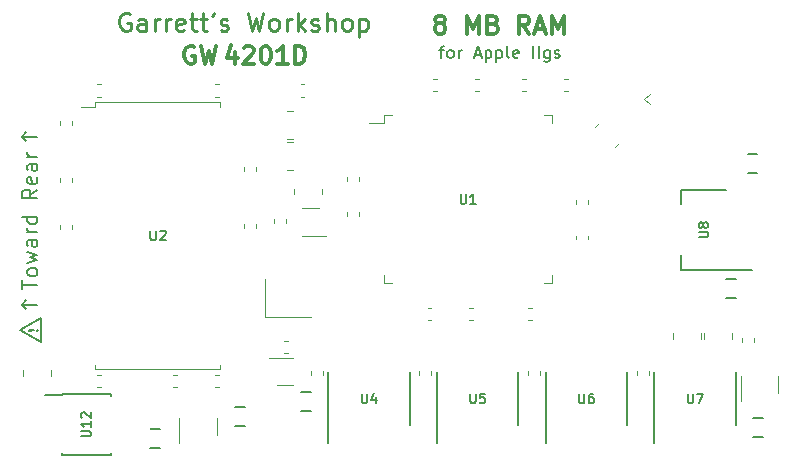
<source format=gto>
G04 #@! TF.GenerationSoftware,KiCad,Pcbnew,(5.1.5-0-10_14)*
G04 #@! TF.CreationDate,2021-05-04T04:37:26-04:00*
G04 #@! TF.ProjectId,RAM2GS,52414d32-4753-42e6-9b69-6361645f7063,2.0*
G04 #@! TF.SameCoordinates,Original*
G04 #@! TF.FileFunction,Legend,Top*
G04 #@! TF.FilePolarity,Positive*
%FSLAX46Y46*%
G04 Gerber Fmt 4.6, Leading zero omitted, Abs format (unit mm)*
G04 Created by KiCad (PCBNEW (5.1.5-0-10_14)) date 2021-05-04 04:37:26*
%MOMM*%
%LPD*%
G04 APERTURE LIST*
%ADD10C,0.300000*%
%ADD11C,0.200000*%
%ADD12C,0.190500*%
%ADD13C,0.203200*%
%ADD14C,0.225000*%
%ADD15C,0.120000*%
%ADD16C,0.150000*%
%ADD17C,0.152400*%
%ADD18C,0.100000*%
%ADD19C,2.524900*%
%ADD20C,0.937400*%
%ADD21C,1.140600*%
%ADD22C,2.000000*%
%ADD23C,2.150000*%
%ADD24C,1.448000*%
G04 APERTURE END LIST*
D10*
X82912857Y-93671571D02*
X82767714Y-93599000D01*
X82695142Y-93526428D01*
X82622571Y-93381285D01*
X82622571Y-93308714D01*
X82695142Y-93163571D01*
X82767714Y-93091000D01*
X82912857Y-93018428D01*
X83203142Y-93018428D01*
X83348285Y-93091000D01*
X83420857Y-93163571D01*
X83493428Y-93308714D01*
X83493428Y-93381285D01*
X83420857Y-93526428D01*
X83348285Y-93599000D01*
X83203142Y-93671571D01*
X82912857Y-93671571D01*
X82767714Y-93744142D01*
X82695142Y-93816714D01*
X82622571Y-93961857D01*
X82622571Y-94252142D01*
X82695142Y-94397285D01*
X82767714Y-94469857D01*
X82912857Y-94542428D01*
X83203142Y-94542428D01*
X83348285Y-94469857D01*
X83420857Y-94397285D01*
X83493428Y-94252142D01*
X83493428Y-93961857D01*
X83420857Y-93816714D01*
X83348285Y-93744142D01*
X83203142Y-93671571D01*
X85307714Y-94542428D02*
X85307714Y-93018428D01*
X85815714Y-94107000D01*
X86323714Y-93018428D01*
X86323714Y-94542428D01*
X87557428Y-93744142D02*
X87775142Y-93816714D01*
X87847714Y-93889285D01*
X87920285Y-94034428D01*
X87920285Y-94252142D01*
X87847714Y-94397285D01*
X87775142Y-94469857D01*
X87630000Y-94542428D01*
X87049428Y-94542428D01*
X87049428Y-93018428D01*
X87557428Y-93018428D01*
X87702571Y-93091000D01*
X87775142Y-93163571D01*
X87847714Y-93308714D01*
X87847714Y-93453857D01*
X87775142Y-93599000D01*
X87702571Y-93671571D01*
X87557428Y-93744142D01*
X87049428Y-93744142D01*
X90605428Y-94542428D02*
X90097428Y-93816714D01*
X89734571Y-94542428D02*
X89734571Y-93018428D01*
X90315142Y-93018428D01*
X90460285Y-93091000D01*
X90532857Y-93163571D01*
X90605428Y-93308714D01*
X90605428Y-93526428D01*
X90532857Y-93671571D01*
X90460285Y-93744142D01*
X90315142Y-93816714D01*
X89734571Y-93816714D01*
X91186000Y-94107000D02*
X91911714Y-94107000D01*
X91040857Y-94542428D02*
X91548857Y-93018428D01*
X92056857Y-94542428D01*
X92564857Y-94542428D02*
X92564857Y-93018428D01*
X93072857Y-94107000D01*
X93580857Y-93018428D01*
X93580857Y-94542428D01*
D11*
X48895000Y-103251000D02*
X47625000Y-103251000D01*
X47625000Y-103251000D02*
X48006000Y-103632000D01*
X48895000Y-117475000D02*
X47625000Y-117475000D01*
X47625000Y-103251000D02*
X48006000Y-102870000D01*
X49276000Y-120650000D02*
X49276000Y-118618000D01*
X49276000Y-118618000D02*
X47498000Y-119634000D01*
X47498000Y-119634000D02*
X49276000Y-120650000D01*
X47625000Y-117475000D02*
X48006000Y-117856000D01*
X47625000Y-117475000D02*
X48006000Y-117094000D01*
X47691523Y-116138476D02*
X47691523Y-115412761D01*
X48961523Y-115775619D02*
X47691523Y-115775619D01*
X48961523Y-114808000D02*
X48901047Y-114928952D01*
X48840571Y-114989428D01*
X48719619Y-115049904D01*
X48356761Y-115049904D01*
X48235809Y-114989428D01*
X48175333Y-114928952D01*
X48114857Y-114808000D01*
X48114857Y-114626571D01*
X48175333Y-114505619D01*
X48235809Y-114445142D01*
X48356761Y-114384666D01*
X48719619Y-114384666D01*
X48840571Y-114445142D01*
X48901047Y-114505619D01*
X48961523Y-114626571D01*
X48961523Y-114808000D01*
X48114857Y-113961333D02*
X48961523Y-113719428D01*
X48356761Y-113477523D01*
X48961523Y-113235619D01*
X48114857Y-112993714D01*
X48961523Y-111965619D02*
X48296285Y-111965619D01*
X48175333Y-112026095D01*
X48114857Y-112147047D01*
X48114857Y-112388952D01*
X48175333Y-112509904D01*
X48901047Y-111965619D02*
X48961523Y-112086571D01*
X48961523Y-112388952D01*
X48901047Y-112509904D01*
X48780095Y-112570380D01*
X48659142Y-112570380D01*
X48538190Y-112509904D01*
X48477714Y-112388952D01*
X48477714Y-112086571D01*
X48417238Y-111965619D01*
X48961523Y-111360857D02*
X48114857Y-111360857D01*
X48356761Y-111360857D02*
X48235809Y-111300380D01*
X48175333Y-111239904D01*
X48114857Y-111118952D01*
X48114857Y-110998000D01*
X48961523Y-110030380D02*
X47691523Y-110030380D01*
X48901047Y-110030380D02*
X48961523Y-110151333D01*
X48961523Y-110393238D01*
X48901047Y-110514190D01*
X48840571Y-110574666D01*
X48719619Y-110635142D01*
X48356761Y-110635142D01*
X48235809Y-110574666D01*
X48175333Y-110514190D01*
X48114857Y-110393238D01*
X48114857Y-110151333D01*
X48175333Y-110030380D01*
X48961523Y-107732285D02*
X48356761Y-108155619D01*
X48961523Y-108458000D02*
X47691523Y-108458000D01*
X47691523Y-107974190D01*
X47752000Y-107853238D01*
X47812476Y-107792761D01*
X47933428Y-107732285D01*
X48114857Y-107732285D01*
X48235809Y-107792761D01*
X48296285Y-107853238D01*
X48356761Y-107974190D01*
X48356761Y-108458000D01*
X48901047Y-106704190D02*
X48961523Y-106825142D01*
X48961523Y-107067047D01*
X48901047Y-107188000D01*
X48780095Y-107248476D01*
X48296285Y-107248476D01*
X48175333Y-107188000D01*
X48114857Y-107067047D01*
X48114857Y-106825142D01*
X48175333Y-106704190D01*
X48296285Y-106643714D01*
X48417238Y-106643714D01*
X48538190Y-107248476D01*
X48961523Y-105555142D02*
X48296285Y-105555142D01*
X48175333Y-105615619D01*
X48114857Y-105736571D01*
X48114857Y-105978476D01*
X48175333Y-106099428D01*
X48901047Y-105555142D02*
X48961523Y-105676095D01*
X48961523Y-105978476D01*
X48901047Y-106099428D01*
X48780095Y-106159904D01*
X48659142Y-106159904D01*
X48538190Y-106099428D01*
X48477714Y-105978476D01*
X48477714Y-105676095D01*
X48417238Y-105555142D01*
X48961523Y-104950380D02*
X48114857Y-104950380D01*
X48356761Y-104950380D02*
X48235809Y-104889904D01*
X48175333Y-104829428D01*
X48114857Y-104708476D01*
X48114857Y-104587523D01*
D12*
X48913142Y-119634000D02*
X48949428Y-119597714D01*
X48985714Y-119634000D01*
X48949428Y-119670285D01*
X48913142Y-119634000D01*
X48985714Y-119634000D01*
X48695428Y-119634000D02*
X48260000Y-119670285D01*
X48223714Y-119634000D01*
X48260000Y-119597714D01*
X48695428Y-119634000D01*
X48223714Y-119634000D01*
D10*
X65711000Y-96071571D02*
X65711000Y-97071571D01*
X65353857Y-95500142D02*
X64996714Y-96571571D01*
X65925285Y-96571571D01*
X66425285Y-95714428D02*
X66496714Y-95643000D01*
X66639571Y-95571571D01*
X66996714Y-95571571D01*
X67139571Y-95643000D01*
X67211000Y-95714428D01*
X67282428Y-95857285D01*
X67282428Y-96000142D01*
X67211000Y-96214428D01*
X66353857Y-97071571D01*
X67282428Y-97071571D01*
X68211000Y-95571571D02*
X68353857Y-95571571D01*
X68496714Y-95643000D01*
X68568142Y-95714428D01*
X68639571Y-95857285D01*
X68711000Y-96143000D01*
X68711000Y-96500142D01*
X68639571Y-96785857D01*
X68568142Y-96928714D01*
X68496714Y-97000142D01*
X68353857Y-97071571D01*
X68211000Y-97071571D01*
X68068142Y-97000142D01*
X67996714Y-96928714D01*
X67925285Y-96785857D01*
X67853857Y-96500142D01*
X67853857Y-96143000D01*
X67925285Y-95857285D01*
X67996714Y-95714428D01*
X68068142Y-95643000D01*
X68211000Y-95571571D01*
X70139571Y-97071571D02*
X69282428Y-97071571D01*
X69711000Y-97071571D02*
X69711000Y-95571571D01*
X69568142Y-95785857D01*
X69425285Y-95928714D01*
X69282428Y-96000142D01*
X70782428Y-97071571D02*
X70782428Y-95571571D01*
X71139571Y-95571571D01*
X71353857Y-95643000D01*
X71496714Y-95785857D01*
X71568142Y-95928714D01*
X71639571Y-96214428D01*
X71639571Y-96428714D01*
X71568142Y-96714428D01*
X71496714Y-96857285D01*
X71353857Y-97000142D01*
X71139571Y-97071571D01*
X70782428Y-97071571D01*
D13*
X82985428Y-95921285D02*
X83372476Y-95921285D01*
X83130571Y-96598619D02*
X83130571Y-95727761D01*
X83178952Y-95631000D01*
X83275714Y-95582619D01*
X83372476Y-95582619D01*
X83856285Y-96598619D02*
X83759523Y-96550238D01*
X83711142Y-96501857D01*
X83662761Y-96405095D01*
X83662761Y-96114809D01*
X83711142Y-96018047D01*
X83759523Y-95969666D01*
X83856285Y-95921285D01*
X84001428Y-95921285D01*
X84098190Y-95969666D01*
X84146571Y-96018047D01*
X84194952Y-96114809D01*
X84194952Y-96405095D01*
X84146571Y-96501857D01*
X84098190Y-96550238D01*
X84001428Y-96598619D01*
X83856285Y-96598619D01*
X84630380Y-96598619D02*
X84630380Y-95921285D01*
X84630380Y-96114809D02*
X84678761Y-96018047D01*
X84727142Y-95969666D01*
X84823904Y-95921285D01*
X84920666Y-95921285D01*
X85985047Y-96308333D02*
X86468857Y-96308333D01*
X85888285Y-96598619D02*
X86226952Y-95582619D01*
X86565619Y-96598619D01*
X86904285Y-95921285D02*
X86904285Y-96937285D01*
X86904285Y-95969666D02*
X87001047Y-95921285D01*
X87194571Y-95921285D01*
X87291333Y-95969666D01*
X87339714Y-96018047D01*
X87388095Y-96114809D01*
X87388095Y-96405095D01*
X87339714Y-96501857D01*
X87291333Y-96550238D01*
X87194571Y-96598619D01*
X87001047Y-96598619D01*
X86904285Y-96550238D01*
X87823523Y-95921285D02*
X87823523Y-96937285D01*
X87823523Y-95969666D02*
X87920285Y-95921285D01*
X88113809Y-95921285D01*
X88210571Y-95969666D01*
X88258952Y-96018047D01*
X88307333Y-96114809D01*
X88307333Y-96405095D01*
X88258952Y-96501857D01*
X88210571Y-96550238D01*
X88113809Y-96598619D01*
X87920285Y-96598619D01*
X87823523Y-96550238D01*
X88887904Y-96598619D02*
X88791142Y-96550238D01*
X88742761Y-96453476D01*
X88742761Y-95582619D01*
X89662000Y-96550238D02*
X89565238Y-96598619D01*
X89371714Y-96598619D01*
X89274952Y-96550238D01*
X89226571Y-96453476D01*
X89226571Y-96066428D01*
X89274952Y-95969666D01*
X89371714Y-95921285D01*
X89565238Y-95921285D01*
X89662000Y-95969666D01*
X89710380Y-96066428D01*
X89710380Y-96163190D01*
X89226571Y-96259952D01*
X90919904Y-96598619D02*
X90919904Y-95582619D01*
X91403714Y-96598619D02*
X91403714Y-95582619D01*
X92322952Y-95921285D02*
X92322952Y-96743761D01*
X92274571Y-96840523D01*
X92226190Y-96888904D01*
X92129428Y-96937285D01*
X91984285Y-96937285D01*
X91887523Y-96888904D01*
X92322952Y-96550238D02*
X92226190Y-96598619D01*
X92032666Y-96598619D01*
X91935904Y-96550238D01*
X91887523Y-96501857D01*
X91839142Y-96405095D01*
X91839142Y-96114809D01*
X91887523Y-96018047D01*
X91935904Y-95969666D01*
X92032666Y-95921285D01*
X92226190Y-95921285D01*
X92322952Y-95969666D01*
X92758380Y-96550238D02*
X92855142Y-96598619D01*
X93048666Y-96598619D01*
X93145428Y-96550238D01*
X93193809Y-96453476D01*
X93193809Y-96405095D01*
X93145428Y-96308333D01*
X93048666Y-96259952D01*
X92903523Y-96259952D01*
X92806761Y-96211571D01*
X92758380Y-96114809D01*
X92758380Y-96066428D01*
X92806761Y-95969666D01*
X92903523Y-95921285D01*
X93048666Y-95921285D01*
X93145428Y-95969666D01*
D10*
X62249571Y-95643000D02*
X62106714Y-95571571D01*
X61892428Y-95571571D01*
X61678142Y-95643000D01*
X61535285Y-95785857D01*
X61463857Y-95928714D01*
X61392428Y-96214428D01*
X61392428Y-96428714D01*
X61463857Y-96714428D01*
X61535285Y-96857285D01*
X61678142Y-97000142D01*
X61892428Y-97071571D01*
X62035285Y-97071571D01*
X62249571Y-97000142D01*
X62321000Y-96928714D01*
X62321000Y-96428714D01*
X62035285Y-96428714D01*
X62821000Y-95571571D02*
X63178142Y-97071571D01*
X63463857Y-96000142D01*
X63749571Y-97071571D01*
X64106714Y-95571571D01*
D14*
X56769000Y-92837000D02*
X56623857Y-92764428D01*
X56406142Y-92764428D01*
X56188428Y-92837000D01*
X56043285Y-92982142D01*
X55970714Y-93127285D01*
X55898142Y-93417571D01*
X55898142Y-93635285D01*
X55970714Y-93925571D01*
X56043285Y-94070714D01*
X56188428Y-94215857D01*
X56406142Y-94288428D01*
X56551285Y-94288428D01*
X56769000Y-94215857D01*
X56841571Y-94143285D01*
X56841571Y-93635285D01*
X56551285Y-93635285D01*
X58147857Y-94288428D02*
X58147857Y-93490142D01*
X58075285Y-93345000D01*
X57930142Y-93272428D01*
X57639857Y-93272428D01*
X57494714Y-93345000D01*
X58147857Y-94215857D02*
X58002714Y-94288428D01*
X57639857Y-94288428D01*
X57494714Y-94215857D01*
X57422142Y-94070714D01*
X57422142Y-93925571D01*
X57494714Y-93780428D01*
X57639857Y-93707857D01*
X58002714Y-93707857D01*
X58147857Y-93635285D01*
X58873571Y-94288428D02*
X58873571Y-93272428D01*
X58873571Y-93562714D02*
X58946142Y-93417571D01*
X59018714Y-93345000D01*
X59163857Y-93272428D01*
X59309000Y-93272428D01*
X59817000Y-94288428D02*
X59817000Y-93272428D01*
X59817000Y-93562714D02*
X59889571Y-93417571D01*
X59962142Y-93345000D01*
X60107285Y-93272428D01*
X60252428Y-93272428D01*
X61341000Y-94215857D02*
X61195857Y-94288428D01*
X60905571Y-94288428D01*
X60760428Y-94215857D01*
X60687857Y-94070714D01*
X60687857Y-93490142D01*
X60760428Y-93345000D01*
X60905571Y-93272428D01*
X61195857Y-93272428D01*
X61341000Y-93345000D01*
X61413571Y-93490142D01*
X61413571Y-93635285D01*
X60687857Y-93780428D01*
X61849000Y-93272428D02*
X62429571Y-93272428D01*
X62066714Y-92764428D02*
X62066714Y-94070714D01*
X62139285Y-94215857D01*
X62284428Y-94288428D01*
X62429571Y-94288428D01*
X62719857Y-93272428D02*
X63300428Y-93272428D01*
X62937571Y-92764428D02*
X62937571Y-94070714D01*
X63010142Y-94215857D01*
X63155285Y-94288428D01*
X63300428Y-94288428D01*
X63881000Y-92764428D02*
X63881000Y-92837000D01*
X63808428Y-92982142D01*
X63735857Y-93054714D01*
X64461571Y-94215857D02*
X64606714Y-94288428D01*
X64897000Y-94288428D01*
X65042142Y-94215857D01*
X65114714Y-94070714D01*
X65114714Y-93998142D01*
X65042142Y-93853000D01*
X64897000Y-93780428D01*
X64679285Y-93780428D01*
X64534142Y-93707857D01*
X64461571Y-93562714D01*
X64461571Y-93490142D01*
X64534142Y-93345000D01*
X64679285Y-93272428D01*
X64897000Y-93272428D01*
X65042142Y-93345000D01*
X66783857Y-92764428D02*
X67146714Y-94288428D01*
X67437000Y-93199857D01*
X67727285Y-94288428D01*
X68090142Y-92764428D01*
X68888428Y-94288428D02*
X68743285Y-94215857D01*
X68670714Y-94143285D01*
X68598142Y-93998142D01*
X68598142Y-93562714D01*
X68670714Y-93417571D01*
X68743285Y-93345000D01*
X68888428Y-93272428D01*
X69106142Y-93272428D01*
X69251285Y-93345000D01*
X69323857Y-93417571D01*
X69396428Y-93562714D01*
X69396428Y-93998142D01*
X69323857Y-94143285D01*
X69251285Y-94215857D01*
X69106142Y-94288428D01*
X68888428Y-94288428D01*
X70049571Y-94288428D02*
X70049571Y-93272428D01*
X70049571Y-93562714D02*
X70122142Y-93417571D01*
X70194714Y-93345000D01*
X70339857Y-93272428D01*
X70485000Y-93272428D01*
X70993000Y-94288428D02*
X70993000Y-92764428D01*
X71138142Y-93707857D02*
X71573571Y-94288428D01*
X71573571Y-93272428D02*
X70993000Y-93853000D01*
X72154142Y-94215857D02*
X72299285Y-94288428D01*
X72589571Y-94288428D01*
X72734714Y-94215857D01*
X72807285Y-94070714D01*
X72807285Y-93998142D01*
X72734714Y-93853000D01*
X72589571Y-93780428D01*
X72371857Y-93780428D01*
X72226714Y-93707857D01*
X72154142Y-93562714D01*
X72154142Y-93490142D01*
X72226714Y-93345000D01*
X72371857Y-93272428D01*
X72589571Y-93272428D01*
X72734714Y-93345000D01*
X73460428Y-94288428D02*
X73460428Y-92764428D01*
X74113571Y-94288428D02*
X74113571Y-93490142D01*
X74041000Y-93345000D01*
X73895857Y-93272428D01*
X73678142Y-93272428D01*
X73533000Y-93345000D01*
X73460428Y-93417571D01*
X75057000Y-94288428D02*
X74911857Y-94215857D01*
X74839285Y-94143285D01*
X74766714Y-93998142D01*
X74766714Y-93562714D01*
X74839285Y-93417571D01*
X74911857Y-93345000D01*
X75057000Y-93272428D01*
X75274714Y-93272428D01*
X75419857Y-93345000D01*
X75492428Y-93417571D01*
X75565000Y-93562714D01*
X75565000Y-93998142D01*
X75492428Y-94143285D01*
X75419857Y-94215857D01*
X75274714Y-94288428D01*
X75057000Y-94288428D01*
X76218142Y-93272428D02*
X76218142Y-94796428D01*
X76218142Y-93345000D02*
X76363285Y-93272428D01*
X76653571Y-93272428D01*
X76798714Y-93345000D01*
X76871285Y-93417571D01*
X76943857Y-93562714D01*
X76943857Y-93998142D01*
X76871285Y-94143285D01*
X76798714Y-94215857D01*
X76653571Y-94288428D01*
X76363285Y-94288428D01*
X76218142Y-94215857D01*
D15*
X50130000Y-123000000D02*
X50130000Y-123500000D01*
X47770000Y-123000000D02*
X47770000Y-123500000D01*
X91810000Y-115660000D02*
X92510000Y-115660000D01*
X92510000Y-115660000D02*
X92510000Y-114960000D01*
X78990000Y-115660000D02*
X78290000Y-115660000D01*
X78290000Y-115660000D02*
X78290000Y-114960000D01*
X91810000Y-101440000D02*
X92510000Y-101440000D01*
X92510000Y-101440000D02*
X92510000Y-102140000D01*
X78990000Y-101440000D02*
X78290000Y-101440000D01*
X78290000Y-101440000D02*
X78290000Y-102140000D01*
X78290000Y-102140000D02*
X77000000Y-102140000D01*
D16*
X51011000Y-125110000D02*
X49611000Y-125110000D01*
X51011000Y-130210000D02*
X55161000Y-130210000D01*
X51011000Y-125060000D02*
X55161000Y-125060000D01*
X51011000Y-130210000D02*
X51011000Y-130065000D01*
X55161000Y-130210000D02*
X55161000Y-130065000D01*
X55161000Y-125060000D02*
X55161000Y-125205000D01*
X51011000Y-125060000D02*
X51011000Y-125110000D01*
D17*
X109487000Y-114560000D02*
X103477000Y-114560000D01*
X107237000Y-107740000D02*
X103477000Y-107740000D01*
X103477000Y-114560000D02*
X103477000Y-113300000D01*
X103477000Y-107740000D02*
X103477000Y-109000000D01*
D15*
X71562779Y-99860000D02*
X71237221Y-99860000D01*
X71562779Y-98840000D02*
X71237221Y-98840000D01*
D16*
X91975000Y-129200000D02*
X91975000Y-123225000D01*
X98875000Y-127675000D02*
X98875000Y-123225000D01*
D15*
X96188837Y-102442391D02*
X96542391Y-102088837D01*
X97857609Y-104111163D02*
X98211163Y-103757609D01*
X100779923Y-100516974D02*
X100330910Y-100067962D01*
X100330910Y-100067962D02*
X100779923Y-99618949D01*
X90312779Y-98340000D02*
X89987221Y-98340000D01*
X90312779Y-99360000D02*
X89987221Y-99360000D01*
X85487221Y-118760000D02*
X85812779Y-118760000D01*
X85487221Y-117740000D02*
X85812779Y-117740000D01*
X81987221Y-117740000D02*
X82312779Y-117740000D01*
X81987221Y-118760000D02*
X82312779Y-118760000D01*
D16*
X73575000Y-129200000D02*
X73575000Y-123225000D01*
X80475000Y-127675000D02*
X80475000Y-123225000D01*
D15*
X71370000Y-111660000D02*
X73400000Y-111660000D01*
X72780000Y-109340000D02*
X71370000Y-109340000D01*
X70630000Y-121990000D02*
X68600000Y-121990000D01*
X69220000Y-124310000D02*
X70630000Y-124310000D01*
D16*
X101175000Y-129200000D02*
X101175000Y-123225000D01*
X108075000Y-127675000D02*
X108075000Y-123225000D01*
X82775000Y-129200000D02*
X82775000Y-123225000D01*
X89675000Y-127675000D02*
X89675000Y-123225000D01*
D15*
X53987221Y-99860000D02*
X54312779Y-99860000D01*
X53987221Y-98840000D02*
X54312779Y-98840000D01*
D17*
X66506400Y-127750000D02*
X65693600Y-127750000D01*
X66506400Y-126150000D02*
X65693600Y-126150000D01*
D15*
X70162779Y-120540000D02*
X69837221Y-120540000D01*
X70162779Y-121560000D02*
X69837221Y-121560000D01*
X70010000Y-110562779D02*
X70010000Y-110237221D01*
X68990000Y-110562779D02*
X68990000Y-110237221D01*
X52650000Y-100750000D02*
X53850000Y-100750000D01*
X53850000Y-100750000D02*
X53850000Y-100350000D01*
X53850000Y-100350000D02*
X64450000Y-100350000D01*
X53850000Y-122950000D02*
X64450000Y-122950000D01*
X64450000Y-100350000D02*
X64450000Y-100750000D01*
X64450000Y-122550000D02*
X64450000Y-122950000D01*
X53850000Y-122550000D02*
X53850000Y-122950000D01*
D17*
X107293600Y-116950000D02*
X108106400Y-116950000D01*
X107293600Y-115350000D02*
X108106400Y-115350000D01*
X109093600Y-106350000D02*
X109906400Y-106350000D01*
X109093600Y-104750000D02*
X109906400Y-104750000D01*
X109575600Y-128689000D02*
X110388400Y-128689000D01*
X109575600Y-127089000D02*
X110388400Y-127089000D01*
X59334400Y-127978000D02*
X58521600Y-127978000D01*
X59334400Y-129578000D02*
X58521600Y-129578000D01*
D15*
X72090000Y-123087221D02*
X72090000Y-123412779D01*
X73110000Y-123087221D02*
X73110000Y-123412779D01*
X63987221Y-124460000D02*
X64312779Y-124460000D01*
X63987221Y-123440000D02*
X64312779Y-123440000D01*
X51860000Y-102262779D02*
X51860000Y-101937221D01*
X50840000Y-102262779D02*
X50840000Y-101937221D01*
X63987221Y-99860000D02*
X64312779Y-99860000D01*
X63987221Y-98840000D02*
X64312779Y-98840000D01*
X53987221Y-124460000D02*
X54312779Y-124460000D01*
X53987221Y-123440000D02*
X54312779Y-123440000D01*
X66440000Y-110637221D02*
X66440000Y-110962779D01*
X67460000Y-110637221D02*
X67460000Y-110962779D01*
X51860000Y-107062779D02*
X51860000Y-106737221D01*
X50840000Y-107062779D02*
X50840000Y-106737221D01*
X51860000Y-111062779D02*
X51860000Y-110737221D01*
X50840000Y-111062779D02*
X50840000Y-110737221D01*
X66440000Y-105837221D02*
X66440000Y-106162779D01*
X67460000Y-105837221D02*
X67460000Y-106162779D01*
X99690000Y-123087221D02*
X99690000Y-123412779D01*
X100710000Y-123087221D02*
X100710000Y-123412779D01*
X81290000Y-123087221D02*
X81290000Y-123412779D01*
X82310000Y-123087221D02*
X82310000Y-123412779D01*
X90490000Y-123087221D02*
X90490000Y-123412779D01*
X91510000Y-123087221D02*
X91510000Y-123412779D01*
D17*
X71293600Y-126450000D02*
X72106400Y-126450000D01*
X71293600Y-124850000D02*
X72106400Y-124850000D01*
D15*
X70720000Y-107650000D02*
X70720000Y-108150000D01*
X73080000Y-107650000D02*
X73080000Y-108150000D01*
X70600000Y-101120000D02*
X70100000Y-101120000D01*
X70600000Y-103480000D02*
X70100000Y-103480000D01*
X70600000Y-103720000D02*
X70100000Y-103720000D01*
X70600000Y-106080000D02*
X70100000Y-106080000D01*
X102770000Y-119900000D02*
X102770000Y-120400000D01*
X105130000Y-119900000D02*
X105130000Y-120400000D01*
X105420000Y-119900000D02*
X105420000Y-120400000D01*
X107780000Y-119900000D02*
X107780000Y-120400000D01*
X68200000Y-118500000D02*
X68200000Y-115300000D01*
X68200000Y-118500000D02*
X72100000Y-118500000D01*
X108640000Y-120662779D02*
X108640000Y-120337221D01*
X109660000Y-120662779D02*
X109660000Y-120337221D01*
X111680000Y-123490000D02*
X111680000Y-124950000D01*
X108520000Y-123490000D02*
X108520000Y-125650000D01*
X93862779Y-99360000D02*
X93537221Y-99360000D01*
X93862779Y-98340000D02*
X93537221Y-98340000D01*
X75190000Y-109637221D02*
X75190000Y-109962779D01*
X76210000Y-109637221D02*
X76210000Y-109962779D01*
X85987221Y-98340000D02*
X86312779Y-98340000D01*
X85987221Y-99360000D02*
X86312779Y-99360000D01*
X82812779Y-99360000D02*
X82487221Y-99360000D01*
X82812779Y-98340000D02*
X82487221Y-98340000D01*
X75140000Y-107012779D02*
X75140000Y-106687221D01*
X76160000Y-107012779D02*
X76160000Y-106687221D01*
X95610000Y-108962779D02*
X95610000Y-108637221D01*
X94590000Y-108962779D02*
X94590000Y-108637221D01*
X90812779Y-117740000D02*
X90487221Y-117740000D01*
X90812779Y-118760000D02*
X90487221Y-118760000D01*
X95610000Y-111637221D02*
X95610000Y-111962779D01*
X94590000Y-111637221D02*
X94590000Y-111962779D01*
X60762779Y-123440000D02*
X60437221Y-123440000D01*
X60762779Y-124460000D02*
X60437221Y-124460000D01*
X64130000Y-127040000D02*
X64130000Y-128500000D01*
X60970000Y-127040000D02*
X60970000Y-129200000D01*
D13*
X84780723Y-108104895D02*
X84780723Y-108762876D01*
X84819428Y-108840285D01*
X84858133Y-108878990D01*
X84935542Y-108917695D01*
X85090361Y-108917695D01*
X85167771Y-108878990D01*
X85206476Y-108840285D01*
X85245180Y-108762876D01*
X85245180Y-108104895D01*
X86057980Y-108917695D02*
X85593523Y-108917695D01*
X85825752Y-108917695D02*
X85825752Y-108104895D01*
X85748342Y-108221009D01*
X85670933Y-108298419D01*
X85593523Y-108337123D01*
X52640895Y-128641323D02*
X53298876Y-128641323D01*
X53376285Y-128602619D01*
X53414990Y-128563914D01*
X53453695Y-128486504D01*
X53453695Y-128331685D01*
X53414990Y-128254276D01*
X53376285Y-128215571D01*
X53298876Y-128176866D01*
X52640895Y-128176866D01*
X53453695Y-127364066D02*
X53453695Y-127828523D01*
X53453695Y-127596295D02*
X52640895Y-127596295D01*
X52757009Y-127673704D01*
X52834419Y-127751114D01*
X52873123Y-127828523D01*
X52718304Y-127054428D02*
X52679600Y-127015723D01*
X52640895Y-126938314D01*
X52640895Y-126744790D01*
X52679600Y-126667380D01*
X52718304Y-126628676D01*
X52795714Y-126589971D01*
X52873123Y-126589971D01*
X52989238Y-126628676D01*
X53453695Y-127093133D01*
X53453695Y-126589971D01*
X104941895Y-111769276D02*
X105599876Y-111769276D01*
X105677285Y-111730571D01*
X105715990Y-111691866D01*
X105754695Y-111614457D01*
X105754695Y-111459638D01*
X105715990Y-111382228D01*
X105677285Y-111343523D01*
X105599876Y-111304819D01*
X104941895Y-111304819D01*
X105290238Y-110801657D02*
X105251533Y-110879066D01*
X105212828Y-110917771D01*
X105135419Y-110956476D01*
X105096714Y-110956476D01*
X105019304Y-110917771D01*
X104980600Y-110879066D01*
X104941895Y-110801657D01*
X104941895Y-110646838D01*
X104980600Y-110569428D01*
X105019304Y-110530723D01*
X105096714Y-110492019D01*
X105135419Y-110492019D01*
X105212828Y-110530723D01*
X105251533Y-110569428D01*
X105290238Y-110646838D01*
X105290238Y-110801657D01*
X105328942Y-110879066D01*
X105367647Y-110917771D01*
X105445057Y-110956476D01*
X105599876Y-110956476D01*
X105677285Y-110917771D01*
X105715990Y-110879066D01*
X105754695Y-110801657D01*
X105754695Y-110646838D01*
X105715990Y-110569428D01*
X105677285Y-110530723D01*
X105599876Y-110492019D01*
X105445057Y-110492019D01*
X105367647Y-110530723D01*
X105328942Y-110569428D01*
X105290238Y-110646838D01*
X94805723Y-125004895D02*
X94805723Y-125662876D01*
X94844428Y-125740285D01*
X94883133Y-125778990D01*
X94960542Y-125817695D01*
X95115361Y-125817695D01*
X95192771Y-125778990D01*
X95231476Y-125740285D01*
X95270180Y-125662876D01*
X95270180Y-125004895D01*
X96005571Y-125004895D02*
X95850752Y-125004895D01*
X95773342Y-125043600D01*
X95734638Y-125082304D01*
X95657228Y-125198419D01*
X95618523Y-125353238D01*
X95618523Y-125662876D01*
X95657228Y-125740285D01*
X95695933Y-125778990D01*
X95773342Y-125817695D01*
X95928161Y-125817695D01*
X96005571Y-125778990D01*
X96044276Y-125740285D01*
X96082980Y-125662876D01*
X96082980Y-125469352D01*
X96044276Y-125391942D01*
X96005571Y-125353238D01*
X95928161Y-125314533D01*
X95773342Y-125314533D01*
X95695933Y-125353238D01*
X95657228Y-125391942D01*
X95618523Y-125469352D01*
X76405723Y-125004895D02*
X76405723Y-125662876D01*
X76444428Y-125740285D01*
X76483133Y-125778990D01*
X76560542Y-125817695D01*
X76715361Y-125817695D01*
X76792771Y-125778990D01*
X76831476Y-125740285D01*
X76870180Y-125662876D01*
X76870180Y-125004895D01*
X77605571Y-125275828D02*
X77605571Y-125817695D01*
X77412047Y-124966190D02*
X77218523Y-125546761D01*
X77721685Y-125546761D01*
X104005723Y-125004895D02*
X104005723Y-125662876D01*
X104044428Y-125740285D01*
X104083133Y-125778990D01*
X104160542Y-125817695D01*
X104315361Y-125817695D01*
X104392771Y-125778990D01*
X104431476Y-125740285D01*
X104470180Y-125662876D01*
X104470180Y-125004895D01*
X104779819Y-125004895D02*
X105321685Y-125004895D01*
X104973342Y-125817695D01*
X85605723Y-125004895D02*
X85605723Y-125662876D01*
X85644428Y-125740285D01*
X85683133Y-125778990D01*
X85760542Y-125817695D01*
X85915361Y-125817695D01*
X85992771Y-125778990D01*
X86031476Y-125740285D01*
X86070180Y-125662876D01*
X86070180Y-125004895D01*
X86844276Y-125004895D02*
X86457228Y-125004895D01*
X86418523Y-125391942D01*
X86457228Y-125353238D01*
X86534638Y-125314533D01*
X86728161Y-125314533D01*
X86805571Y-125353238D01*
X86844276Y-125391942D01*
X86882980Y-125469352D01*
X86882980Y-125662876D01*
X86844276Y-125740285D01*
X86805571Y-125778990D01*
X86728161Y-125817695D01*
X86534638Y-125817695D01*
X86457228Y-125778990D01*
X86418523Y-125740285D01*
X58530723Y-111204895D02*
X58530723Y-111862876D01*
X58569428Y-111940285D01*
X58608133Y-111978990D01*
X58685542Y-112017695D01*
X58840361Y-112017695D01*
X58917771Y-111978990D01*
X58956476Y-111940285D01*
X58995180Y-111862876D01*
X58995180Y-111204895D01*
X59343523Y-111282304D02*
X59382228Y-111243600D01*
X59459638Y-111204895D01*
X59653161Y-111204895D01*
X59730571Y-111243600D01*
X59769276Y-111282304D01*
X59807980Y-111359714D01*
X59807980Y-111437123D01*
X59769276Y-111553238D01*
X59304819Y-112017695D01*
X59807980Y-112017695D01*
%LPC*%
D18*
G36*
X113538000Y-139446000D02*
G01*
X113030000Y-139954000D01*
X55626000Y-139954000D01*
X55118000Y-139446000D01*
X55118000Y-132080000D01*
X113538000Y-132080000D01*
X113538000Y-139446000D01*
G37*
G36*
X49872978Y-122401539D02*
G01*
X49883850Y-122403152D01*
X49894512Y-122405823D01*
X49904861Y-122409525D01*
X49914796Y-122414225D01*
X49924224Y-122419875D01*
X49933052Y-122426423D01*
X49941196Y-122433804D01*
X49948577Y-122441948D01*
X49955125Y-122450776D01*
X49960775Y-122460204D01*
X49965475Y-122470139D01*
X49969177Y-122480488D01*
X49971848Y-122491150D01*
X49973461Y-122502022D01*
X49974000Y-122513000D01*
X49974000Y-122987000D01*
X49973461Y-122997978D01*
X49971848Y-123008850D01*
X49969177Y-123019512D01*
X49965475Y-123029861D01*
X49960775Y-123039796D01*
X49955125Y-123049224D01*
X49948577Y-123058052D01*
X49941196Y-123066196D01*
X49933052Y-123073577D01*
X49924224Y-123080125D01*
X49914796Y-123085775D01*
X49904861Y-123090475D01*
X49894512Y-123094177D01*
X49883850Y-123096848D01*
X49872978Y-123098461D01*
X49862000Y-123099000D01*
X49638000Y-123099000D01*
X49627022Y-123098461D01*
X49616150Y-123096848D01*
X49605488Y-123094177D01*
X49595139Y-123090475D01*
X49585204Y-123085775D01*
X49575776Y-123080125D01*
X49566948Y-123073577D01*
X49558804Y-123066196D01*
X49551423Y-123058052D01*
X49544875Y-123049224D01*
X49539225Y-123039796D01*
X49534525Y-123029861D01*
X49530823Y-123019512D01*
X49528152Y-123008850D01*
X49526539Y-122997978D01*
X49526000Y-122987000D01*
X49526000Y-122513000D01*
X49526539Y-122502022D01*
X49528152Y-122491150D01*
X49530823Y-122480488D01*
X49534525Y-122470139D01*
X49539225Y-122460204D01*
X49544875Y-122450776D01*
X49551423Y-122441948D01*
X49558804Y-122433804D01*
X49566948Y-122426423D01*
X49575776Y-122419875D01*
X49585204Y-122414225D01*
X49595139Y-122409525D01*
X49605488Y-122405823D01*
X49616150Y-122403152D01*
X49627022Y-122401539D01*
X49638000Y-122401000D01*
X49862000Y-122401000D01*
X49872978Y-122401539D01*
G37*
G36*
X49295527Y-122401419D02*
G01*
X49303973Y-122402672D01*
X49312255Y-122404746D01*
X49320293Y-122407622D01*
X49328012Y-122411273D01*
X49335335Y-122415662D01*
X49342192Y-122420748D01*
X49348518Y-122426482D01*
X49354252Y-122432808D01*
X49359338Y-122439665D01*
X49363727Y-122446988D01*
X49367378Y-122454707D01*
X49370254Y-122462745D01*
X49372328Y-122471027D01*
X49373581Y-122479473D01*
X49374000Y-122488000D01*
X49374000Y-123012000D01*
X49373581Y-123020527D01*
X49372328Y-123028973D01*
X49370254Y-123037255D01*
X49367378Y-123045293D01*
X49363727Y-123053012D01*
X49359338Y-123060335D01*
X49354252Y-123067192D01*
X49348518Y-123073518D01*
X49342192Y-123079252D01*
X49335335Y-123084338D01*
X49328012Y-123088727D01*
X49320293Y-123092378D01*
X49312255Y-123095254D01*
X49303973Y-123097328D01*
X49295527Y-123098581D01*
X49287000Y-123099000D01*
X49113000Y-123099000D01*
X49104473Y-123098581D01*
X49096027Y-123097328D01*
X49087745Y-123095254D01*
X49079707Y-123092378D01*
X49071988Y-123088727D01*
X49064665Y-123084338D01*
X49057808Y-123079252D01*
X49051482Y-123073518D01*
X49045748Y-123067192D01*
X49040662Y-123060335D01*
X49036273Y-123053012D01*
X49032622Y-123045293D01*
X49029746Y-123037255D01*
X49027672Y-123028973D01*
X49026419Y-123020527D01*
X49026000Y-123012000D01*
X49026000Y-122488000D01*
X49026419Y-122479473D01*
X49027672Y-122471027D01*
X49029746Y-122462745D01*
X49032622Y-122454707D01*
X49036273Y-122446988D01*
X49040662Y-122439665D01*
X49045748Y-122432808D01*
X49051482Y-122426482D01*
X49057808Y-122420748D01*
X49064665Y-122415662D01*
X49071988Y-122411273D01*
X49079707Y-122407622D01*
X49087745Y-122404746D01*
X49096027Y-122402672D01*
X49104473Y-122401419D01*
X49113000Y-122401000D01*
X49287000Y-122401000D01*
X49295527Y-122401419D01*
G37*
G36*
X48272978Y-122401539D02*
G01*
X48283850Y-122403152D01*
X48294512Y-122405823D01*
X48304861Y-122409525D01*
X48314796Y-122414225D01*
X48324224Y-122419875D01*
X48333052Y-122426423D01*
X48341196Y-122433804D01*
X48348577Y-122441948D01*
X48355125Y-122450776D01*
X48360775Y-122460204D01*
X48365475Y-122470139D01*
X48369177Y-122480488D01*
X48371848Y-122491150D01*
X48373461Y-122502022D01*
X48374000Y-122513000D01*
X48374000Y-122987000D01*
X48373461Y-122997978D01*
X48371848Y-123008850D01*
X48369177Y-123019512D01*
X48365475Y-123029861D01*
X48360775Y-123039796D01*
X48355125Y-123049224D01*
X48348577Y-123058052D01*
X48341196Y-123066196D01*
X48333052Y-123073577D01*
X48324224Y-123080125D01*
X48314796Y-123085775D01*
X48304861Y-123090475D01*
X48294512Y-123094177D01*
X48283850Y-123096848D01*
X48272978Y-123098461D01*
X48262000Y-123099000D01*
X48038000Y-123099000D01*
X48027022Y-123098461D01*
X48016150Y-123096848D01*
X48005488Y-123094177D01*
X47995139Y-123090475D01*
X47985204Y-123085775D01*
X47975776Y-123080125D01*
X47966948Y-123073577D01*
X47958804Y-123066196D01*
X47951423Y-123058052D01*
X47944875Y-123049224D01*
X47939225Y-123039796D01*
X47934525Y-123029861D01*
X47930823Y-123019512D01*
X47928152Y-123008850D01*
X47926539Y-122997978D01*
X47926000Y-122987000D01*
X47926000Y-122513000D01*
X47926539Y-122502022D01*
X47928152Y-122491150D01*
X47930823Y-122480488D01*
X47934525Y-122470139D01*
X47939225Y-122460204D01*
X47944875Y-122450776D01*
X47951423Y-122441948D01*
X47958804Y-122433804D01*
X47966948Y-122426423D01*
X47975776Y-122419875D01*
X47985204Y-122414225D01*
X47995139Y-122409525D01*
X48005488Y-122405823D01*
X48016150Y-122403152D01*
X48027022Y-122401539D01*
X48038000Y-122401000D01*
X48262000Y-122401000D01*
X48272978Y-122401539D01*
G37*
G36*
X48795527Y-122401419D02*
G01*
X48803973Y-122402672D01*
X48812255Y-122404746D01*
X48820293Y-122407622D01*
X48828012Y-122411273D01*
X48835335Y-122415662D01*
X48842192Y-122420748D01*
X48848518Y-122426482D01*
X48854252Y-122432808D01*
X48859338Y-122439665D01*
X48863727Y-122446988D01*
X48867378Y-122454707D01*
X48870254Y-122462745D01*
X48872328Y-122471027D01*
X48873581Y-122479473D01*
X48874000Y-122488000D01*
X48874000Y-123012000D01*
X48873581Y-123020527D01*
X48872328Y-123028973D01*
X48870254Y-123037255D01*
X48867378Y-123045293D01*
X48863727Y-123053012D01*
X48859338Y-123060335D01*
X48854252Y-123067192D01*
X48848518Y-123073518D01*
X48842192Y-123079252D01*
X48835335Y-123084338D01*
X48828012Y-123088727D01*
X48820293Y-123092378D01*
X48812255Y-123095254D01*
X48803973Y-123097328D01*
X48795527Y-123098581D01*
X48787000Y-123099000D01*
X48613000Y-123099000D01*
X48604473Y-123098581D01*
X48596027Y-123097328D01*
X48587745Y-123095254D01*
X48579707Y-123092378D01*
X48571988Y-123088727D01*
X48564665Y-123084338D01*
X48557808Y-123079252D01*
X48551482Y-123073518D01*
X48545748Y-123067192D01*
X48540662Y-123060335D01*
X48536273Y-123053012D01*
X48532622Y-123045293D01*
X48529746Y-123037255D01*
X48527672Y-123028973D01*
X48526419Y-123020527D01*
X48526000Y-123012000D01*
X48526000Y-122488000D01*
X48526419Y-122479473D01*
X48527672Y-122471027D01*
X48529746Y-122462745D01*
X48532622Y-122454707D01*
X48536273Y-122446988D01*
X48540662Y-122439665D01*
X48545748Y-122432808D01*
X48551482Y-122426482D01*
X48557808Y-122420748D01*
X48564665Y-122415662D01*
X48571988Y-122411273D01*
X48579707Y-122407622D01*
X48587745Y-122404746D01*
X48596027Y-122402672D01*
X48604473Y-122401419D01*
X48613000Y-122401000D01*
X48787000Y-122401000D01*
X48795527Y-122401419D01*
G37*
G36*
X49872978Y-123401539D02*
G01*
X49883850Y-123403152D01*
X49894512Y-123405823D01*
X49904861Y-123409525D01*
X49914796Y-123414225D01*
X49924224Y-123419875D01*
X49933052Y-123426423D01*
X49941196Y-123433804D01*
X49948577Y-123441948D01*
X49955125Y-123450776D01*
X49960775Y-123460204D01*
X49965475Y-123470139D01*
X49969177Y-123480488D01*
X49971848Y-123491150D01*
X49973461Y-123502022D01*
X49974000Y-123513000D01*
X49974000Y-123987000D01*
X49973461Y-123997978D01*
X49971848Y-124008850D01*
X49969177Y-124019512D01*
X49965475Y-124029861D01*
X49960775Y-124039796D01*
X49955125Y-124049224D01*
X49948577Y-124058052D01*
X49941196Y-124066196D01*
X49933052Y-124073577D01*
X49924224Y-124080125D01*
X49914796Y-124085775D01*
X49904861Y-124090475D01*
X49894512Y-124094177D01*
X49883850Y-124096848D01*
X49872978Y-124098461D01*
X49862000Y-124099000D01*
X49638000Y-124099000D01*
X49627022Y-124098461D01*
X49616150Y-124096848D01*
X49605488Y-124094177D01*
X49595139Y-124090475D01*
X49585204Y-124085775D01*
X49575776Y-124080125D01*
X49566948Y-124073577D01*
X49558804Y-124066196D01*
X49551423Y-124058052D01*
X49544875Y-124049224D01*
X49539225Y-124039796D01*
X49534525Y-124029861D01*
X49530823Y-124019512D01*
X49528152Y-124008850D01*
X49526539Y-123997978D01*
X49526000Y-123987000D01*
X49526000Y-123513000D01*
X49526539Y-123502022D01*
X49528152Y-123491150D01*
X49530823Y-123480488D01*
X49534525Y-123470139D01*
X49539225Y-123460204D01*
X49544875Y-123450776D01*
X49551423Y-123441948D01*
X49558804Y-123433804D01*
X49566948Y-123426423D01*
X49575776Y-123419875D01*
X49585204Y-123414225D01*
X49595139Y-123409525D01*
X49605488Y-123405823D01*
X49616150Y-123403152D01*
X49627022Y-123401539D01*
X49638000Y-123401000D01*
X49862000Y-123401000D01*
X49872978Y-123401539D01*
G37*
G36*
X48795527Y-123401419D02*
G01*
X48803973Y-123402672D01*
X48812255Y-123404746D01*
X48820293Y-123407622D01*
X48828012Y-123411273D01*
X48835335Y-123415662D01*
X48842192Y-123420748D01*
X48848518Y-123426482D01*
X48854252Y-123432808D01*
X48859338Y-123439665D01*
X48863727Y-123446988D01*
X48867378Y-123454707D01*
X48870254Y-123462745D01*
X48872328Y-123471027D01*
X48873581Y-123479473D01*
X48874000Y-123488000D01*
X48874000Y-124012000D01*
X48873581Y-124020527D01*
X48872328Y-124028973D01*
X48870254Y-124037255D01*
X48867378Y-124045293D01*
X48863727Y-124053012D01*
X48859338Y-124060335D01*
X48854252Y-124067192D01*
X48848518Y-124073518D01*
X48842192Y-124079252D01*
X48835335Y-124084338D01*
X48828012Y-124088727D01*
X48820293Y-124092378D01*
X48812255Y-124095254D01*
X48803973Y-124097328D01*
X48795527Y-124098581D01*
X48787000Y-124099000D01*
X48613000Y-124099000D01*
X48604473Y-124098581D01*
X48596027Y-124097328D01*
X48587745Y-124095254D01*
X48579707Y-124092378D01*
X48571988Y-124088727D01*
X48564665Y-124084338D01*
X48557808Y-124079252D01*
X48551482Y-124073518D01*
X48545748Y-124067192D01*
X48540662Y-124060335D01*
X48536273Y-124053012D01*
X48532622Y-124045293D01*
X48529746Y-124037255D01*
X48527672Y-124028973D01*
X48526419Y-124020527D01*
X48526000Y-124012000D01*
X48526000Y-123488000D01*
X48526419Y-123479473D01*
X48527672Y-123471027D01*
X48529746Y-123462745D01*
X48532622Y-123454707D01*
X48536273Y-123446988D01*
X48540662Y-123439665D01*
X48545748Y-123432808D01*
X48551482Y-123426482D01*
X48557808Y-123420748D01*
X48564665Y-123415662D01*
X48571988Y-123411273D01*
X48579707Y-123407622D01*
X48587745Y-123404746D01*
X48596027Y-123402672D01*
X48604473Y-123401419D01*
X48613000Y-123401000D01*
X48787000Y-123401000D01*
X48795527Y-123401419D01*
G37*
G36*
X49295527Y-123401419D02*
G01*
X49303973Y-123402672D01*
X49312255Y-123404746D01*
X49320293Y-123407622D01*
X49328012Y-123411273D01*
X49335335Y-123415662D01*
X49342192Y-123420748D01*
X49348518Y-123426482D01*
X49354252Y-123432808D01*
X49359338Y-123439665D01*
X49363727Y-123446988D01*
X49367378Y-123454707D01*
X49370254Y-123462745D01*
X49372328Y-123471027D01*
X49373581Y-123479473D01*
X49374000Y-123488000D01*
X49374000Y-124012000D01*
X49373581Y-124020527D01*
X49372328Y-124028973D01*
X49370254Y-124037255D01*
X49367378Y-124045293D01*
X49363727Y-124053012D01*
X49359338Y-124060335D01*
X49354252Y-124067192D01*
X49348518Y-124073518D01*
X49342192Y-124079252D01*
X49335335Y-124084338D01*
X49328012Y-124088727D01*
X49320293Y-124092378D01*
X49312255Y-124095254D01*
X49303973Y-124097328D01*
X49295527Y-124098581D01*
X49287000Y-124099000D01*
X49113000Y-124099000D01*
X49104473Y-124098581D01*
X49096027Y-124097328D01*
X49087745Y-124095254D01*
X49079707Y-124092378D01*
X49071988Y-124088727D01*
X49064665Y-124084338D01*
X49057808Y-124079252D01*
X49051482Y-124073518D01*
X49045748Y-124067192D01*
X49040662Y-124060335D01*
X49036273Y-124053012D01*
X49032622Y-124045293D01*
X49029746Y-124037255D01*
X49027672Y-124028973D01*
X49026419Y-124020527D01*
X49026000Y-124012000D01*
X49026000Y-123488000D01*
X49026419Y-123479473D01*
X49027672Y-123471027D01*
X49029746Y-123462745D01*
X49032622Y-123454707D01*
X49036273Y-123446988D01*
X49040662Y-123439665D01*
X49045748Y-123432808D01*
X49051482Y-123426482D01*
X49057808Y-123420748D01*
X49064665Y-123415662D01*
X49071988Y-123411273D01*
X49079707Y-123407622D01*
X49087745Y-123404746D01*
X49096027Y-123402672D01*
X49104473Y-123401419D01*
X49113000Y-123401000D01*
X49287000Y-123401000D01*
X49295527Y-123401419D01*
G37*
G36*
X48272978Y-123401539D02*
G01*
X48283850Y-123403152D01*
X48294512Y-123405823D01*
X48304861Y-123409525D01*
X48314796Y-123414225D01*
X48324224Y-123419875D01*
X48333052Y-123426423D01*
X48341196Y-123433804D01*
X48348577Y-123441948D01*
X48355125Y-123450776D01*
X48360775Y-123460204D01*
X48365475Y-123470139D01*
X48369177Y-123480488D01*
X48371848Y-123491150D01*
X48373461Y-123502022D01*
X48374000Y-123513000D01*
X48374000Y-123987000D01*
X48373461Y-123997978D01*
X48371848Y-124008850D01*
X48369177Y-124019512D01*
X48365475Y-124029861D01*
X48360775Y-124039796D01*
X48355125Y-124049224D01*
X48348577Y-124058052D01*
X48341196Y-124066196D01*
X48333052Y-124073577D01*
X48324224Y-124080125D01*
X48314796Y-124085775D01*
X48304861Y-124090475D01*
X48294512Y-124094177D01*
X48283850Y-124096848D01*
X48272978Y-124098461D01*
X48262000Y-124099000D01*
X48038000Y-124099000D01*
X48027022Y-124098461D01*
X48016150Y-124096848D01*
X48005488Y-124094177D01*
X47995139Y-124090475D01*
X47985204Y-124085775D01*
X47975776Y-124080125D01*
X47966948Y-124073577D01*
X47958804Y-124066196D01*
X47951423Y-124058052D01*
X47944875Y-124049224D01*
X47939225Y-124039796D01*
X47934525Y-124029861D01*
X47930823Y-124019512D01*
X47928152Y-124008850D01*
X47926539Y-123997978D01*
X47926000Y-123987000D01*
X47926000Y-123513000D01*
X47926539Y-123502022D01*
X47928152Y-123491150D01*
X47930823Y-123480488D01*
X47934525Y-123470139D01*
X47939225Y-123460204D01*
X47944875Y-123450776D01*
X47951423Y-123441948D01*
X47958804Y-123433804D01*
X47966948Y-123426423D01*
X47975776Y-123419875D01*
X47985204Y-123414225D01*
X47995139Y-123409525D01*
X48005488Y-123405823D01*
X48016150Y-123403152D01*
X48027022Y-123401539D01*
X48038000Y-123401000D01*
X48262000Y-123401000D01*
X48272978Y-123401539D01*
G37*
G36*
X78420527Y-102376419D02*
G01*
X78428973Y-102377672D01*
X78437255Y-102379746D01*
X78445293Y-102382622D01*
X78453012Y-102386273D01*
X78460335Y-102390662D01*
X78467192Y-102395748D01*
X78473518Y-102401482D01*
X78479252Y-102407808D01*
X78484338Y-102414665D01*
X78488727Y-102421988D01*
X78492378Y-102429707D01*
X78495254Y-102437745D01*
X78497328Y-102446027D01*
X78498581Y-102454473D01*
X78499000Y-102463000D01*
X78499000Y-102637000D01*
X78498581Y-102645527D01*
X78497328Y-102653973D01*
X78495254Y-102662255D01*
X78492378Y-102670293D01*
X78488727Y-102678012D01*
X78484338Y-102685335D01*
X78479252Y-102692192D01*
X78473518Y-102698518D01*
X78467192Y-102704252D01*
X78460335Y-102709338D01*
X78453012Y-102713727D01*
X78445293Y-102717378D01*
X78437255Y-102720254D01*
X78428973Y-102722328D01*
X78420527Y-102723581D01*
X78412000Y-102724000D01*
X77063000Y-102724000D01*
X77054473Y-102723581D01*
X77046027Y-102722328D01*
X77037745Y-102720254D01*
X77029707Y-102717378D01*
X77021988Y-102713727D01*
X77014665Y-102709338D01*
X77007808Y-102704252D01*
X77001482Y-102698518D01*
X76995748Y-102692192D01*
X76990662Y-102685335D01*
X76986273Y-102678012D01*
X76982622Y-102670293D01*
X76979746Y-102662255D01*
X76977672Y-102653973D01*
X76976419Y-102645527D01*
X76976000Y-102637000D01*
X76976000Y-102463000D01*
X76976419Y-102454473D01*
X76977672Y-102446027D01*
X76979746Y-102437745D01*
X76982622Y-102429707D01*
X76986273Y-102421988D01*
X76990662Y-102414665D01*
X76995748Y-102407808D01*
X77001482Y-102401482D01*
X77007808Y-102395748D01*
X77014665Y-102390662D01*
X77021988Y-102386273D01*
X77029707Y-102382622D01*
X77037745Y-102379746D01*
X77046027Y-102377672D01*
X77054473Y-102376419D01*
X77063000Y-102376000D01*
X78412000Y-102376000D01*
X78420527Y-102376419D01*
G37*
G36*
X78420527Y-102876419D02*
G01*
X78428973Y-102877672D01*
X78437255Y-102879746D01*
X78445293Y-102882622D01*
X78453012Y-102886273D01*
X78460335Y-102890662D01*
X78467192Y-102895748D01*
X78473518Y-102901482D01*
X78479252Y-102907808D01*
X78484338Y-102914665D01*
X78488727Y-102921988D01*
X78492378Y-102929707D01*
X78495254Y-102937745D01*
X78497328Y-102946027D01*
X78498581Y-102954473D01*
X78499000Y-102963000D01*
X78499000Y-103137000D01*
X78498581Y-103145527D01*
X78497328Y-103153973D01*
X78495254Y-103162255D01*
X78492378Y-103170293D01*
X78488727Y-103178012D01*
X78484338Y-103185335D01*
X78479252Y-103192192D01*
X78473518Y-103198518D01*
X78467192Y-103204252D01*
X78460335Y-103209338D01*
X78453012Y-103213727D01*
X78445293Y-103217378D01*
X78437255Y-103220254D01*
X78428973Y-103222328D01*
X78420527Y-103223581D01*
X78412000Y-103224000D01*
X77063000Y-103224000D01*
X77054473Y-103223581D01*
X77046027Y-103222328D01*
X77037745Y-103220254D01*
X77029707Y-103217378D01*
X77021988Y-103213727D01*
X77014665Y-103209338D01*
X77007808Y-103204252D01*
X77001482Y-103198518D01*
X76995748Y-103192192D01*
X76990662Y-103185335D01*
X76986273Y-103178012D01*
X76982622Y-103170293D01*
X76979746Y-103162255D01*
X76977672Y-103153973D01*
X76976419Y-103145527D01*
X76976000Y-103137000D01*
X76976000Y-102963000D01*
X76976419Y-102954473D01*
X76977672Y-102946027D01*
X76979746Y-102937745D01*
X76982622Y-102929707D01*
X76986273Y-102921988D01*
X76990662Y-102914665D01*
X76995748Y-102907808D01*
X77001482Y-102901482D01*
X77007808Y-102895748D01*
X77014665Y-102890662D01*
X77021988Y-102886273D01*
X77029707Y-102882622D01*
X77037745Y-102879746D01*
X77046027Y-102877672D01*
X77054473Y-102876419D01*
X77063000Y-102876000D01*
X78412000Y-102876000D01*
X78420527Y-102876419D01*
G37*
G36*
X78420527Y-103376419D02*
G01*
X78428973Y-103377672D01*
X78437255Y-103379746D01*
X78445293Y-103382622D01*
X78453012Y-103386273D01*
X78460335Y-103390662D01*
X78467192Y-103395748D01*
X78473518Y-103401482D01*
X78479252Y-103407808D01*
X78484338Y-103414665D01*
X78488727Y-103421988D01*
X78492378Y-103429707D01*
X78495254Y-103437745D01*
X78497328Y-103446027D01*
X78498581Y-103454473D01*
X78499000Y-103463000D01*
X78499000Y-103637000D01*
X78498581Y-103645527D01*
X78497328Y-103653973D01*
X78495254Y-103662255D01*
X78492378Y-103670293D01*
X78488727Y-103678012D01*
X78484338Y-103685335D01*
X78479252Y-103692192D01*
X78473518Y-103698518D01*
X78467192Y-103704252D01*
X78460335Y-103709338D01*
X78453012Y-103713727D01*
X78445293Y-103717378D01*
X78437255Y-103720254D01*
X78428973Y-103722328D01*
X78420527Y-103723581D01*
X78412000Y-103724000D01*
X77063000Y-103724000D01*
X77054473Y-103723581D01*
X77046027Y-103722328D01*
X77037745Y-103720254D01*
X77029707Y-103717378D01*
X77021988Y-103713727D01*
X77014665Y-103709338D01*
X77007808Y-103704252D01*
X77001482Y-103698518D01*
X76995748Y-103692192D01*
X76990662Y-103685335D01*
X76986273Y-103678012D01*
X76982622Y-103670293D01*
X76979746Y-103662255D01*
X76977672Y-103653973D01*
X76976419Y-103645527D01*
X76976000Y-103637000D01*
X76976000Y-103463000D01*
X76976419Y-103454473D01*
X76977672Y-103446027D01*
X76979746Y-103437745D01*
X76982622Y-103429707D01*
X76986273Y-103421988D01*
X76990662Y-103414665D01*
X76995748Y-103407808D01*
X77001482Y-103401482D01*
X77007808Y-103395748D01*
X77014665Y-103390662D01*
X77021988Y-103386273D01*
X77029707Y-103382622D01*
X77037745Y-103379746D01*
X77046027Y-103377672D01*
X77054473Y-103376419D01*
X77063000Y-103376000D01*
X78412000Y-103376000D01*
X78420527Y-103376419D01*
G37*
G36*
X78420527Y-103876419D02*
G01*
X78428973Y-103877672D01*
X78437255Y-103879746D01*
X78445293Y-103882622D01*
X78453012Y-103886273D01*
X78460335Y-103890662D01*
X78467192Y-103895748D01*
X78473518Y-103901482D01*
X78479252Y-103907808D01*
X78484338Y-103914665D01*
X78488727Y-103921988D01*
X78492378Y-103929707D01*
X78495254Y-103937745D01*
X78497328Y-103946027D01*
X78498581Y-103954473D01*
X78499000Y-103963000D01*
X78499000Y-104137000D01*
X78498581Y-104145527D01*
X78497328Y-104153973D01*
X78495254Y-104162255D01*
X78492378Y-104170293D01*
X78488727Y-104178012D01*
X78484338Y-104185335D01*
X78479252Y-104192192D01*
X78473518Y-104198518D01*
X78467192Y-104204252D01*
X78460335Y-104209338D01*
X78453012Y-104213727D01*
X78445293Y-104217378D01*
X78437255Y-104220254D01*
X78428973Y-104222328D01*
X78420527Y-104223581D01*
X78412000Y-104224000D01*
X77063000Y-104224000D01*
X77054473Y-104223581D01*
X77046027Y-104222328D01*
X77037745Y-104220254D01*
X77029707Y-104217378D01*
X77021988Y-104213727D01*
X77014665Y-104209338D01*
X77007808Y-104204252D01*
X77001482Y-104198518D01*
X76995748Y-104192192D01*
X76990662Y-104185335D01*
X76986273Y-104178012D01*
X76982622Y-104170293D01*
X76979746Y-104162255D01*
X76977672Y-104153973D01*
X76976419Y-104145527D01*
X76976000Y-104137000D01*
X76976000Y-103963000D01*
X76976419Y-103954473D01*
X76977672Y-103946027D01*
X76979746Y-103937745D01*
X76982622Y-103929707D01*
X76986273Y-103921988D01*
X76990662Y-103914665D01*
X76995748Y-103907808D01*
X77001482Y-103901482D01*
X77007808Y-103895748D01*
X77014665Y-103890662D01*
X77021988Y-103886273D01*
X77029707Y-103882622D01*
X77037745Y-103879746D01*
X77046027Y-103877672D01*
X77054473Y-103876419D01*
X77063000Y-103876000D01*
X78412000Y-103876000D01*
X78420527Y-103876419D01*
G37*
G36*
X78420527Y-104376419D02*
G01*
X78428973Y-104377672D01*
X78437255Y-104379746D01*
X78445293Y-104382622D01*
X78453012Y-104386273D01*
X78460335Y-104390662D01*
X78467192Y-104395748D01*
X78473518Y-104401482D01*
X78479252Y-104407808D01*
X78484338Y-104414665D01*
X78488727Y-104421988D01*
X78492378Y-104429707D01*
X78495254Y-104437745D01*
X78497328Y-104446027D01*
X78498581Y-104454473D01*
X78499000Y-104463000D01*
X78499000Y-104637000D01*
X78498581Y-104645527D01*
X78497328Y-104653973D01*
X78495254Y-104662255D01*
X78492378Y-104670293D01*
X78488727Y-104678012D01*
X78484338Y-104685335D01*
X78479252Y-104692192D01*
X78473518Y-104698518D01*
X78467192Y-104704252D01*
X78460335Y-104709338D01*
X78453012Y-104713727D01*
X78445293Y-104717378D01*
X78437255Y-104720254D01*
X78428973Y-104722328D01*
X78420527Y-104723581D01*
X78412000Y-104724000D01*
X77063000Y-104724000D01*
X77054473Y-104723581D01*
X77046027Y-104722328D01*
X77037745Y-104720254D01*
X77029707Y-104717378D01*
X77021988Y-104713727D01*
X77014665Y-104709338D01*
X77007808Y-104704252D01*
X77001482Y-104698518D01*
X76995748Y-104692192D01*
X76990662Y-104685335D01*
X76986273Y-104678012D01*
X76982622Y-104670293D01*
X76979746Y-104662255D01*
X76977672Y-104653973D01*
X76976419Y-104645527D01*
X76976000Y-104637000D01*
X76976000Y-104463000D01*
X76976419Y-104454473D01*
X76977672Y-104446027D01*
X76979746Y-104437745D01*
X76982622Y-104429707D01*
X76986273Y-104421988D01*
X76990662Y-104414665D01*
X76995748Y-104407808D01*
X77001482Y-104401482D01*
X77007808Y-104395748D01*
X77014665Y-104390662D01*
X77021988Y-104386273D01*
X77029707Y-104382622D01*
X77037745Y-104379746D01*
X77046027Y-104377672D01*
X77054473Y-104376419D01*
X77063000Y-104376000D01*
X78412000Y-104376000D01*
X78420527Y-104376419D01*
G37*
G36*
X78420527Y-104876419D02*
G01*
X78428973Y-104877672D01*
X78437255Y-104879746D01*
X78445293Y-104882622D01*
X78453012Y-104886273D01*
X78460335Y-104890662D01*
X78467192Y-104895748D01*
X78473518Y-104901482D01*
X78479252Y-104907808D01*
X78484338Y-104914665D01*
X78488727Y-104921988D01*
X78492378Y-104929707D01*
X78495254Y-104937745D01*
X78497328Y-104946027D01*
X78498581Y-104954473D01*
X78499000Y-104963000D01*
X78499000Y-105137000D01*
X78498581Y-105145527D01*
X78497328Y-105153973D01*
X78495254Y-105162255D01*
X78492378Y-105170293D01*
X78488727Y-105178012D01*
X78484338Y-105185335D01*
X78479252Y-105192192D01*
X78473518Y-105198518D01*
X78467192Y-105204252D01*
X78460335Y-105209338D01*
X78453012Y-105213727D01*
X78445293Y-105217378D01*
X78437255Y-105220254D01*
X78428973Y-105222328D01*
X78420527Y-105223581D01*
X78412000Y-105224000D01*
X77063000Y-105224000D01*
X77054473Y-105223581D01*
X77046027Y-105222328D01*
X77037745Y-105220254D01*
X77029707Y-105217378D01*
X77021988Y-105213727D01*
X77014665Y-105209338D01*
X77007808Y-105204252D01*
X77001482Y-105198518D01*
X76995748Y-105192192D01*
X76990662Y-105185335D01*
X76986273Y-105178012D01*
X76982622Y-105170293D01*
X76979746Y-105162255D01*
X76977672Y-105153973D01*
X76976419Y-105145527D01*
X76976000Y-105137000D01*
X76976000Y-104963000D01*
X76976419Y-104954473D01*
X76977672Y-104946027D01*
X76979746Y-104937745D01*
X76982622Y-104929707D01*
X76986273Y-104921988D01*
X76990662Y-104914665D01*
X76995748Y-104907808D01*
X77001482Y-104901482D01*
X77007808Y-104895748D01*
X77014665Y-104890662D01*
X77021988Y-104886273D01*
X77029707Y-104882622D01*
X77037745Y-104879746D01*
X77046027Y-104877672D01*
X77054473Y-104876419D01*
X77063000Y-104876000D01*
X78412000Y-104876000D01*
X78420527Y-104876419D01*
G37*
G36*
X78420527Y-105376419D02*
G01*
X78428973Y-105377672D01*
X78437255Y-105379746D01*
X78445293Y-105382622D01*
X78453012Y-105386273D01*
X78460335Y-105390662D01*
X78467192Y-105395748D01*
X78473518Y-105401482D01*
X78479252Y-105407808D01*
X78484338Y-105414665D01*
X78488727Y-105421988D01*
X78492378Y-105429707D01*
X78495254Y-105437745D01*
X78497328Y-105446027D01*
X78498581Y-105454473D01*
X78499000Y-105463000D01*
X78499000Y-105637000D01*
X78498581Y-105645527D01*
X78497328Y-105653973D01*
X78495254Y-105662255D01*
X78492378Y-105670293D01*
X78488727Y-105678012D01*
X78484338Y-105685335D01*
X78479252Y-105692192D01*
X78473518Y-105698518D01*
X78467192Y-105704252D01*
X78460335Y-105709338D01*
X78453012Y-105713727D01*
X78445293Y-105717378D01*
X78437255Y-105720254D01*
X78428973Y-105722328D01*
X78420527Y-105723581D01*
X78412000Y-105724000D01*
X77063000Y-105724000D01*
X77054473Y-105723581D01*
X77046027Y-105722328D01*
X77037745Y-105720254D01*
X77029707Y-105717378D01*
X77021988Y-105713727D01*
X77014665Y-105709338D01*
X77007808Y-105704252D01*
X77001482Y-105698518D01*
X76995748Y-105692192D01*
X76990662Y-105685335D01*
X76986273Y-105678012D01*
X76982622Y-105670293D01*
X76979746Y-105662255D01*
X76977672Y-105653973D01*
X76976419Y-105645527D01*
X76976000Y-105637000D01*
X76976000Y-105463000D01*
X76976419Y-105454473D01*
X76977672Y-105446027D01*
X76979746Y-105437745D01*
X76982622Y-105429707D01*
X76986273Y-105421988D01*
X76990662Y-105414665D01*
X76995748Y-105407808D01*
X77001482Y-105401482D01*
X77007808Y-105395748D01*
X77014665Y-105390662D01*
X77021988Y-105386273D01*
X77029707Y-105382622D01*
X77037745Y-105379746D01*
X77046027Y-105377672D01*
X77054473Y-105376419D01*
X77063000Y-105376000D01*
X78412000Y-105376000D01*
X78420527Y-105376419D01*
G37*
G36*
X78420527Y-105876419D02*
G01*
X78428973Y-105877672D01*
X78437255Y-105879746D01*
X78445293Y-105882622D01*
X78453012Y-105886273D01*
X78460335Y-105890662D01*
X78467192Y-105895748D01*
X78473518Y-105901482D01*
X78479252Y-105907808D01*
X78484338Y-105914665D01*
X78488727Y-105921988D01*
X78492378Y-105929707D01*
X78495254Y-105937745D01*
X78497328Y-105946027D01*
X78498581Y-105954473D01*
X78499000Y-105963000D01*
X78499000Y-106137000D01*
X78498581Y-106145527D01*
X78497328Y-106153973D01*
X78495254Y-106162255D01*
X78492378Y-106170293D01*
X78488727Y-106178012D01*
X78484338Y-106185335D01*
X78479252Y-106192192D01*
X78473518Y-106198518D01*
X78467192Y-106204252D01*
X78460335Y-106209338D01*
X78453012Y-106213727D01*
X78445293Y-106217378D01*
X78437255Y-106220254D01*
X78428973Y-106222328D01*
X78420527Y-106223581D01*
X78412000Y-106224000D01*
X77063000Y-106224000D01*
X77054473Y-106223581D01*
X77046027Y-106222328D01*
X77037745Y-106220254D01*
X77029707Y-106217378D01*
X77021988Y-106213727D01*
X77014665Y-106209338D01*
X77007808Y-106204252D01*
X77001482Y-106198518D01*
X76995748Y-106192192D01*
X76990662Y-106185335D01*
X76986273Y-106178012D01*
X76982622Y-106170293D01*
X76979746Y-106162255D01*
X76977672Y-106153973D01*
X76976419Y-106145527D01*
X76976000Y-106137000D01*
X76976000Y-105963000D01*
X76976419Y-105954473D01*
X76977672Y-105946027D01*
X76979746Y-105937745D01*
X76982622Y-105929707D01*
X76986273Y-105921988D01*
X76990662Y-105914665D01*
X76995748Y-105907808D01*
X77001482Y-105901482D01*
X77007808Y-105895748D01*
X77014665Y-105890662D01*
X77021988Y-105886273D01*
X77029707Y-105882622D01*
X77037745Y-105879746D01*
X77046027Y-105877672D01*
X77054473Y-105876419D01*
X77063000Y-105876000D01*
X78412000Y-105876000D01*
X78420527Y-105876419D01*
G37*
G36*
X78420527Y-106376419D02*
G01*
X78428973Y-106377672D01*
X78437255Y-106379746D01*
X78445293Y-106382622D01*
X78453012Y-106386273D01*
X78460335Y-106390662D01*
X78467192Y-106395748D01*
X78473518Y-106401482D01*
X78479252Y-106407808D01*
X78484338Y-106414665D01*
X78488727Y-106421988D01*
X78492378Y-106429707D01*
X78495254Y-106437745D01*
X78497328Y-106446027D01*
X78498581Y-106454473D01*
X78499000Y-106463000D01*
X78499000Y-106637000D01*
X78498581Y-106645527D01*
X78497328Y-106653973D01*
X78495254Y-106662255D01*
X78492378Y-106670293D01*
X78488727Y-106678012D01*
X78484338Y-106685335D01*
X78479252Y-106692192D01*
X78473518Y-106698518D01*
X78467192Y-106704252D01*
X78460335Y-106709338D01*
X78453012Y-106713727D01*
X78445293Y-106717378D01*
X78437255Y-106720254D01*
X78428973Y-106722328D01*
X78420527Y-106723581D01*
X78412000Y-106724000D01*
X77063000Y-106724000D01*
X77054473Y-106723581D01*
X77046027Y-106722328D01*
X77037745Y-106720254D01*
X77029707Y-106717378D01*
X77021988Y-106713727D01*
X77014665Y-106709338D01*
X77007808Y-106704252D01*
X77001482Y-106698518D01*
X76995748Y-106692192D01*
X76990662Y-106685335D01*
X76986273Y-106678012D01*
X76982622Y-106670293D01*
X76979746Y-106662255D01*
X76977672Y-106653973D01*
X76976419Y-106645527D01*
X76976000Y-106637000D01*
X76976000Y-106463000D01*
X76976419Y-106454473D01*
X76977672Y-106446027D01*
X76979746Y-106437745D01*
X76982622Y-106429707D01*
X76986273Y-106421988D01*
X76990662Y-106414665D01*
X76995748Y-106407808D01*
X77001482Y-106401482D01*
X77007808Y-106395748D01*
X77014665Y-106390662D01*
X77021988Y-106386273D01*
X77029707Y-106382622D01*
X77037745Y-106379746D01*
X77046027Y-106377672D01*
X77054473Y-106376419D01*
X77063000Y-106376000D01*
X78412000Y-106376000D01*
X78420527Y-106376419D01*
G37*
G36*
X78420527Y-106876419D02*
G01*
X78428973Y-106877672D01*
X78437255Y-106879746D01*
X78445293Y-106882622D01*
X78453012Y-106886273D01*
X78460335Y-106890662D01*
X78467192Y-106895748D01*
X78473518Y-106901482D01*
X78479252Y-106907808D01*
X78484338Y-106914665D01*
X78488727Y-106921988D01*
X78492378Y-106929707D01*
X78495254Y-106937745D01*
X78497328Y-106946027D01*
X78498581Y-106954473D01*
X78499000Y-106963000D01*
X78499000Y-107137000D01*
X78498581Y-107145527D01*
X78497328Y-107153973D01*
X78495254Y-107162255D01*
X78492378Y-107170293D01*
X78488727Y-107178012D01*
X78484338Y-107185335D01*
X78479252Y-107192192D01*
X78473518Y-107198518D01*
X78467192Y-107204252D01*
X78460335Y-107209338D01*
X78453012Y-107213727D01*
X78445293Y-107217378D01*
X78437255Y-107220254D01*
X78428973Y-107222328D01*
X78420527Y-107223581D01*
X78412000Y-107224000D01*
X77063000Y-107224000D01*
X77054473Y-107223581D01*
X77046027Y-107222328D01*
X77037745Y-107220254D01*
X77029707Y-107217378D01*
X77021988Y-107213727D01*
X77014665Y-107209338D01*
X77007808Y-107204252D01*
X77001482Y-107198518D01*
X76995748Y-107192192D01*
X76990662Y-107185335D01*
X76986273Y-107178012D01*
X76982622Y-107170293D01*
X76979746Y-107162255D01*
X76977672Y-107153973D01*
X76976419Y-107145527D01*
X76976000Y-107137000D01*
X76976000Y-106963000D01*
X76976419Y-106954473D01*
X76977672Y-106946027D01*
X76979746Y-106937745D01*
X76982622Y-106929707D01*
X76986273Y-106921988D01*
X76990662Y-106914665D01*
X76995748Y-106907808D01*
X77001482Y-106901482D01*
X77007808Y-106895748D01*
X77014665Y-106890662D01*
X77021988Y-106886273D01*
X77029707Y-106882622D01*
X77037745Y-106879746D01*
X77046027Y-106877672D01*
X77054473Y-106876419D01*
X77063000Y-106876000D01*
X78412000Y-106876000D01*
X78420527Y-106876419D01*
G37*
G36*
X78420527Y-107376419D02*
G01*
X78428973Y-107377672D01*
X78437255Y-107379746D01*
X78445293Y-107382622D01*
X78453012Y-107386273D01*
X78460335Y-107390662D01*
X78467192Y-107395748D01*
X78473518Y-107401482D01*
X78479252Y-107407808D01*
X78484338Y-107414665D01*
X78488727Y-107421988D01*
X78492378Y-107429707D01*
X78495254Y-107437745D01*
X78497328Y-107446027D01*
X78498581Y-107454473D01*
X78499000Y-107463000D01*
X78499000Y-107637000D01*
X78498581Y-107645527D01*
X78497328Y-107653973D01*
X78495254Y-107662255D01*
X78492378Y-107670293D01*
X78488727Y-107678012D01*
X78484338Y-107685335D01*
X78479252Y-107692192D01*
X78473518Y-107698518D01*
X78467192Y-107704252D01*
X78460335Y-107709338D01*
X78453012Y-107713727D01*
X78445293Y-107717378D01*
X78437255Y-107720254D01*
X78428973Y-107722328D01*
X78420527Y-107723581D01*
X78412000Y-107724000D01*
X77063000Y-107724000D01*
X77054473Y-107723581D01*
X77046027Y-107722328D01*
X77037745Y-107720254D01*
X77029707Y-107717378D01*
X77021988Y-107713727D01*
X77014665Y-107709338D01*
X77007808Y-107704252D01*
X77001482Y-107698518D01*
X76995748Y-107692192D01*
X76990662Y-107685335D01*
X76986273Y-107678012D01*
X76982622Y-107670293D01*
X76979746Y-107662255D01*
X76977672Y-107653973D01*
X76976419Y-107645527D01*
X76976000Y-107637000D01*
X76976000Y-107463000D01*
X76976419Y-107454473D01*
X76977672Y-107446027D01*
X76979746Y-107437745D01*
X76982622Y-107429707D01*
X76986273Y-107421988D01*
X76990662Y-107414665D01*
X76995748Y-107407808D01*
X77001482Y-107401482D01*
X77007808Y-107395748D01*
X77014665Y-107390662D01*
X77021988Y-107386273D01*
X77029707Y-107382622D01*
X77037745Y-107379746D01*
X77046027Y-107377672D01*
X77054473Y-107376419D01*
X77063000Y-107376000D01*
X78412000Y-107376000D01*
X78420527Y-107376419D01*
G37*
G36*
X78420527Y-107876419D02*
G01*
X78428973Y-107877672D01*
X78437255Y-107879746D01*
X78445293Y-107882622D01*
X78453012Y-107886273D01*
X78460335Y-107890662D01*
X78467192Y-107895748D01*
X78473518Y-107901482D01*
X78479252Y-107907808D01*
X78484338Y-107914665D01*
X78488727Y-107921988D01*
X78492378Y-107929707D01*
X78495254Y-107937745D01*
X78497328Y-107946027D01*
X78498581Y-107954473D01*
X78499000Y-107963000D01*
X78499000Y-108137000D01*
X78498581Y-108145527D01*
X78497328Y-108153973D01*
X78495254Y-108162255D01*
X78492378Y-108170293D01*
X78488727Y-108178012D01*
X78484338Y-108185335D01*
X78479252Y-108192192D01*
X78473518Y-108198518D01*
X78467192Y-108204252D01*
X78460335Y-108209338D01*
X78453012Y-108213727D01*
X78445293Y-108217378D01*
X78437255Y-108220254D01*
X78428973Y-108222328D01*
X78420527Y-108223581D01*
X78412000Y-108224000D01*
X77063000Y-108224000D01*
X77054473Y-108223581D01*
X77046027Y-108222328D01*
X77037745Y-108220254D01*
X77029707Y-108217378D01*
X77021988Y-108213727D01*
X77014665Y-108209338D01*
X77007808Y-108204252D01*
X77001482Y-108198518D01*
X76995748Y-108192192D01*
X76990662Y-108185335D01*
X76986273Y-108178012D01*
X76982622Y-108170293D01*
X76979746Y-108162255D01*
X76977672Y-108153973D01*
X76976419Y-108145527D01*
X76976000Y-108137000D01*
X76976000Y-107963000D01*
X76976419Y-107954473D01*
X76977672Y-107946027D01*
X76979746Y-107937745D01*
X76982622Y-107929707D01*
X76986273Y-107921988D01*
X76990662Y-107914665D01*
X76995748Y-107907808D01*
X77001482Y-107901482D01*
X77007808Y-107895748D01*
X77014665Y-107890662D01*
X77021988Y-107886273D01*
X77029707Y-107882622D01*
X77037745Y-107879746D01*
X77046027Y-107877672D01*
X77054473Y-107876419D01*
X77063000Y-107876000D01*
X78412000Y-107876000D01*
X78420527Y-107876419D01*
G37*
G36*
X78420527Y-108376419D02*
G01*
X78428973Y-108377672D01*
X78437255Y-108379746D01*
X78445293Y-108382622D01*
X78453012Y-108386273D01*
X78460335Y-108390662D01*
X78467192Y-108395748D01*
X78473518Y-108401482D01*
X78479252Y-108407808D01*
X78484338Y-108414665D01*
X78488727Y-108421988D01*
X78492378Y-108429707D01*
X78495254Y-108437745D01*
X78497328Y-108446027D01*
X78498581Y-108454473D01*
X78499000Y-108463000D01*
X78499000Y-108637000D01*
X78498581Y-108645527D01*
X78497328Y-108653973D01*
X78495254Y-108662255D01*
X78492378Y-108670293D01*
X78488727Y-108678012D01*
X78484338Y-108685335D01*
X78479252Y-108692192D01*
X78473518Y-108698518D01*
X78467192Y-108704252D01*
X78460335Y-108709338D01*
X78453012Y-108713727D01*
X78445293Y-108717378D01*
X78437255Y-108720254D01*
X78428973Y-108722328D01*
X78420527Y-108723581D01*
X78412000Y-108724000D01*
X77063000Y-108724000D01*
X77054473Y-108723581D01*
X77046027Y-108722328D01*
X77037745Y-108720254D01*
X77029707Y-108717378D01*
X77021988Y-108713727D01*
X77014665Y-108709338D01*
X77007808Y-108704252D01*
X77001482Y-108698518D01*
X76995748Y-108692192D01*
X76990662Y-108685335D01*
X76986273Y-108678012D01*
X76982622Y-108670293D01*
X76979746Y-108662255D01*
X76977672Y-108653973D01*
X76976419Y-108645527D01*
X76976000Y-108637000D01*
X76976000Y-108463000D01*
X76976419Y-108454473D01*
X76977672Y-108446027D01*
X76979746Y-108437745D01*
X76982622Y-108429707D01*
X76986273Y-108421988D01*
X76990662Y-108414665D01*
X76995748Y-108407808D01*
X77001482Y-108401482D01*
X77007808Y-108395748D01*
X77014665Y-108390662D01*
X77021988Y-108386273D01*
X77029707Y-108382622D01*
X77037745Y-108379746D01*
X77046027Y-108377672D01*
X77054473Y-108376419D01*
X77063000Y-108376000D01*
X78412000Y-108376000D01*
X78420527Y-108376419D01*
G37*
G36*
X78420527Y-108876419D02*
G01*
X78428973Y-108877672D01*
X78437255Y-108879746D01*
X78445293Y-108882622D01*
X78453012Y-108886273D01*
X78460335Y-108890662D01*
X78467192Y-108895748D01*
X78473518Y-108901482D01*
X78479252Y-108907808D01*
X78484338Y-108914665D01*
X78488727Y-108921988D01*
X78492378Y-108929707D01*
X78495254Y-108937745D01*
X78497328Y-108946027D01*
X78498581Y-108954473D01*
X78499000Y-108963000D01*
X78499000Y-109137000D01*
X78498581Y-109145527D01*
X78497328Y-109153973D01*
X78495254Y-109162255D01*
X78492378Y-109170293D01*
X78488727Y-109178012D01*
X78484338Y-109185335D01*
X78479252Y-109192192D01*
X78473518Y-109198518D01*
X78467192Y-109204252D01*
X78460335Y-109209338D01*
X78453012Y-109213727D01*
X78445293Y-109217378D01*
X78437255Y-109220254D01*
X78428973Y-109222328D01*
X78420527Y-109223581D01*
X78412000Y-109224000D01*
X77063000Y-109224000D01*
X77054473Y-109223581D01*
X77046027Y-109222328D01*
X77037745Y-109220254D01*
X77029707Y-109217378D01*
X77021988Y-109213727D01*
X77014665Y-109209338D01*
X77007808Y-109204252D01*
X77001482Y-109198518D01*
X76995748Y-109192192D01*
X76990662Y-109185335D01*
X76986273Y-109178012D01*
X76982622Y-109170293D01*
X76979746Y-109162255D01*
X76977672Y-109153973D01*
X76976419Y-109145527D01*
X76976000Y-109137000D01*
X76976000Y-108963000D01*
X76976419Y-108954473D01*
X76977672Y-108946027D01*
X76979746Y-108937745D01*
X76982622Y-108929707D01*
X76986273Y-108921988D01*
X76990662Y-108914665D01*
X76995748Y-108907808D01*
X77001482Y-108901482D01*
X77007808Y-108895748D01*
X77014665Y-108890662D01*
X77021988Y-108886273D01*
X77029707Y-108882622D01*
X77037745Y-108879746D01*
X77046027Y-108877672D01*
X77054473Y-108876419D01*
X77063000Y-108876000D01*
X78412000Y-108876000D01*
X78420527Y-108876419D01*
G37*
G36*
X78420527Y-109376419D02*
G01*
X78428973Y-109377672D01*
X78437255Y-109379746D01*
X78445293Y-109382622D01*
X78453012Y-109386273D01*
X78460335Y-109390662D01*
X78467192Y-109395748D01*
X78473518Y-109401482D01*
X78479252Y-109407808D01*
X78484338Y-109414665D01*
X78488727Y-109421988D01*
X78492378Y-109429707D01*
X78495254Y-109437745D01*
X78497328Y-109446027D01*
X78498581Y-109454473D01*
X78499000Y-109463000D01*
X78499000Y-109637000D01*
X78498581Y-109645527D01*
X78497328Y-109653973D01*
X78495254Y-109662255D01*
X78492378Y-109670293D01*
X78488727Y-109678012D01*
X78484338Y-109685335D01*
X78479252Y-109692192D01*
X78473518Y-109698518D01*
X78467192Y-109704252D01*
X78460335Y-109709338D01*
X78453012Y-109713727D01*
X78445293Y-109717378D01*
X78437255Y-109720254D01*
X78428973Y-109722328D01*
X78420527Y-109723581D01*
X78412000Y-109724000D01*
X77063000Y-109724000D01*
X77054473Y-109723581D01*
X77046027Y-109722328D01*
X77037745Y-109720254D01*
X77029707Y-109717378D01*
X77021988Y-109713727D01*
X77014665Y-109709338D01*
X77007808Y-109704252D01*
X77001482Y-109698518D01*
X76995748Y-109692192D01*
X76990662Y-109685335D01*
X76986273Y-109678012D01*
X76982622Y-109670293D01*
X76979746Y-109662255D01*
X76977672Y-109653973D01*
X76976419Y-109645527D01*
X76976000Y-109637000D01*
X76976000Y-109463000D01*
X76976419Y-109454473D01*
X76977672Y-109446027D01*
X76979746Y-109437745D01*
X76982622Y-109429707D01*
X76986273Y-109421988D01*
X76990662Y-109414665D01*
X76995748Y-109407808D01*
X77001482Y-109401482D01*
X77007808Y-109395748D01*
X77014665Y-109390662D01*
X77021988Y-109386273D01*
X77029707Y-109382622D01*
X77037745Y-109379746D01*
X77046027Y-109377672D01*
X77054473Y-109376419D01*
X77063000Y-109376000D01*
X78412000Y-109376000D01*
X78420527Y-109376419D01*
G37*
G36*
X78420527Y-109876419D02*
G01*
X78428973Y-109877672D01*
X78437255Y-109879746D01*
X78445293Y-109882622D01*
X78453012Y-109886273D01*
X78460335Y-109890662D01*
X78467192Y-109895748D01*
X78473518Y-109901482D01*
X78479252Y-109907808D01*
X78484338Y-109914665D01*
X78488727Y-109921988D01*
X78492378Y-109929707D01*
X78495254Y-109937745D01*
X78497328Y-109946027D01*
X78498581Y-109954473D01*
X78499000Y-109963000D01*
X78499000Y-110137000D01*
X78498581Y-110145527D01*
X78497328Y-110153973D01*
X78495254Y-110162255D01*
X78492378Y-110170293D01*
X78488727Y-110178012D01*
X78484338Y-110185335D01*
X78479252Y-110192192D01*
X78473518Y-110198518D01*
X78467192Y-110204252D01*
X78460335Y-110209338D01*
X78453012Y-110213727D01*
X78445293Y-110217378D01*
X78437255Y-110220254D01*
X78428973Y-110222328D01*
X78420527Y-110223581D01*
X78412000Y-110224000D01*
X77063000Y-110224000D01*
X77054473Y-110223581D01*
X77046027Y-110222328D01*
X77037745Y-110220254D01*
X77029707Y-110217378D01*
X77021988Y-110213727D01*
X77014665Y-110209338D01*
X77007808Y-110204252D01*
X77001482Y-110198518D01*
X76995748Y-110192192D01*
X76990662Y-110185335D01*
X76986273Y-110178012D01*
X76982622Y-110170293D01*
X76979746Y-110162255D01*
X76977672Y-110153973D01*
X76976419Y-110145527D01*
X76976000Y-110137000D01*
X76976000Y-109963000D01*
X76976419Y-109954473D01*
X76977672Y-109946027D01*
X76979746Y-109937745D01*
X76982622Y-109929707D01*
X76986273Y-109921988D01*
X76990662Y-109914665D01*
X76995748Y-109907808D01*
X77001482Y-109901482D01*
X77007808Y-109895748D01*
X77014665Y-109890662D01*
X77021988Y-109886273D01*
X77029707Y-109882622D01*
X77037745Y-109879746D01*
X77046027Y-109877672D01*
X77054473Y-109876419D01*
X77063000Y-109876000D01*
X78412000Y-109876000D01*
X78420527Y-109876419D01*
G37*
G36*
X78420527Y-110376419D02*
G01*
X78428973Y-110377672D01*
X78437255Y-110379746D01*
X78445293Y-110382622D01*
X78453012Y-110386273D01*
X78460335Y-110390662D01*
X78467192Y-110395748D01*
X78473518Y-110401482D01*
X78479252Y-110407808D01*
X78484338Y-110414665D01*
X78488727Y-110421988D01*
X78492378Y-110429707D01*
X78495254Y-110437745D01*
X78497328Y-110446027D01*
X78498581Y-110454473D01*
X78499000Y-110463000D01*
X78499000Y-110637000D01*
X78498581Y-110645527D01*
X78497328Y-110653973D01*
X78495254Y-110662255D01*
X78492378Y-110670293D01*
X78488727Y-110678012D01*
X78484338Y-110685335D01*
X78479252Y-110692192D01*
X78473518Y-110698518D01*
X78467192Y-110704252D01*
X78460335Y-110709338D01*
X78453012Y-110713727D01*
X78445293Y-110717378D01*
X78437255Y-110720254D01*
X78428973Y-110722328D01*
X78420527Y-110723581D01*
X78412000Y-110724000D01*
X77063000Y-110724000D01*
X77054473Y-110723581D01*
X77046027Y-110722328D01*
X77037745Y-110720254D01*
X77029707Y-110717378D01*
X77021988Y-110713727D01*
X77014665Y-110709338D01*
X77007808Y-110704252D01*
X77001482Y-110698518D01*
X76995748Y-110692192D01*
X76990662Y-110685335D01*
X76986273Y-110678012D01*
X76982622Y-110670293D01*
X76979746Y-110662255D01*
X76977672Y-110653973D01*
X76976419Y-110645527D01*
X76976000Y-110637000D01*
X76976000Y-110463000D01*
X76976419Y-110454473D01*
X76977672Y-110446027D01*
X76979746Y-110437745D01*
X76982622Y-110429707D01*
X76986273Y-110421988D01*
X76990662Y-110414665D01*
X76995748Y-110407808D01*
X77001482Y-110401482D01*
X77007808Y-110395748D01*
X77014665Y-110390662D01*
X77021988Y-110386273D01*
X77029707Y-110382622D01*
X77037745Y-110379746D01*
X77046027Y-110377672D01*
X77054473Y-110376419D01*
X77063000Y-110376000D01*
X78412000Y-110376000D01*
X78420527Y-110376419D01*
G37*
G36*
X78420527Y-110876419D02*
G01*
X78428973Y-110877672D01*
X78437255Y-110879746D01*
X78445293Y-110882622D01*
X78453012Y-110886273D01*
X78460335Y-110890662D01*
X78467192Y-110895748D01*
X78473518Y-110901482D01*
X78479252Y-110907808D01*
X78484338Y-110914665D01*
X78488727Y-110921988D01*
X78492378Y-110929707D01*
X78495254Y-110937745D01*
X78497328Y-110946027D01*
X78498581Y-110954473D01*
X78499000Y-110963000D01*
X78499000Y-111137000D01*
X78498581Y-111145527D01*
X78497328Y-111153973D01*
X78495254Y-111162255D01*
X78492378Y-111170293D01*
X78488727Y-111178012D01*
X78484338Y-111185335D01*
X78479252Y-111192192D01*
X78473518Y-111198518D01*
X78467192Y-111204252D01*
X78460335Y-111209338D01*
X78453012Y-111213727D01*
X78445293Y-111217378D01*
X78437255Y-111220254D01*
X78428973Y-111222328D01*
X78420527Y-111223581D01*
X78412000Y-111224000D01*
X77063000Y-111224000D01*
X77054473Y-111223581D01*
X77046027Y-111222328D01*
X77037745Y-111220254D01*
X77029707Y-111217378D01*
X77021988Y-111213727D01*
X77014665Y-111209338D01*
X77007808Y-111204252D01*
X77001482Y-111198518D01*
X76995748Y-111192192D01*
X76990662Y-111185335D01*
X76986273Y-111178012D01*
X76982622Y-111170293D01*
X76979746Y-111162255D01*
X76977672Y-111153973D01*
X76976419Y-111145527D01*
X76976000Y-111137000D01*
X76976000Y-110963000D01*
X76976419Y-110954473D01*
X76977672Y-110946027D01*
X76979746Y-110937745D01*
X76982622Y-110929707D01*
X76986273Y-110921988D01*
X76990662Y-110914665D01*
X76995748Y-110907808D01*
X77001482Y-110901482D01*
X77007808Y-110895748D01*
X77014665Y-110890662D01*
X77021988Y-110886273D01*
X77029707Y-110882622D01*
X77037745Y-110879746D01*
X77046027Y-110877672D01*
X77054473Y-110876419D01*
X77063000Y-110876000D01*
X78412000Y-110876000D01*
X78420527Y-110876419D01*
G37*
G36*
X78420527Y-111376419D02*
G01*
X78428973Y-111377672D01*
X78437255Y-111379746D01*
X78445293Y-111382622D01*
X78453012Y-111386273D01*
X78460335Y-111390662D01*
X78467192Y-111395748D01*
X78473518Y-111401482D01*
X78479252Y-111407808D01*
X78484338Y-111414665D01*
X78488727Y-111421988D01*
X78492378Y-111429707D01*
X78495254Y-111437745D01*
X78497328Y-111446027D01*
X78498581Y-111454473D01*
X78499000Y-111463000D01*
X78499000Y-111637000D01*
X78498581Y-111645527D01*
X78497328Y-111653973D01*
X78495254Y-111662255D01*
X78492378Y-111670293D01*
X78488727Y-111678012D01*
X78484338Y-111685335D01*
X78479252Y-111692192D01*
X78473518Y-111698518D01*
X78467192Y-111704252D01*
X78460335Y-111709338D01*
X78453012Y-111713727D01*
X78445293Y-111717378D01*
X78437255Y-111720254D01*
X78428973Y-111722328D01*
X78420527Y-111723581D01*
X78412000Y-111724000D01*
X77063000Y-111724000D01*
X77054473Y-111723581D01*
X77046027Y-111722328D01*
X77037745Y-111720254D01*
X77029707Y-111717378D01*
X77021988Y-111713727D01*
X77014665Y-111709338D01*
X77007808Y-111704252D01*
X77001482Y-111698518D01*
X76995748Y-111692192D01*
X76990662Y-111685335D01*
X76986273Y-111678012D01*
X76982622Y-111670293D01*
X76979746Y-111662255D01*
X76977672Y-111653973D01*
X76976419Y-111645527D01*
X76976000Y-111637000D01*
X76976000Y-111463000D01*
X76976419Y-111454473D01*
X76977672Y-111446027D01*
X76979746Y-111437745D01*
X76982622Y-111429707D01*
X76986273Y-111421988D01*
X76990662Y-111414665D01*
X76995748Y-111407808D01*
X77001482Y-111401482D01*
X77007808Y-111395748D01*
X77014665Y-111390662D01*
X77021988Y-111386273D01*
X77029707Y-111382622D01*
X77037745Y-111379746D01*
X77046027Y-111377672D01*
X77054473Y-111376419D01*
X77063000Y-111376000D01*
X78412000Y-111376000D01*
X78420527Y-111376419D01*
G37*
G36*
X78420527Y-111876419D02*
G01*
X78428973Y-111877672D01*
X78437255Y-111879746D01*
X78445293Y-111882622D01*
X78453012Y-111886273D01*
X78460335Y-111890662D01*
X78467192Y-111895748D01*
X78473518Y-111901482D01*
X78479252Y-111907808D01*
X78484338Y-111914665D01*
X78488727Y-111921988D01*
X78492378Y-111929707D01*
X78495254Y-111937745D01*
X78497328Y-111946027D01*
X78498581Y-111954473D01*
X78499000Y-111963000D01*
X78499000Y-112137000D01*
X78498581Y-112145527D01*
X78497328Y-112153973D01*
X78495254Y-112162255D01*
X78492378Y-112170293D01*
X78488727Y-112178012D01*
X78484338Y-112185335D01*
X78479252Y-112192192D01*
X78473518Y-112198518D01*
X78467192Y-112204252D01*
X78460335Y-112209338D01*
X78453012Y-112213727D01*
X78445293Y-112217378D01*
X78437255Y-112220254D01*
X78428973Y-112222328D01*
X78420527Y-112223581D01*
X78412000Y-112224000D01*
X77063000Y-112224000D01*
X77054473Y-112223581D01*
X77046027Y-112222328D01*
X77037745Y-112220254D01*
X77029707Y-112217378D01*
X77021988Y-112213727D01*
X77014665Y-112209338D01*
X77007808Y-112204252D01*
X77001482Y-112198518D01*
X76995748Y-112192192D01*
X76990662Y-112185335D01*
X76986273Y-112178012D01*
X76982622Y-112170293D01*
X76979746Y-112162255D01*
X76977672Y-112153973D01*
X76976419Y-112145527D01*
X76976000Y-112137000D01*
X76976000Y-111963000D01*
X76976419Y-111954473D01*
X76977672Y-111946027D01*
X76979746Y-111937745D01*
X76982622Y-111929707D01*
X76986273Y-111921988D01*
X76990662Y-111914665D01*
X76995748Y-111907808D01*
X77001482Y-111901482D01*
X77007808Y-111895748D01*
X77014665Y-111890662D01*
X77021988Y-111886273D01*
X77029707Y-111882622D01*
X77037745Y-111879746D01*
X77046027Y-111877672D01*
X77054473Y-111876419D01*
X77063000Y-111876000D01*
X78412000Y-111876000D01*
X78420527Y-111876419D01*
G37*
G36*
X78420527Y-112376419D02*
G01*
X78428973Y-112377672D01*
X78437255Y-112379746D01*
X78445293Y-112382622D01*
X78453012Y-112386273D01*
X78460335Y-112390662D01*
X78467192Y-112395748D01*
X78473518Y-112401482D01*
X78479252Y-112407808D01*
X78484338Y-112414665D01*
X78488727Y-112421988D01*
X78492378Y-112429707D01*
X78495254Y-112437745D01*
X78497328Y-112446027D01*
X78498581Y-112454473D01*
X78499000Y-112463000D01*
X78499000Y-112637000D01*
X78498581Y-112645527D01*
X78497328Y-112653973D01*
X78495254Y-112662255D01*
X78492378Y-112670293D01*
X78488727Y-112678012D01*
X78484338Y-112685335D01*
X78479252Y-112692192D01*
X78473518Y-112698518D01*
X78467192Y-112704252D01*
X78460335Y-112709338D01*
X78453012Y-112713727D01*
X78445293Y-112717378D01*
X78437255Y-112720254D01*
X78428973Y-112722328D01*
X78420527Y-112723581D01*
X78412000Y-112724000D01*
X77063000Y-112724000D01*
X77054473Y-112723581D01*
X77046027Y-112722328D01*
X77037745Y-112720254D01*
X77029707Y-112717378D01*
X77021988Y-112713727D01*
X77014665Y-112709338D01*
X77007808Y-112704252D01*
X77001482Y-112698518D01*
X76995748Y-112692192D01*
X76990662Y-112685335D01*
X76986273Y-112678012D01*
X76982622Y-112670293D01*
X76979746Y-112662255D01*
X76977672Y-112653973D01*
X76976419Y-112645527D01*
X76976000Y-112637000D01*
X76976000Y-112463000D01*
X76976419Y-112454473D01*
X76977672Y-112446027D01*
X76979746Y-112437745D01*
X76982622Y-112429707D01*
X76986273Y-112421988D01*
X76990662Y-112414665D01*
X76995748Y-112407808D01*
X77001482Y-112401482D01*
X77007808Y-112395748D01*
X77014665Y-112390662D01*
X77021988Y-112386273D01*
X77029707Y-112382622D01*
X77037745Y-112379746D01*
X77046027Y-112377672D01*
X77054473Y-112376419D01*
X77063000Y-112376000D01*
X78412000Y-112376000D01*
X78420527Y-112376419D01*
G37*
G36*
X78420527Y-112876419D02*
G01*
X78428973Y-112877672D01*
X78437255Y-112879746D01*
X78445293Y-112882622D01*
X78453012Y-112886273D01*
X78460335Y-112890662D01*
X78467192Y-112895748D01*
X78473518Y-112901482D01*
X78479252Y-112907808D01*
X78484338Y-112914665D01*
X78488727Y-112921988D01*
X78492378Y-112929707D01*
X78495254Y-112937745D01*
X78497328Y-112946027D01*
X78498581Y-112954473D01*
X78499000Y-112963000D01*
X78499000Y-113137000D01*
X78498581Y-113145527D01*
X78497328Y-113153973D01*
X78495254Y-113162255D01*
X78492378Y-113170293D01*
X78488727Y-113178012D01*
X78484338Y-113185335D01*
X78479252Y-113192192D01*
X78473518Y-113198518D01*
X78467192Y-113204252D01*
X78460335Y-113209338D01*
X78453012Y-113213727D01*
X78445293Y-113217378D01*
X78437255Y-113220254D01*
X78428973Y-113222328D01*
X78420527Y-113223581D01*
X78412000Y-113224000D01*
X77063000Y-113224000D01*
X77054473Y-113223581D01*
X77046027Y-113222328D01*
X77037745Y-113220254D01*
X77029707Y-113217378D01*
X77021988Y-113213727D01*
X77014665Y-113209338D01*
X77007808Y-113204252D01*
X77001482Y-113198518D01*
X76995748Y-113192192D01*
X76990662Y-113185335D01*
X76986273Y-113178012D01*
X76982622Y-113170293D01*
X76979746Y-113162255D01*
X76977672Y-113153973D01*
X76976419Y-113145527D01*
X76976000Y-113137000D01*
X76976000Y-112963000D01*
X76976419Y-112954473D01*
X76977672Y-112946027D01*
X76979746Y-112937745D01*
X76982622Y-112929707D01*
X76986273Y-112921988D01*
X76990662Y-112914665D01*
X76995748Y-112907808D01*
X77001482Y-112901482D01*
X77007808Y-112895748D01*
X77014665Y-112890662D01*
X77021988Y-112886273D01*
X77029707Y-112882622D01*
X77037745Y-112879746D01*
X77046027Y-112877672D01*
X77054473Y-112876419D01*
X77063000Y-112876000D01*
X78412000Y-112876000D01*
X78420527Y-112876419D01*
G37*
G36*
X78420527Y-113376419D02*
G01*
X78428973Y-113377672D01*
X78437255Y-113379746D01*
X78445293Y-113382622D01*
X78453012Y-113386273D01*
X78460335Y-113390662D01*
X78467192Y-113395748D01*
X78473518Y-113401482D01*
X78479252Y-113407808D01*
X78484338Y-113414665D01*
X78488727Y-113421988D01*
X78492378Y-113429707D01*
X78495254Y-113437745D01*
X78497328Y-113446027D01*
X78498581Y-113454473D01*
X78499000Y-113463000D01*
X78499000Y-113637000D01*
X78498581Y-113645527D01*
X78497328Y-113653973D01*
X78495254Y-113662255D01*
X78492378Y-113670293D01*
X78488727Y-113678012D01*
X78484338Y-113685335D01*
X78479252Y-113692192D01*
X78473518Y-113698518D01*
X78467192Y-113704252D01*
X78460335Y-113709338D01*
X78453012Y-113713727D01*
X78445293Y-113717378D01*
X78437255Y-113720254D01*
X78428973Y-113722328D01*
X78420527Y-113723581D01*
X78412000Y-113724000D01*
X77063000Y-113724000D01*
X77054473Y-113723581D01*
X77046027Y-113722328D01*
X77037745Y-113720254D01*
X77029707Y-113717378D01*
X77021988Y-113713727D01*
X77014665Y-113709338D01*
X77007808Y-113704252D01*
X77001482Y-113698518D01*
X76995748Y-113692192D01*
X76990662Y-113685335D01*
X76986273Y-113678012D01*
X76982622Y-113670293D01*
X76979746Y-113662255D01*
X76977672Y-113653973D01*
X76976419Y-113645527D01*
X76976000Y-113637000D01*
X76976000Y-113463000D01*
X76976419Y-113454473D01*
X76977672Y-113446027D01*
X76979746Y-113437745D01*
X76982622Y-113429707D01*
X76986273Y-113421988D01*
X76990662Y-113414665D01*
X76995748Y-113407808D01*
X77001482Y-113401482D01*
X77007808Y-113395748D01*
X77014665Y-113390662D01*
X77021988Y-113386273D01*
X77029707Y-113382622D01*
X77037745Y-113379746D01*
X77046027Y-113377672D01*
X77054473Y-113376419D01*
X77063000Y-113376000D01*
X78412000Y-113376000D01*
X78420527Y-113376419D01*
G37*
G36*
X78420527Y-113876419D02*
G01*
X78428973Y-113877672D01*
X78437255Y-113879746D01*
X78445293Y-113882622D01*
X78453012Y-113886273D01*
X78460335Y-113890662D01*
X78467192Y-113895748D01*
X78473518Y-113901482D01*
X78479252Y-113907808D01*
X78484338Y-113914665D01*
X78488727Y-113921988D01*
X78492378Y-113929707D01*
X78495254Y-113937745D01*
X78497328Y-113946027D01*
X78498581Y-113954473D01*
X78499000Y-113963000D01*
X78499000Y-114137000D01*
X78498581Y-114145527D01*
X78497328Y-114153973D01*
X78495254Y-114162255D01*
X78492378Y-114170293D01*
X78488727Y-114178012D01*
X78484338Y-114185335D01*
X78479252Y-114192192D01*
X78473518Y-114198518D01*
X78467192Y-114204252D01*
X78460335Y-114209338D01*
X78453012Y-114213727D01*
X78445293Y-114217378D01*
X78437255Y-114220254D01*
X78428973Y-114222328D01*
X78420527Y-114223581D01*
X78412000Y-114224000D01*
X77063000Y-114224000D01*
X77054473Y-114223581D01*
X77046027Y-114222328D01*
X77037745Y-114220254D01*
X77029707Y-114217378D01*
X77021988Y-114213727D01*
X77014665Y-114209338D01*
X77007808Y-114204252D01*
X77001482Y-114198518D01*
X76995748Y-114192192D01*
X76990662Y-114185335D01*
X76986273Y-114178012D01*
X76982622Y-114170293D01*
X76979746Y-114162255D01*
X76977672Y-114153973D01*
X76976419Y-114145527D01*
X76976000Y-114137000D01*
X76976000Y-113963000D01*
X76976419Y-113954473D01*
X76977672Y-113946027D01*
X76979746Y-113937745D01*
X76982622Y-113929707D01*
X76986273Y-113921988D01*
X76990662Y-113914665D01*
X76995748Y-113907808D01*
X77001482Y-113901482D01*
X77007808Y-113895748D01*
X77014665Y-113890662D01*
X77021988Y-113886273D01*
X77029707Y-113882622D01*
X77037745Y-113879746D01*
X77046027Y-113877672D01*
X77054473Y-113876419D01*
X77063000Y-113876000D01*
X78412000Y-113876000D01*
X78420527Y-113876419D01*
G37*
G36*
X78420527Y-114376419D02*
G01*
X78428973Y-114377672D01*
X78437255Y-114379746D01*
X78445293Y-114382622D01*
X78453012Y-114386273D01*
X78460335Y-114390662D01*
X78467192Y-114395748D01*
X78473518Y-114401482D01*
X78479252Y-114407808D01*
X78484338Y-114414665D01*
X78488727Y-114421988D01*
X78492378Y-114429707D01*
X78495254Y-114437745D01*
X78497328Y-114446027D01*
X78498581Y-114454473D01*
X78499000Y-114463000D01*
X78499000Y-114637000D01*
X78498581Y-114645527D01*
X78497328Y-114653973D01*
X78495254Y-114662255D01*
X78492378Y-114670293D01*
X78488727Y-114678012D01*
X78484338Y-114685335D01*
X78479252Y-114692192D01*
X78473518Y-114698518D01*
X78467192Y-114704252D01*
X78460335Y-114709338D01*
X78453012Y-114713727D01*
X78445293Y-114717378D01*
X78437255Y-114720254D01*
X78428973Y-114722328D01*
X78420527Y-114723581D01*
X78412000Y-114724000D01*
X77063000Y-114724000D01*
X77054473Y-114723581D01*
X77046027Y-114722328D01*
X77037745Y-114720254D01*
X77029707Y-114717378D01*
X77021988Y-114713727D01*
X77014665Y-114709338D01*
X77007808Y-114704252D01*
X77001482Y-114698518D01*
X76995748Y-114692192D01*
X76990662Y-114685335D01*
X76986273Y-114678012D01*
X76982622Y-114670293D01*
X76979746Y-114662255D01*
X76977672Y-114653973D01*
X76976419Y-114645527D01*
X76976000Y-114637000D01*
X76976000Y-114463000D01*
X76976419Y-114454473D01*
X76977672Y-114446027D01*
X76979746Y-114437745D01*
X76982622Y-114429707D01*
X76986273Y-114421988D01*
X76990662Y-114414665D01*
X76995748Y-114407808D01*
X77001482Y-114401482D01*
X77007808Y-114395748D01*
X77014665Y-114390662D01*
X77021988Y-114386273D01*
X77029707Y-114382622D01*
X77037745Y-114379746D01*
X77046027Y-114377672D01*
X77054473Y-114376419D01*
X77063000Y-114376000D01*
X78412000Y-114376000D01*
X78420527Y-114376419D01*
G37*
G36*
X79495527Y-115451419D02*
G01*
X79503973Y-115452672D01*
X79512255Y-115454746D01*
X79520293Y-115457622D01*
X79528012Y-115461273D01*
X79535335Y-115465662D01*
X79542192Y-115470748D01*
X79548518Y-115476482D01*
X79554252Y-115482808D01*
X79559338Y-115489665D01*
X79563727Y-115496988D01*
X79567378Y-115504707D01*
X79570254Y-115512745D01*
X79572328Y-115521027D01*
X79573581Y-115529473D01*
X79574000Y-115538000D01*
X79574000Y-116887000D01*
X79573581Y-116895527D01*
X79572328Y-116903973D01*
X79570254Y-116912255D01*
X79567378Y-116920293D01*
X79563727Y-116928012D01*
X79559338Y-116935335D01*
X79554252Y-116942192D01*
X79548518Y-116948518D01*
X79542192Y-116954252D01*
X79535335Y-116959338D01*
X79528012Y-116963727D01*
X79520293Y-116967378D01*
X79512255Y-116970254D01*
X79503973Y-116972328D01*
X79495527Y-116973581D01*
X79487000Y-116974000D01*
X79313000Y-116974000D01*
X79304473Y-116973581D01*
X79296027Y-116972328D01*
X79287745Y-116970254D01*
X79279707Y-116967378D01*
X79271988Y-116963727D01*
X79264665Y-116959338D01*
X79257808Y-116954252D01*
X79251482Y-116948518D01*
X79245748Y-116942192D01*
X79240662Y-116935335D01*
X79236273Y-116928012D01*
X79232622Y-116920293D01*
X79229746Y-116912255D01*
X79227672Y-116903973D01*
X79226419Y-116895527D01*
X79226000Y-116887000D01*
X79226000Y-115538000D01*
X79226419Y-115529473D01*
X79227672Y-115521027D01*
X79229746Y-115512745D01*
X79232622Y-115504707D01*
X79236273Y-115496988D01*
X79240662Y-115489665D01*
X79245748Y-115482808D01*
X79251482Y-115476482D01*
X79257808Y-115470748D01*
X79264665Y-115465662D01*
X79271988Y-115461273D01*
X79279707Y-115457622D01*
X79287745Y-115454746D01*
X79296027Y-115452672D01*
X79304473Y-115451419D01*
X79313000Y-115451000D01*
X79487000Y-115451000D01*
X79495527Y-115451419D01*
G37*
G36*
X79995527Y-115451419D02*
G01*
X80003973Y-115452672D01*
X80012255Y-115454746D01*
X80020293Y-115457622D01*
X80028012Y-115461273D01*
X80035335Y-115465662D01*
X80042192Y-115470748D01*
X80048518Y-115476482D01*
X80054252Y-115482808D01*
X80059338Y-115489665D01*
X80063727Y-115496988D01*
X80067378Y-115504707D01*
X80070254Y-115512745D01*
X80072328Y-115521027D01*
X80073581Y-115529473D01*
X80074000Y-115538000D01*
X80074000Y-116887000D01*
X80073581Y-116895527D01*
X80072328Y-116903973D01*
X80070254Y-116912255D01*
X80067378Y-116920293D01*
X80063727Y-116928012D01*
X80059338Y-116935335D01*
X80054252Y-116942192D01*
X80048518Y-116948518D01*
X80042192Y-116954252D01*
X80035335Y-116959338D01*
X80028012Y-116963727D01*
X80020293Y-116967378D01*
X80012255Y-116970254D01*
X80003973Y-116972328D01*
X79995527Y-116973581D01*
X79987000Y-116974000D01*
X79813000Y-116974000D01*
X79804473Y-116973581D01*
X79796027Y-116972328D01*
X79787745Y-116970254D01*
X79779707Y-116967378D01*
X79771988Y-116963727D01*
X79764665Y-116959338D01*
X79757808Y-116954252D01*
X79751482Y-116948518D01*
X79745748Y-116942192D01*
X79740662Y-116935335D01*
X79736273Y-116928012D01*
X79732622Y-116920293D01*
X79729746Y-116912255D01*
X79727672Y-116903973D01*
X79726419Y-116895527D01*
X79726000Y-116887000D01*
X79726000Y-115538000D01*
X79726419Y-115529473D01*
X79727672Y-115521027D01*
X79729746Y-115512745D01*
X79732622Y-115504707D01*
X79736273Y-115496988D01*
X79740662Y-115489665D01*
X79745748Y-115482808D01*
X79751482Y-115476482D01*
X79757808Y-115470748D01*
X79764665Y-115465662D01*
X79771988Y-115461273D01*
X79779707Y-115457622D01*
X79787745Y-115454746D01*
X79796027Y-115452672D01*
X79804473Y-115451419D01*
X79813000Y-115451000D01*
X79987000Y-115451000D01*
X79995527Y-115451419D01*
G37*
G36*
X80495527Y-115451419D02*
G01*
X80503973Y-115452672D01*
X80512255Y-115454746D01*
X80520293Y-115457622D01*
X80528012Y-115461273D01*
X80535335Y-115465662D01*
X80542192Y-115470748D01*
X80548518Y-115476482D01*
X80554252Y-115482808D01*
X80559338Y-115489665D01*
X80563727Y-115496988D01*
X80567378Y-115504707D01*
X80570254Y-115512745D01*
X80572328Y-115521027D01*
X80573581Y-115529473D01*
X80574000Y-115538000D01*
X80574000Y-116887000D01*
X80573581Y-116895527D01*
X80572328Y-116903973D01*
X80570254Y-116912255D01*
X80567378Y-116920293D01*
X80563727Y-116928012D01*
X80559338Y-116935335D01*
X80554252Y-116942192D01*
X80548518Y-116948518D01*
X80542192Y-116954252D01*
X80535335Y-116959338D01*
X80528012Y-116963727D01*
X80520293Y-116967378D01*
X80512255Y-116970254D01*
X80503973Y-116972328D01*
X80495527Y-116973581D01*
X80487000Y-116974000D01*
X80313000Y-116974000D01*
X80304473Y-116973581D01*
X80296027Y-116972328D01*
X80287745Y-116970254D01*
X80279707Y-116967378D01*
X80271988Y-116963727D01*
X80264665Y-116959338D01*
X80257808Y-116954252D01*
X80251482Y-116948518D01*
X80245748Y-116942192D01*
X80240662Y-116935335D01*
X80236273Y-116928012D01*
X80232622Y-116920293D01*
X80229746Y-116912255D01*
X80227672Y-116903973D01*
X80226419Y-116895527D01*
X80226000Y-116887000D01*
X80226000Y-115538000D01*
X80226419Y-115529473D01*
X80227672Y-115521027D01*
X80229746Y-115512745D01*
X80232622Y-115504707D01*
X80236273Y-115496988D01*
X80240662Y-115489665D01*
X80245748Y-115482808D01*
X80251482Y-115476482D01*
X80257808Y-115470748D01*
X80264665Y-115465662D01*
X80271988Y-115461273D01*
X80279707Y-115457622D01*
X80287745Y-115454746D01*
X80296027Y-115452672D01*
X80304473Y-115451419D01*
X80313000Y-115451000D01*
X80487000Y-115451000D01*
X80495527Y-115451419D01*
G37*
G36*
X80995527Y-115451419D02*
G01*
X81003973Y-115452672D01*
X81012255Y-115454746D01*
X81020293Y-115457622D01*
X81028012Y-115461273D01*
X81035335Y-115465662D01*
X81042192Y-115470748D01*
X81048518Y-115476482D01*
X81054252Y-115482808D01*
X81059338Y-115489665D01*
X81063727Y-115496988D01*
X81067378Y-115504707D01*
X81070254Y-115512745D01*
X81072328Y-115521027D01*
X81073581Y-115529473D01*
X81074000Y-115538000D01*
X81074000Y-116887000D01*
X81073581Y-116895527D01*
X81072328Y-116903973D01*
X81070254Y-116912255D01*
X81067378Y-116920293D01*
X81063727Y-116928012D01*
X81059338Y-116935335D01*
X81054252Y-116942192D01*
X81048518Y-116948518D01*
X81042192Y-116954252D01*
X81035335Y-116959338D01*
X81028012Y-116963727D01*
X81020293Y-116967378D01*
X81012255Y-116970254D01*
X81003973Y-116972328D01*
X80995527Y-116973581D01*
X80987000Y-116974000D01*
X80813000Y-116974000D01*
X80804473Y-116973581D01*
X80796027Y-116972328D01*
X80787745Y-116970254D01*
X80779707Y-116967378D01*
X80771988Y-116963727D01*
X80764665Y-116959338D01*
X80757808Y-116954252D01*
X80751482Y-116948518D01*
X80745748Y-116942192D01*
X80740662Y-116935335D01*
X80736273Y-116928012D01*
X80732622Y-116920293D01*
X80729746Y-116912255D01*
X80727672Y-116903973D01*
X80726419Y-116895527D01*
X80726000Y-116887000D01*
X80726000Y-115538000D01*
X80726419Y-115529473D01*
X80727672Y-115521027D01*
X80729746Y-115512745D01*
X80732622Y-115504707D01*
X80736273Y-115496988D01*
X80740662Y-115489665D01*
X80745748Y-115482808D01*
X80751482Y-115476482D01*
X80757808Y-115470748D01*
X80764665Y-115465662D01*
X80771988Y-115461273D01*
X80779707Y-115457622D01*
X80787745Y-115454746D01*
X80796027Y-115452672D01*
X80804473Y-115451419D01*
X80813000Y-115451000D01*
X80987000Y-115451000D01*
X80995527Y-115451419D01*
G37*
G36*
X81495527Y-115451419D02*
G01*
X81503973Y-115452672D01*
X81512255Y-115454746D01*
X81520293Y-115457622D01*
X81528012Y-115461273D01*
X81535335Y-115465662D01*
X81542192Y-115470748D01*
X81548518Y-115476482D01*
X81554252Y-115482808D01*
X81559338Y-115489665D01*
X81563727Y-115496988D01*
X81567378Y-115504707D01*
X81570254Y-115512745D01*
X81572328Y-115521027D01*
X81573581Y-115529473D01*
X81574000Y-115538000D01*
X81574000Y-116887000D01*
X81573581Y-116895527D01*
X81572328Y-116903973D01*
X81570254Y-116912255D01*
X81567378Y-116920293D01*
X81563727Y-116928012D01*
X81559338Y-116935335D01*
X81554252Y-116942192D01*
X81548518Y-116948518D01*
X81542192Y-116954252D01*
X81535335Y-116959338D01*
X81528012Y-116963727D01*
X81520293Y-116967378D01*
X81512255Y-116970254D01*
X81503973Y-116972328D01*
X81495527Y-116973581D01*
X81487000Y-116974000D01*
X81313000Y-116974000D01*
X81304473Y-116973581D01*
X81296027Y-116972328D01*
X81287745Y-116970254D01*
X81279707Y-116967378D01*
X81271988Y-116963727D01*
X81264665Y-116959338D01*
X81257808Y-116954252D01*
X81251482Y-116948518D01*
X81245748Y-116942192D01*
X81240662Y-116935335D01*
X81236273Y-116928012D01*
X81232622Y-116920293D01*
X81229746Y-116912255D01*
X81227672Y-116903973D01*
X81226419Y-116895527D01*
X81226000Y-116887000D01*
X81226000Y-115538000D01*
X81226419Y-115529473D01*
X81227672Y-115521027D01*
X81229746Y-115512745D01*
X81232622Y-115504707D01*
X81236273Y-115496988D01*
X81240662Y-115489665D01*
X81245748Y-115482808D01*
X81251482Y-115476482D01*
X81257808Y-115470748D01*
X81264665Y-115465662D01*
X81271988Y-115461273D01*
X81279707Y-115457622D01*
X81287745Y-115454746D01*
X81296027Y-115452672D01*
X81304473Y-115451419D01*
X81313000Y-115451000D01*
X81487000Y-115451000D01*
X81495527Y-115451419D01*
G37*
G36*
X81995527Y-115451419D02*
G01*
X82003973Y-115452672D01*
X82012255Y-115454746D01*
X82020293Y-115457622D01*
X82028012Y-115461273D01*
X82035335Y-115465662D01*
X82042192Y-115470748D01*
X82048518Y-115476482D01*
X82054252Y-115482808D01*
X82059338Y-115489665D01*
X82063727Y-115496988D01*
X82067378Y-115504707D01*
X82070254Y-115512745D01*
X82072328Y-115521027D01*
X82073581Y-115529473D01*
X82074000Y-115538000D01*
X82074000Y-116887000D01*
X82073581Y-116895527D01*
X82072328Y-116903973D01*
X82070254Y-116912255D01*
X82067378Y-116920293D01*
X82063727Y-116928012D01*
X82059338Y-116935335D01*
X82054252Y-116942192D01*
X82048518Y-116948518D01*
X82042192Y-116954252D01*
X82035335Y-116959338D01*
X82028012Y-116963727D01*
X82020293Y-116967378D01*
X82012255Y-116970254D01*
X82003973Y-116972328D01*
X81995527Y-116973581D01*
X81987000Y-116974000D01*
X81813000Y-116974000D01*
X81804473Y-116973581D01*
X81796027Y-116972328D01*
X81787745Y-116970254D01*
X81779707Y-116967378D01*
X81771988Y-116963727D01*
X81764665Y-116959338D01*
X81757808Y-116954252D01*
X81751482Y-116948518D01*
X81745748Y-116942192D01*
X81740662Y-116935335D01*
X81736273Y-116928012D01*
X81732622Y-116920293D01*
X81729746Y-116912255D01*
X81727672Y-116903973D01*
X81726419Y-116895527D01*
X81726000Y-116887000D01*
X81726000Y-115538000D01*
X81726419Y-115529473D01*
X81727672Y-115521027D01*
X81729746Y-115512745D01*
X81732622Y-115504707D01*
X81736273Y-115496988D01*
X81740662Y-115489665D01*
X81745748Y-115482808D01*
X81751482Y-115476482D01*
X81757808Y-115470748D01*
X81764665Y-115465662D01*
X81771988Y-115461273D01*
X81779707Y-115457622D01*
X81787745Y-115454746D01*
X81796027Y-115452672D01*
X81804473Y-115451419D01*
X81813000Y-115451000D01*
X81987000Y-115451000D01*
X81995527Y-115451419D01*
G37*
G36*
X82495527Y-115451419D02*
G01*
X82503973Y-115452672D01*
X82512255Y-115454746D01*
X82520293Y-115457622D01*
X82528012Y-115461273D01*
X82535335Y-115465662D01*
X82542192Y-115470748D01*
X82548518Y-115476482D01*
X82554252Y-115482808D01*
X82559338Y-115489665D01*
X82563727Y-115496988D01*
X82567378Y-115504707D01*
X82570254Y-115512745D01*
X82572328Y-115521027D01*
X82573581Y-115529473D01*
X82574000Y-115538000D01*
X82574000Y-116887000D01*
X82573581Y-116895527D01*
X82572328Y-116903973D01*
X82570254Y-116912255D01*
X82567378Y-116920293D01*
X82563727Y-116928012D01*
X82559338Y-116935335D01*
X82554252Y-116942192D01*
X82548518Y-116948518D01*
X82542192Y-116954252D01*
X82535335Y-116959338D01*
X82528012Y-116963727D01*
X82520293Y-116967378D01*
X82512255Y-116970254D01*
X82503973Y-116972328D01*
X82495527Y-116973581D01*
X82487000Y-116974000D01*
X82313000Y-116974000D01*
X82304473Y-116973581D01*
X82296027Y-116972328D01*
X82287745Y-116970254D01*
X82279707Y-116967378D01*
X82271988Y-116963727D01*
X82264665Y-116959338D01*
X82257808Y-116954252D01*
X82251482Y-116948518D01*
X82245748Y-116942192D01*
X82240662Y-116935335D01*
X82236273Y-116928012D01*
X82232622Y-116920293D01*
X82229746Y-116912255D01*
X82227672Y-116903973D01*
X82226419Y-116895527D01*
X82226000Y-116887000D01*
X82226000Y-115538000D01*
X82226419Y-115529473D01*
X82227672Y-115521027D01*
X82229746Y-115512745D01*
X82232622Y-115504707D01*
X82236273Y-115496988D01*
X82240662Y-115489665D01*
X82245748Y-115482808D01*
X82251482Y-115476482D01*
X82257808Y-115470748D01*
X82264665Y-115465662D01*
X82271988Y-115461273D01*
X82279707Y-115457622D01*
X82287745Y-115454746D01*
X82296027Y-115452672D01*
X82304473Y-115451419D01*
X82313000Y-115451000D01*
X82487000Y-115451000D01*
X82495527Y-115451419D01*
G37*
G36*
X82995527Y-115451419D02*
G01*
X83003973Y-115452672D01*
X83012255Y-115454746D01*
X83020293Y-115457622D01*
X83028012Y-115461273D01*
X83035335Y-115465662D01*
X83042192Y-115470748D01*
X83048518Y-115476482D01*
X83054252Y-115482808D01*
X83059338Y-115489665D01*
X83063727Y-115496988D01*
X83067378Y-115504707D01*
X83070254Y-115512745D01*
X83072328Y-115521027D01*
X83073581Y-115529473D01*
X83074000Y-115538000D01*
X83074000Y-116887000D01*
X83073581Y-116895527D01*
X83072328Y-116903973D01*
X83070254Y-116912255D01*
X83067378Y-116920293D01*
X83063727Y-116928012D01*
X83059338Y-116935335D01*
X83054252Y-116942192D01*
X83048518Y-116948518D01*
X83042192Y-116954252D01*
X83035335Y-116959338D01*
X83028012Y-116963727D01*
X83020293Y-116967378D01*
X83012255Y-116970254D01*
X83003973Y-116972328D01*
X82995527Y-116973581D01*
X82987000Y-116974000D01*
X82813000Y-116974000D01*
X82804473Y-116973581D01*
X82796027Y-116972328D01*
X82787745Y-116970254D01*
X82779707Y-116967378D01*
X82771988Y-116963727D01*
X82764665Y-116959338D01*
X82757808Y-116954252D01*
X82751482Y-116948518D01*
X82745748Y-116942192D01*
X82740662Y-116935335D01*
X82736273Y-116928012D01*
X82732622Y-116920293D01*
X82729746Y-116912255D01*
X82727672Y-116903973D01*
X82726419Y-116895527D01*
X82726000Y-116887000D01*
X82726000Y-115538000D01*
X82726419Y-115529473D01*
X82727672Y-115521027D01*
X82729746Y-115512745D01*
X82732622Y-115504707D01*
X82736273Y-115496988D01*
X82740662Y-115489665D01*
X82745748Y-115482808D01*
X82751482Y-115476482D01*
X82757808Y-115470748D01*
X82764665Y-115465662D01*
X82771988Y-115461273D01*
X82779707Y-115457622D01*
X82787745Y-115454746D01*
X82796027Y-115452672D01*
X82804473Y-115451419D01*
X82813000Y-115451000D01*
X82987000Y-115451000D01*
X82995527Y-115451419D01*
G37*
G36*
X83495527Y-115451419D02*
G01*
X83503973Y-115452672D01*
X83512255Y-115454746D01*
X83520293Y-115457622D01*
X83528012Y-115461273D01*
X83535335Y-115465662D01*
X83542192Y-115470748D01*
X83548518Y-115476482D01*
X83554252Y-115482808D01*
X83559338Y-115489665D01*
X83563727Y-115496988D01*
X83567378Y-115504707D01*
X83570254Y-115512745D01*
X83572328Y-115521027D01*
X83573581Y-115529473D01*
X83574000Y-115538000D01*
X83574000Y-116887000D01*
X83573581Y-116895527D01*
X83572328Y-116903973D01*
X83570254Y-116912255D01*
X83567378Y-116920293D01*
X83563727Y-116928012D01*
X83559338Y-116935335D01*
X83554252Y-116942192D01*
X83548518Y-116948518D01*
X83542192Y-116954252D01*
X83535335Y-116959338D01*
X83528012Y-116963727D01*
X83520293Y-116967378D01*
X83512255Y-116970254D01*
X83503973Y-116972328D01*
X83495527Y-116973581D01*
X83487000Y-116974000D01*
X83313000Y-116974000D01*
X83304473Y-116973581D01*
X83296027Y-116972328D01*
X83287745Y-116970254D01*
X83279707Y-116967378D01*
X83271988Y-116963727D01*
X83264665Y-116959338D01*
X83257808Y-116954252D01*
X83251482Y-116948518D01*
X83245748Y-116942192D01*
X83240662Y-116935335D01*
X83236273Y-116928012D01*
X83232622Y-116920293D01*
X83229746Y-116912255D01*
X83227672Y-116903973D01*
X83226419Y-116895527D01*
X83226000Y-116887000D01*
X83226000Y-115538000D01*
X83226419Y-115529473D01*
X83227672Y-115521027D01*
X83229746Y-115512745D01*
X83232622Y-115504707D01*
X83236273Y-115496988D01*
X83240662Y-115489665D01*
X83245748Y-115482808D01*
X83251482Y-115476482D01*
X83257808Y-115470748D01*
X83264665Y-115465662D01*
X83271988Y-115461273D01*
X83279707Y-115457622D01*
X83287745Y-115454746D01*
X83296027Y-115452672D01*
X83304473Y-115451419D01*
X83313000Y-115451000D01*
X83487000Y-115451000D01*
X83495527Y-115451419D01*
G37*
G36*
X83995527Y-115451419D02*
G01*
X84003973Y-115452672D01*
X84012255Y-115454746D01*
X84020293Y-115457622D01*
X84028012Y-115461273D01*
X84035335Y-115465662D01*
X84042192Y-115470748D01*
X84048518Y-115476482D01*
X84054252Y-115482808D01*
X84059338Y-115489665D01*
X84063727Y-115496988D01*
X84067378Y-115504707D01*
X84070254Y-115512745D01*
X84072328Y-115521027D01*
X84073581Y-115529473D01*
X84074000Y-115538000D01*
X84074000Y-116887000D01*
X84073581Y-116895527D01*
X84072328Y-116903973D01*
X84070254Y-116912255D01*
X84067378Y-116920293D01*
X84063727Y-116928012D01*
X84059338Y-116935335D01*
X84054252Y-116942192D01*
X84048518Y-116948518D01*
X84042192Y-116954252D01*
X84035335Y-116959338D01*
X84028012Y-116963727D01*
X84020293Y-116967378D01*
X84012255Y-116970254D01*
X84003973Y-116972328D01*
X83995527Y-116973581D01*
X83987000Y-116974000D01*
X83813000Y-116974000D01*
X83804473Y-116973581D01*
X83796027Y-116972328D01*
X83787745Y-116970254D01*
X83779707Y-116967378D01*
X83771988Y-116963727D01*
X83764665Y-116959338D01*
X83757808Y-116954252D01*
X83751482Y-116948518D01*
X83745748Y-116942192D01*
X83740662Y-116935335D01*
X83736273Y-116928012D01*
X83732622Y-116920293D01*
X83729746Y-116912255D01*
X83727672Y-116903973D01*
X83726419Y-116895527D01*
X83726000Y-116887000D01*
X83726000Y-115538000D01*
X83726419Y-115529473D01*
X83727672Y-115521027D01*
X83729746Y-115512745D01*
X83732622Y-115504707D01*
X83736273Y-115496988D01*
X83740662Y-115489665D01*
X83745748Y-115482808D01*
X83751482Y-115476482D01*
X83757808Y-115470748D01*
X83764665Y-115465662D01*
X83771988Y-115461273D01*
X83779707Y-115457622D01*
X83787745Y-115454746D01*
X83796027Y-115452672D01*
X83804473Y-115451419D01*
X83813000Y-115451000D01*
X83987000Y-115451000D01*
X83995527Y-115451419D01*
G37*
G36*
X84495527Y-115451419D02*
G01*
X84503973Y-115452672D01*
X84512255Y-115454746D01*
X84520293Y-115457622D01*
X84528012Y-115461273D01*
X84535335Y-115465662D01*
X84542192Y-115470748D01*
X84548518Y-115476482D01*
X84554252Y-115482808D01*
X84559338Y-115489665D01*
X84563727Y-115496988D01*
X84567378Y-115504707D01*
X84570254Y-115512745D01*
X84572328Y-115521027D01*
X84573581Y-115529473D01*
X84574000Y-115538000D01*
X84574000Y-116887000D01*
X84573581Y-116895527D01*
X84572328Y-116903973D01*
X84570254Y-116912255D01*
X84567378Y-116920293D01*
X84563727Y-116928012D01*
X84559338Y-116935335D01*
X84554252Y-116942192D01*
X84548518Y-116948518D01*
X84542192Y-116954252D01*
X84535335Y-116959338D01*
X84528012Y-116963727D01*
X84520293Y-116967378D01*
X84512255Y-116970254D01*
X84503973Y-116972328D01*
X84495527Y-116973581D01*
X84487000Y-116974000D01*
X84313000Y-116974000D01*
X84304473Y-116973581D01*
X84296027Y-116972328D01*
X84287745Y-116970254D01*
X84279707Y-116967378D01*
X84271988Y-116963727D01*
X84264665Y-116959338D01*
X84257808Y-116954252D01*
X84251482Y-116948518D01*
X84245748Y-116942192D01*
X84240662Y-116935335D01*
X84236273Y-116928012D01*
X84232622Y-116920293D01*
X84229746Y-116912255D01*
X84227672Y-116903973D01*
X84226419Y-116895527D01*
X84226000Y-116887000D01*
X84226000Y-115538000D01*
X84226419Y-115529473D01*
X84227672Y-115521027D01*
X84229746Y-115512745D01*
X84232622Y-115504707D01*
X84236273Y-115496988D01*
X84240662Y-115489665D01*
X84245748Y-115482808D01*
X84251482Y-115476482D01*
X84257808Y-115470748D01*
X84264665Y-115465662D01*
X84271988Y-115461273D01*
X84279707Y-115457622D01*
X84287745Y-115454746D01*
X84296027Y-115452672D01*
X84304473Y-115451419D01*
X84313000Y-115451000D01*
X84487000Y-115451000D01*
X84495527Y-115451419D01*
G37*
G36*
X84995527Y-115451419D02*
G01*
X85003973Y-115452672D01*
X85012255Y-115454746D01*
X85020293Y-115457622D01*
X85028012Y-115461273D01*
X85035335Y-115465662D01*
X85042192Y-115470748D01*
X85048518Y-115476482D01*
X85054252Y-115482808D01*
X85059338Y-115489665D01*
X85063727Y-115496988D01*
X85067378Y-115504707D01*
X85070254Y-115512745D01*
X85072328Y-115521027D01*
X85073581Y-115529473D01*
X85074000Y-115538000D01*
X85074000Y-116887000D01*
X85073581Y-116895527D01*
X85072328Y-116903973D01*
X85070254Y-116912255D01*
X85067378Y-116920293D01*
X85063727Y-116928012D01*
X85059338Y-116935335D01*
X85054252Y-116942192D01*
X85048518Y-116948518D01*
X85042192Y-116954252D01*
X85035335Y-116959338D01*
X85028012Y-116963727D01*
X85020293Y-116967378D01*
X85012255Y-116970254D01*
X85003973Y-116972328D01*
X84995527Y-116973581D01*
X84987000Y-116974000D01*
X84813000Y-116974000D01*
X84804473Y-116973581D01*
X84796027Y-116972328D01*
X84787745Y-116970254D01*
X84779707Y-116967378D01*
X84771988Y-116963727D01*
X84764665Y-116959338D01*
X84757808Y-116954252D01*
X84751482Y-116948518D01*
X84745748Y-116942192D01*
X84740662Y-116935335D01*
X84736273Y-116928012D01*
X84732622Y-116920293D01*
X84729746Y-116912255D01*
X84727672Y-116903973D01*
X84726419Y-116895527D01*
X84726000Y-116887000D01*
X84726000Y-115538000D01*
X84726419Y-115529473D01*
X84727672Y-115521027D01*
X84729746Y-115512745D01*
X84732622Y-115504707D01*
X84736273Y-115496988D01*
X84740662Y-115489665D01*
X84745748Y-115482808D01*
X84751482Y-115476482D01*
X84757808Y-115470748D01*
X84764665Y-115465662D01*
X84771988Y-115461273D01*
X84779707Y-115457622D01*
X84787745Y-115454746D01*
X84796027Y-115452672D01*
X84804473Y-115451419D01*
X84813000Y-115451000D01*
X84987000Y-115451000D01*
X84995527Y-115451419D01*
G37*
G36*
X85495527Y-115451419D02*
G01*
X85503973Y-115452672D01*
X85512255Y-115454746D01*
X85520293Y-115457622D01*
X85528012Y-115461273D01*
X85535335Y-115465662D01*
X85542192Y-115470748D01*
X85548518Y-115476482D01*
X85554252Y-115482808D01*
X85559338Y-115489665D01*
X85563727Y-115496988D01*
X85567378Y-115504707D01*
X85570254Y-115512745D01*
X85572328Y-115521027D01*
X85573581Y-115529473D01*
X85574000Y-115538000D01*
X85574000Y-116887000D01*
X85573581Y-116895527D01*
X85572328Y-116903973D01*
X85570254Y-116912255D01*
X85567378Y-116920293D01*
X85563727Y-116928012D01*
X85559338Y-116935335D01*
X85554252Y-116942192D01*
X85548518Y-116948518D01*
X85542192Y-116954252D01*
X85535335Y-116959338D01*
X85528012Y-116963727D01*
X85520293Y-116967378D01*
X85512255Y-116970254D01*
X85503973Y-116972328D01*
X85495527Y-116973581D01*
X85487000Y-116974000D01*
X85313000Y-116974000D01*
X85304473Y-116973581D01*
X85296027Y-116972328D01*
X85287745Y-116970254D01*
X85279707Y-116967378D01*
X85271988Y-116963727D01*
X85264665Y-116959338D01*
X85257808Y-116954252D01*
X85251482Y-116948518D01*
X85245748Y-116942192D01*
X85240662Y-116935335D01*
X85236273Y-116928012D01*
X85232622Y-116920293D01*
X85229746Y-116912255D01*
X85227672Y-116903973D01*
X85226419Y-116895527D01*
X85226000Y-116887000D01*
X85226000Y-115538000D01*
X85226419Y-115529473D01*
X85227672Y-115521027D01*
X85229746Y-115512745D01*
X85232622Y-115504707D01*
X85236273Y-115496988D01*
X85240662Y-115489665D01*
X85245748Y-115482808D01*
X85251482Y-115476482D01*
X85257808Y-115470748D01*
X85264665Y-115465662D01*
X85271988Y-115461273D01*
X85279707Y-115457622D01*
X85287745Y-115454746D01*
X85296027Y-115452672D01*
X85304473Y-115451419D01*
X85313000Y-115451000D01*
X85487000Y-115451000D01*
X85495527Y-115451419D01*
G37*
G36*
X85995527Y-115451419D02*
G01*
X86003973Y-115452672D01*
X86012255Y-115454746D01*
X86020293Y-115457622D01*
X86028012Y-115461273D01*
X86035335Y-115465662D01*
X86042192Y-115470748D01*
X86048518Y-115476482D01*
X86054252Y-115482808D01*
X86059338Y-115489665D01*
X86063727Y-115496988D01*
X86067378Y-115504707D01*
X86070254Y-115512745D01*
X86072328Y-115521027D01*
X86073581Y-115529473D01*
X86074000Y-115538000D01*
X86074000Y-116887000D01*
X86073581Y-116895527D01*
X86072328Y-116903973D01*
X86070254Y-116912255D01*
X86067378Y-116920293D01*
X86063727Y-116928012D01*
X86059338Y-116935335D01*
X86054252Y-116942192D01*
X86048518Y-116948518D01*
X86042192Y-116954252D01*
X86035335Y-116959338D01*
X86028012Y-116963727D01*
X86020293Y-116967378D01*
X86012255Y-116970254D01*
X86003973Y-116972328D01*
X85995527Y-116973581D01*
X85987000Y-116974000D01*
X85813000Y-116974000D01*
X85804473Y-116973581D01*
X85796027Y-116972328D01*
X85787745Y-116970254D01*
X85779707Y-116967378D01*
X85771988Y-116963727D01*
X85764665Y-116959338D01*
X85757808Y-116954252D01*
X85751482Y-116948518D01*
X85745748Y-116942192D01*
X85740662Y-116935335D01*
X85736273Y-116928012D01*
X85732622Y-116920293D01*
X85729746Y-116912255D01*
X85727672Y-116903973D01*
X85726419Y-116895527D01*
X85726000Y-116887000D01*
X85726000Y-115538000D01*
X85726419Y-115529473D01*
X85727672Y-115521027D01*
X85729746Y-115512745D01*
X85732622Y-115504707D01*
X85736273Y-115496988D01*
X85740662Y-115489665D01*
X85745748Y-115482808D01*
X85751482Y-115476482D01*
X85757808Y-115470748D01*
X85764665Y-115465662D01*
X85771988Y-115461273D01*
X85779707Y-115457622D01*
X85787745Y-115454746D01*
X85796027Y-115452672D01*
X85804473Y-115451419D01*
X85813000Y-115451000D01*
X85987000Y-115451000D01*
X85995527Y-115451419D01*
G37*
G36*
X86495527Y-115451419D02*
G01*
X86503973Y-115452672D01*
X86512255Y-115454746D01*
X86520293Y-115457622D01*
X86528012Y-115461273D01*
X86535335Y-115465662D01*
X86542192Y-115470748D01*
X86548518Y-115476482D01*
X86554252Y-115482808D01*
X86559338Y-115489665D01*
X86563727Y-115496988D01*
X86567378Y-115504707D01*
X86570254Y-115512745D01*
X86572328Y-115521027D01*
X86573581Y-115529473D01*
X86574000Y-115538000D01*
X86574000Y-116887000D01*
X86573581Y-116895527D01*
X86572328Y-116903973D01*
X86570254Y-116912255D01*
X86567378Y-116920293D01*
X86563727Y-116928012D01*
X86559338Y-116935335D01*
X86554252Y-116942192D01*
X86548518Y-116948518D01*
X86542192Y-116954252D01*
X86535335Y-116959338D01*
X86528012Y-116963727D01*
X86520293Y-116967378D01*
X86512255Y-116970254D01*
X86503973Y-116972328D01*
X86495527Y-116973581D01*
X86487000Y-116974000D01*
X86313000Y-116974000D01*
X86304473Y-116973581D01*
X86296027Y-116972328D01*
X86287745Y-116970254D01*
X86279707Y-116967378D01*
X86271988Y-116963727D01*
X86264665Y-116959338D01*
X86257808Y-116954252D01*
X86251482Y-116948518D01*
X86245748Y-116942192D01*
X86240662Y-116935335D01*
X86236273Y-116928012D01*
X86232622Y-116920293D01*
X86229746Y-116912255D01*
X86227672Y-116903973D01*
X86226419Y-116895527D01*
X86226000Y-116887000D01*
X86226000Y-115538000D01*
X86226419Y-115529473D01*
X86227672Y-115521027D01*
X86229746Y-115512745D01*
X86232622Y-115504707D01*
X86236273Y-115496988D01*
X86240662Y-115489665D01*
X86245748Y-115482808D01*
X86251482Y-115476482D01*
X86257808Y-115470748D01*
X86264665Y-115465662D01*
X86271988Y-115461273D01*
X86279707Y-115457622D01*
X86287745Y-115454746D01*
X86296027Y-115452672D01*
X86304473Y-115451419D01*
X86313000Y-115451000D01*
X86487000Y-115451000D01*
X86495527Y-115451419D01*
G37*
G36*
X86995527Y-115451419D02*
G01*
X87003973Y-115452672D01*
X87012255Y-115454746D01*
X87020293Y-115457622D01*
X87028012Y-115461273D01*
X87035335Y-115465662D01*
X87042192Y-115470748D01*
X87048518Y-115476482D01*
X87054252Y-115482808D01*
X87059338Y-115489665D01*
X87063727Y-115496988D01*
X87067378Y-115504707D01*
X87070254Y-115512745D01*
X87072328Y-115521027D01*
X87073581Y-115529473D01*
X87074000Y-115538000D01*
X87074000Y-116887000D01*
X87073581Y-116895527D01*
X87072328Y-116903973D01*
X87070254Y-116912255D01*
X87067378Y-116920293D01*
X87063727Y-116928012D01*
X87059338Y-116935335D01*
X87054252Y-116942192D01*
X87048518Y-116948518D01*
X87042192Y-116954252D01*
X87035335Y-116959338D01*
X87028012Y-116963727D01*
X87020293Y-116967378D01*
X87012255Y-116970254D01*
X87003973Y-116972328D01*
X86995527Y-116973581D01*
X86987000Y-116974000D01*
X86813000Y-116974000D01*
X86804473Y-116973581D01*
X86796027Y-116972328D01*
X86787745Y-116970254D01*
X86779707Y-116967378D01*
X86771988Y-116963727D01*
X86764665Y-116959338D01*
X86757808Y-116954252D01*
X86751482Y-116948518D01*
X86745748Y-116942192D01*
X86740662Y-116935335D01*
X86736273Y-116928012D01*
X86732622Y-116920293D01*
X86729746Y-116912255D01*
X86727672Y-116903973D01*
X86726419Y-116895527D01*
X86726000Y-116887000D01*
X86726000Y-115538000D01*
X86726419Y-115529473D01*
X86727672Y-115521027D01*
X86729746Y-115512745D01*
X86732622Y-115504707D01*
X86736273Y-115496988D01*
X86740662Y-115489665D01*
X86745748Y-115482808D01*
X86751482Y-115476482D01*
X86757808Y-115470748D01*
X86764665Y-115465662D01*
X86771988Y-115461273D01*
X86779707Y-115457622D01*
X86787745Y-115454746D01*
X86796027Y-115452672D01*
X86804473Y-115451419D01*
X86813000Y-115451000D01*
X86987000Y-115451000D01*
X86995527Y-115451419D01*
G37*
G36*
X87495527Y-115451419D02*
G01*
X87503973Y-115452672D01*
X87512255Y-115454746D01*
X87520293Y-115457622D01*
X87528012Y-115461273D01*
X87535335Y-115465662D01*
X87542192Y-115470748D01*
X87548518Y-115476482D01*
X87554252Y-115482808D01*
X87559338Y-115489665D01*
X87563727Y-115496988D01*
X87567378Y-115504707D01*
X87570254Y-115512745D01*
X87572328Y-115521027D01*
X87573581Y-115529473D01*
X87574000Y-115538000D01*
X87574000Y-116887000D01*
X87573581Y-116895527D01*
X87572328Y-116903973D01*
X87570254Y-116912255D01*
X87567378Y-116920293D01*
X87563727Y-116928012D01*
X87559338Y-116935335D01*
X87554252Y-116942192D01*
X87548518Y-116948518D01*
X87542192Y-116954252D01*
X87535335Y-116959338D01*
X87528012Y-116963727D01*
X87520293Y-116967378D01*
X87512255Y-116970254D01*
X87503973Y-116972328D01*
X87495527Y-116973581D01*
X87487000Y-116974000D01*
X87313000Y-116974000D01*
X87304473Y-116973581D01*
X87296027Y-116972328D01*
X87287745Y-116970254D01*
X87279707Y-116967378D01*
X87271988Y-116963727D01*
X87264665Y-116959338D01*
X87257808Y-116954252D01*
X87251482Y-116948518D01*
X87245748Y-116942192D01*
X87240662Y-116935335D01*
X87236273Y-116928012D01*
X87232622Y-116920293D01*
X87229746Y-116912255D01*
X87227672Y-116903973D01*
X87226419Y-116895527D01*
X87226000Y-116887000D01*
X87226000Y-115538000D01*
X87226419Y-115529473D01*
X87227672Y-115521027D01*
X87229746Y-115512745D01*
X87232622Y-115504707D01*
X87236273Y-115496988D01*
X87240662Y-115489665D01*
X87245748Y-115482808D01*
X87251482Y-115476482D01*
X87257808Y-115470748D01*
X87264665Y-115465662D01*
X87271988Y-115461273D01*
X87279707Y-115457622D01*
X87287745Y-115454746D01*
X87296027Y-115452672D01*
X87304473Y-115451419D01*
X87313000Y-115451000D01*
X87487000Y-115451000D01*
X87495527Y-115451419D01*
G37*
G36*
X87995527Y-115451419D02*
G01*
X88003973Y-115452672D01*
X88012255Y-115454746D01*
X88020293Y-115457622D01*
X88028012Y-115461273D01*
X88035335Y-115465662D01*
X88042192Y-115470748D01*
X88048518Y-115476482D01*
X88054252Y-115482808D01*
X88059338Y-115489665D01*
X88063727Y-115496988D01*
X88067378Y-115504707D01*
X88070254Y-115512745D01*
X88072328Y-115521027D01*
X88073581Y-115529473D01*
X88074000Y-115538000D01*
X88074000Y-116887000D01*
X88073581Y-116895527D01*
X88072328Y-116903973D01*
X88070254Y-116912255D01*
X88067378Y-116920293D01*
X88063727Y-116928012D01*
X88059338Y-116935335D01*
X88054252Y-116942192D01*
X88048518Y-116948518D01*
X88042192Y-116954252D01*
X88035335Y-116959338D01*
X88028012Y-116963727D01*
X88020293Y-116967378D01*
X88012255Y-116970254D01*
X88003973Y-116972328D01*
X87995527Y-116973581D01*
X87987000Y-116974000D01*
X87813000Y-116974000D01*
X87804473Y-116973581D01*
X87796027Y-116972328D01*
X87787745Y-116970254D01*
X87779707Y-116967378D01*
X87771988Y-116963727D01*
X87764665Y-116959338D01*
X87757808Y-116954252D01*
X87751482Y-116948518D01*
X87745748Y-116942192D01*
X87740662Y-116935335D01*
X87736273Y-116928012D01*
X87732622Y-116920293D01*
X87729746Y-116912255D01*
X87727672Y-116903973D01*
X87726419Y-116895527D01*
X87726000Y-116887000D01*
X87726000Y-115538000D01*
X87726419Y-115529473D01*
X87727672Y-115521027D01*
X87729746Y-115512745D01*
X87732622Y-115504707D01*
X87736273Y-115496988D01*
X87740662Y-115489665D01*
X87745748Y-115482808D01*
X87751482Y-115476482D01*
X87757808Y-115470748D01*
X87764665Y-115465662D01*
X87771988Y-115461273D01*
X87779707Y-115457622D01*
X87787745Y-115454746D01*
X87796027Y-115452672D01*
X87804473Y-115451419D01*
X87813000Y-115451000D01*
X87987000Y-115451000D01*
X87995527Y-115451419D01*
G37*
G36*
X88495527Y-115451419D02*
G01*
X88503973Y-115452672D01*
X88512255Y-115454746D01*
X88520293Y-115457622D01*
X88528012Y-115461273D01*
X88535335Y-115465662D01*
X88542192Y-115470748D01*
X88548518Y-115476482D01*
X88554252Y-115482808D01*
X88559338Y-115489665D01*
X88563727Y-115496988D01*
X88567378Y-115504707D01*
X88570254Y-115512745D01*
X88572328Y-115521027D01*
X88573581Y-115529473D01*
X88574000Y-115538000D01*
X88574000Y-116887000D01*
X88573581Y-116895527D01*
X88572328Y-116903973D01*
X88570254Y-116912255D01*
X88567378Y-116920293D01*
X88563727Y-116928012D01*
X88559338Y-116935335D01*
X88554252Y-116942192D01*
X88548518Y-116948518D01*
X88542192Y-116954252D01*
X88535335Y-116959338D01*
X88528012Y-116963727D01*
X88520293Y-116967378D01*
X88512255Y-116970254D01*
X88503973Y-116972328D01*
X88495527Y-116973581D01*
X88487000Y-116974000D01*
X88313000Y-116974000D01*
X88304473Y-116973581D01*
X88296027Y-116972328D01*
X88287745Y-116970254D01*
X88279707Y-116967378D01*
X88271988Y-116963727D01*
X88264665Y-116959338D01*
X88257808Y-116954252D01*
X88251482Y-116948518D01*
X88245748Y-116942192D01*
X88240662Y-116935335D01*
X88236273Y-116928012D01*
X88232622Y-116920293D01*
X88229746Y-116912255D01*
X88227672Y-116903973D01*
X88226419Y-116895527D01*
X88226000Y-116887000D01*
X88226000Y-115538000D01*
X88226419Y-115529473D01*
X88227672Y-115521027D01*
X88229746Y-115512745D01*
X88232622Y-115504707D01*
X88236273Y-115496988D01*
X88240662Y-115489665D01*
X88245748Y-115482808D01*
X88251482Y-115476482D01*
X88257808Y-115470748D01*
X88264665Y-115465662D01*
X88271988Y-115461273D01*
X88279707Y-115457622D01*
X88287745Y-115454746D01*
X88296027Y-115452672D01*
X88304473Y-115451419D01*
X88313000Y-115451000D01*
X88487000Y-115451000D01*
X88495527Y-115451419D01*
G37*
G36*
X88995527Y-115451419D02*
G01*
X89003973Y-115452672D01*
X89012255Y-115454746D01*
X89020293Y-115457622D01*
X89028012Y-115461273D01*
X89035335Y-115465662D01*
X89042192Y-115470748D01*
X89048518Y-115476482D01*
X89054252Y-115482808D01*
X89059338Y-115489665D01*
X89063727Y-115496988D01*
X89067378Y-115504707D01*
X89070254Y-115512745D01*
X89072328Y-115521027D01*
X89073581Y-115529473D01*
X89074000Y-115538000D01*
X89074000Y-116887000D01*
X89073581Y-116895527D01*
X89072328Y-116903973D01*
X89070254Y-116912255D01*
X89067378Y-116920293D01*
X89063727Y-116928012D01*
X89059338Y-116935335D01*
X89054252Y-116942192D01*
X89048518Y-116948518D01*
X89042192Y-116954252D01*
X89035335Y-116959338D01*
X89028012Y-116963727D01*
X89020293Y-116967378D01*
X89012255Y-116970254D01*
X89003973Y-116972328D01*
X88995527Y-116973581D01*
X88987000Y-116974000D01*
X88813000Y-116974000D01*
X88804473Y-116973581D01*
X88796027Y-116972328D01*
X88787745Y-116970254D01*
X88779707Y-116967378D01*
X88771988Y-116963727D01*
X88764665Y-116959338D01*
X88757808Y-116954252D01*
X88751482Y-116948518D01*
X88745748Y-116942192D01*
X88740662Y-116935335D01*
X88736273Y-116928012D01*
X88732622Y-116920293D01*
X88729746Y-116912255D01*
X88727672Y-116903973D01*
X88726419Y-116895527D01*
X88726000Y-116887000D01*
X88726000Y-115538000D01*
X88726419Y-115529473D01*
X88727672Y-115521027D01*
X88729746Y-115512745D01*
X88732622Y-115504707D01*
X88736273Y-115496988D01*
X88740662Y-115489665D01*
X88745748Y-115482808D01*
X88751482Y-115476482D01*
X88757808Y-115470748D01*
X88764665Y-115465662D01*
X88771988Y-115461273D01*
X88779707Y-115457622D01*
X88787745Y-115454746D01*
X88796027Y-115452672D01*
X88804473Y-115451419D01*
X88813000Y-115451000D01*
X88987000Y-115451000D01*
X88995527Y-115451419D01*
G37*
G36*
X89495527Y-115451419D02*
G01*
X89503973Y-115452672D01*
X89512255Y-115454746D01*
X89520293Y-115457622D01*
X89528012Y-115461273D01*
X89535335Y-115465662D01*
X89542192Y-115470748D01*
X89548518Y-115476482D01*
X89554252Y-115482808D01*
X89559338Y-115489665D01*
X89563727Y-115496988D01*
X89567378Y-115504707D01*
X89570254Y-115512745D01*
X89572328Y-115521027D01*
X89573581Y-115529473D01*
X89574000Y-115538000D01*
X89574000Y-116887000D01*
X89573581Y-116895527D01*
X89572328Y-116903973D01*
X89570254Y-116912255D01*
X89567378Y-116920293D01*
X89563727Y-116928012D01*
X89559338Y-116935335D01*
X89554252Y-116942192D01*
X89548518Y-116948518D01*
X89542192Y-116954252D01*
X89535335Y-116959338D01*
X89528012Y-116963727D01*
X89520293Y-116967378D01*
X89512255Y-116970254D01*
X89503973Y-116972328D01*
X89495527Y-116973581D01*
X89487000Y-116974000D01*
X89313000Y-116974000D01*
X89304473Y-116973581D01*
X89296027Y-116972328D01*
X89287745Y-116970254D01*
X89279707Y-116967378D01*
X89271988Y-116963727D01*
X89264665Y-116959338D01*
X89257808Y-116954252D01*
X89251482Y-116948518D01*
X89245748Y-116942192D01*
X89240662Y-116935335D01*
X89236273Y-116928012D01*
X89232622Y-116920293D01*
X89229746Y-116912255D01*
X89227672Y-116903973D01*
X89226419Y-116895527D01*
X89226000Y-116887000D01*
X89226000Y-115538000D01*
X89226419Y-115529473D01*
X89227672Y-115521027D01*
X89229746Y-115512745D01*
X89232622Y-115504707D01*
X89236273Y-115496988D01*
X89240662Y-115489665D01*
X89245748Y-115482808D01*
X89251482Y-115476482D01*
X89257808Y-115470748D01*
X89264665Y-115465662D01*
X89271988Y-115461273D01*
X89279707Y-115457622D01*
X89287745Y-115454746D01*
X89296027Y-115452672D01*
X89304473Y-115451419D01*
X89313000Y-115451000D01*
X89487000Y-115451000D01*
X89495527Y-115451419D01*
G37*
G36*
X89995527Y-115451419D02*
G01*
X90003973Y-115452672D01*
X90012255Y-115454746D01*
X90020293Y-115457622D01*
X90028012Y-115461273D01*
X90035335Y-115465662D01*
X90042192Y-115470748D01*
X90048518Y-115476482D01*
X90054252Y-115482808D01*
X90059338Y-115489665D01*
X90063727Y-115496988D01*
X90067378Y-115504707D01*
X90070254Y-115512745D01*
X90072328Y-115521027D01*
X90073581Y-115529473D01*
X90074000Y-115538000D01*
X90074000Y-116887000D01*
X90073581Y-116895527D01*
X90072328Y-116903973D01*
X90070254Y-116912255D01*
X90067378Y-116920293D01*
X90063727Y-116928012D01*
X90059338Y-116935335D01*
X90054252Y-116942192D01*
X90048518Y-116948518D01*
X90042192Y-116954252D01*
X90035335Y-116959338D01*
X90028012Y-116963727D01*
X90020293Y-116967378D01*
X90012255Y-116970254D01*
X90003973Y-116972328D01*
X89995527Y-116973581D01*
X89987000Y-116974000D01*
X89813000Y-116974000D01*
X89804473Y-116973581D01*
X89796027Y-116972328D01*
X89787745Y-116970254D01*
X89779707Y-116967378D01*
X89771988Y-116963727D01*
X89764665Y-116959338D01*
X89757808Y-116954252D01*
X89751482Y-116948518D01*
X89745748Y-116942192D01*
X89740662Y-116935335D01*
X89736273Y-116928012D01*
X89732622Y-116920293D01*
X89729746Y-116912255D01*
X89727672Y-116903973D01*
X89726419Y-116895527D01*
X89726000Y-116887000D01*
X89726000Y-115538000D01*
X89726419Y-115529473D01*
X89727672Y-115521027D01*
X89729746Y-115512745D01*
X89732622Y-115504707D01*
X89736273Y-115496988D01*
X89740662Y-115489665D01*
X89745748Y-115482808D01*
X89751482Y-115476482D01*
X89757808Y-115470748D01*
X89764665Y-115465662D01*
X89771988Y-115461273D01*
X89779707Y-115457622D01*
X89787745Y-115454746D01*
X89796027Y-115452672D01*
X89804473Y-115451419D01*
X89813000Y-115451000D01*
X89987000Y-115451000D01*
X89995527Y-115451419D01*
G37*
G36*
X90495527Y-115451419D02*
G01*
X90503973Y-115452672D01*
X90512255Y-115454746D01*
X90520293Y-115457622D01*
X90528012Y-115461273D01*
X90535335Y-115465662D01*
X90542192Y-115470748D01*
X90548518Y-115476482D01*
X90554252Y-115482808D01*
X90559338Y-115489665D01*
X90563727Y-115496988D01*
X90567378Y-115504707D01*
X90570254Y-115512745D01*
X90572328Y-115521027D01*
X90573581Y-115529473D01*
X90574000Y-115538000D01*
X90574000Y-116887000D01*
X90573581Y-116895527D01*
X90572328Y-116903973D01*
X90570254Y-116912255D01*
X90567378Y-116920293D01*
X90563727Y-116928012D01*
X90559338Y-116935335D01*
X90554252Y-116942192D01*
X90548518Y-116948518D01*
X90542192Y-116954252D01*
X90535335Y-116959338D01*
X90528012Y-116963727D01*
X90520293Y-116967378D01*
X90512255Y-116970254D01*
X90503973Y-116972328D01*
X90495527Y-116973581D01*
X90487000Y-116974000D01*
X90313000Y-116974000D01*
X90304473Y-116973581D01*
X90296027Y-116972328D01*
X90287745Y-116970254D01*
X90279707Y-116967378D01*
X90271988Y-116963727D01*
X90264665Y-116959338D01*
X90257808Y-116954252D01*
X90251482Y-116948518D01*
X90245748Y-116942192D01*
X90240662Y-116935335D01*
X90236273Y-116928012D01*
X90232622Y-116920293D01*
X90229746Y-116912255D01*
X90227672Y-116903973D01*
X90226419Y-116895527D01*
X90226000Y-116887000D01*
X90226000Y-115538000D01*
X90226419Y-115529473D01*
X90227672Y-115521027D01*
X90229746Y-115512745D01*
X90232622Y-115504707D01*
X90236273Y-115496988D01*
X90240662Y-115489665D01*
X90245748Y-115482808D01*
X90251482Y-115476482D01*
X90257808Y-115470748D01*
X90264665Y-115465662D01*
X90271988Y-115461273D01*
X90279707Y-115457622D01*
X90287745Y-115454746D01*
X90296027Y-115452672D01*
X90304473Y-115451419D01*
X90313000Y-115451000D01*
X90487000Y-115451000D01*
X90495527Y-115451419D01*
G37*
G36*
X90995527Y-115451419D02*
G01*
X91003973Y-115452672D01*
X91012255Y-115454746D01*
X91020293Y-115457622D01*
X91028012Y-115461273D01*
X91035335Y-115465662D01*
X91042192Y-115470748D01*
X91048518Y-115476482D01*
X91054252Y-115482808D01*
X91059338Y-115489665D01*
X91063727Y-115496988D01*
X91067378Y-115504707D01*
X91070254Y-115512745D01*
X91072328Y-115521027D01*
X91073581Y-115529473D01*
X91074000Y-115538000D01*
X91074000Y-116887000D01*
X91073581Y-116895527D01*
X91072328Y-116903973D01*
X91070254Y-116912255D01*
X91067378Y-116920293D01*
X91063727Y-116928012D01*
X91059338Y-116935335D01*
X91054252Y-116942192D01*
X91048518Y-116948518D01*
X91042192Y-116954252D01*
X91035335Y-116959338D01*
X91028012Y-116963727D01*
X91020293Y-116967378D01*
X91012255Y-116970254D01*
X91003973Y-116972328D01*
X90995527Y-116973581D01*
X90987000Y-116974000D01*
X90813000Y-116974000D01*
X90804473Y-116973581D01*
X90796027Y-116972328D01*
X90787745Y-116970254D01*
X90779707Y-116967378D01*
X90771988Y-116963727D01*
X90764665Y-116959338D01*
X90757808Y-116954252D01*
X90751482Y-116948518D01*
X90745748Y-116942192D01*
X90740662Y-116935335D01*
X90736273Y-116928012D01*
X90732622Y-116920293D01*
X90729746Y-116912255D01*
X90727672Y-116903973D01*
X90726419Y-116895527D01*
X90726000Y-116887000D01*
X90726000Y-115538000D01*
X90726419Y-115529473D01*
X90727672Y-115521027D01*
X90729746Y-115512745D01*
X90732622Y-115504707D01*
X90736273Y-115496988D01*
X90740662Y-115489665D01*
X90745748Y-115482808D01*
X90751482Y-115476482D01*
X90757808Y-115470748D01*
X90764665Y-115465662D01*
X90771988Y-115461273D01*
X90779707Y-115457622D01*
X90787745Y-115454746D01*
X90796027Y-115452672D01*
X90804473Y-115451419D01*
X90813000Y-115451000D01*
X90987000Y-115451000D01*
X90995527Y-115451419D01*
G37*
G36*
X91495527Y-115451419D02*
G01*
X91503973Y-115452672D01*
X91512255Y-115454746D01*
X91520293Y-115457622D01*
X91528012Y-115461273D01*
X91535335Y-115465662D01*
X91542192Y-115470748D01*
X91548518Y-115476482D01*
X91554252Y-115482808D01*
X91559338Y-115489665D01*
X91563727Y-115496988D01*
X91567378Y-115504707D01*
X91570254Y-115512745D01*
X91572328Y-115521027D01*
X91573581Y-115529473D01*
X91574000Y-115538000D01*
X91574000Y-116887000D01*
X91573581Y-116895527D01*
X91572328Y-116903973D01*
X91570254Y-116912255D01*
X91567378Y-116920293D01*
X91563727Y-116928012D01*
X91559338Y-116935335D01*
X91554252Y-116942192D01*
X91548518Y-116948518D01*
X91542192Y-116954252D01*
X91535335Y-116959338D01*
X91528012Y-116963727D01*
X91520293Y-116967378D01*
X91512255Y-116970254D01*
X91503973Y-116972328D01*
X91495527Y-116973581D01*
X91487000Y-116974000D01*
X91313000Y-116974000D01*
X91304473Y-116973581D01*
X91296027Y-116972328D01*
X91287745Y-116970254D01*
X91279707Y-116967378D01*
X91271988Y-116963727D01*
X91264665Y-116959338D01*
X91257808Y-116954252D01*
X91251482Y-116948518D01*
X91245748Y-116942192D01*
X91240662Y-116935335D01*
X91236273Y-116928012D01*
X91232622Y-116920293D01*
X91229746Y-116912255D01*
X91227672Y-116903973D01*
X91226419Y-116895527D01*
X91226000Y-116887000D01*
X91226000Y-115538000D01*
X91226419Y-115529473D01*
X91227672Y-115521027D01*
X91229746Y-115512745D01*
X91232622Y-115504707D01*
X91236273Y-115496988D01*
X91240662Y-115489665D01*
X91245748Y-115482808D01*
X91251482Y-115476482D01*
X91257808Y-115470748D01*
X91264665Y-115465662D01*
X91271988Y-115461273D01*
X91279707Y-115457622D01*
X91287745Y-115454746D01*
X91296027Y-115452672D01*
X91304473Y-115451419D01*
X91313000Y-115451000D01*
X91487000Y-115451000D01*
X91495527Y-115451419D01*
G37*
G36*
X93745527Y-114376419D02*
G01*
X93753973Y-114377672D01*
X93762255Y-114379746D01*
X93770293Y-114382622D01*
X93778012Y-114386273D01*
X93785335Y-114390662D01*
X93792192Y-114395748D01*
X93798518Y-114401482D01*
X93804252Y-114407808D01*
X93809338Y-114414665D01*
X93813727Y-114421988D01*
X93817378Y-114429707D01*
X93820254Y-114437745D01*
X93822328Y-114446027D01*
X93823581Y-114454473D01*
X93824000Y-114463000D01*
X93824000Y-114637000D01*
X93823581Y-114645527D01*
X93822328Y-114653973D01*
X93820254Y-114662255D01*
X93817378Y-114670293D01*
X93813727Y-114678012D01*
X93809338Y-114685335D01*
X93804252Y-114692192D01*
X93798518Y-114698518D01*
X93792192Y-114704252D01*
X93785335Y-114709338D01*
X93778012Y-114713727D01*
X93770293Y-114717378D01*
X93762255Y-114720254D01*
X93753973Y-114722328D01*
X93745527Y-114723581D01*
X93737000Y-114724000D01*
X92388000Y-114724000D01*
X92379473Y-114723581D01*
X92371027Y-114722328D01*
X92362745Y-114720254D01*
X92354707Y-114717378D01*
X92346988Y-114713727D01*
X92339665Y-114709338D01*
X92332808Y-114704252D01*
X92326482Y-114698518D01*
X92320748Y-114692192D01*
X92315662Y-114685335D01*
X92311273Y-114678012D01*
X92307622Y-114670293D01*
X92304746Y-114662255D01*
X92302672Y-114653973D01*
X92301419Y-114645527D01*
X92301000Y-114637000D01*
X92301000Y-114463000D01*
X92301419Y-114454473D01*
X92302672Y-114446027D01*
X92304746Y-114437745D01*
X92307622Y-114429707D01*
X92311273Y-114421988D01*
X92315662Y-114414665D01*
X92320748Y-114407808D01*
X92326482Y-114401482D01*
X92332808Y-114395748D01*
X92339665Y-114390662D01*
X92346988Y-114386273D01*
X92354707Y-114382622D01*
X92362745Y-114379746D01*
X92371027Y-114377672D01*
X92379473Y-114376419D01*
X92388000Y-114376000D01*
X93737000Y-114376000D01*
X93745527Y-114376419D01*
G37*
G36*
X93745527Y-113876419D02*
G01*
X93753973Y-113877672D01*
X93762255Y-113879746D01*
X93770293Y-113882622D01*
X93778012Y-113886273D01*
X93785335Y-113890662D01*
X93792192Y-113895748D01*
X93798518Y-113901482D01*
X93804252Y-113907808D01*
X93809338Y-113914665D01*
X93813727Y-113921988D01*
X93817378Y-113929707D01*
X93820254Y-113937745D01*
X93822328Y-113946027D01*
X93823581Y-113954473D01*
X93824000Y-113963000D01*
X93824000Y-114137000D01*
X93823581Y-114145527D01*
X93822328Y-114153973D01*
X93820254Y-114162255D01*
X93817378Y-114170293D01*
X93813727Y-114178012D01*
X93809338Y-114185335D01*
X93804252Y-114192192D01*
X93798518Y-114198518D01*
X93792192Y-114204252D01*
X93785335Y-114209338D01*
X93778012Y-114213727D01*
X93770293Y-114217378D01*
X93762255Y-114220254D01*
X93753973Y-114222328D01*
X93745527Y-114223581D01*
X93737000Y-114224000D01*
X92388000Y-114224000D01*
X92379473Y-114223581D01*
X92371027Y-114222328D01*
X92362745Y-114220254D01*
X92354707Y-114217378D01*
X92346988Y-114213727D01*
X92339665Y-114209338D01*
X92332808Y-114204252D01*
X92326482Y-114198518D01*
X92320748Y-114192192D01*
X92315662Y-114185335D01*
X92311273Y-114178012D01*
X92307622Y-114170293D01*
X92304746Y-114162255D01*
X92302672Y-114153973D01*
X92301419Y-114145527D01*
X92301000Y-114137000D01*
X92301000Y-113963000D01*
X92301419Y-113954473D01*
X92302672Y-113946027D01*
X92304746Y-113937745D01*
X92307622Y-113929707D01*
X92311273Y-113921988D01*
X92315662Y-113914665D01*
X92320748Y-113907808D01*
X92326482Y-113901482D01*
X92332808Y-113895748D01*
X92339665Y-113890662D01*
X92346988Y-113886273D01*
X92354707Y-113882622D01*
X92362745Y-113879746D01*
X92371027Y-113877672D01*
X92379473Y-113876419D01*
X92388000Y-113876000D01*
X93737000Y-113876000D01*
X93745527Y-113876419D01*
G37*
G36*
X93745527Y-113376419D02*
G01*
X93753973Y-113377672D01*
X93762255Y-113379746D01*
X93770293Y-113382622D01*
X93778012Y-113386273D01*
X93785335Y-113390662D01*
X93792192Y-113395748D01*
X93798518Y-113401482D01*
X93804252Y-113407808D01*
X93809338Y-113414665D01*
X93813727Y-113421988D01*
X93817378Y-113429707D01*
X93820254Y-113437745D01*
X93822328Y-113446027D01*
X93823581Y-113454473D01*
X93824000Y-113463000D01*
X93824000Y-113637000D01*
X93823581Y-113645527D01*
X93822328Y-113653973D01*
X93820254Y-113662255D01*
X93817378Y-113670293D01*
X93813727Y-113678012D01*
X93809338Y-113685335D01*
X93804252Y-113692192D01*
X93798518Y-113698518D01*
X93792192Y-113704252D01*
X93785335Y-113709338D01*
X93778012Y-113713727D01*
X93770293Y-113717378D01*
X93762255Y-113720254D01*
X93753973Y-113722328D01*
X93745527Y-113723581D01*
X93737000Y-113724000D01*
X92388000Y-113724000D01*
X92379473Y-113723581D01*
X92371027Y-113722328D01*
X92362745Y-113720254D01*
X92354707Y-113717378D01*
X92346988Y-113713727D01*
X92339665Y-113709338D01*
X92332808Y-113704252D01*
X92326482Y-113698518D01*
X92320748Y-113692192D01*
X92315662Y-113685335D01*
X92311273Y-113678012D01*
X92307622Y-113670293D01*
X92304746Y-113662255D01*
X92302672Y-113653973D01*
X92301419Y-113645527D01*
X92301000Y-113637000D01*
X92301000Y-113463000D01*
X92301419Y-113454473D01*
X92302672Y-113446027D01*
X92304746Y-113437745D01*
X92307622Y-113429707D01*
X92311273Y-113421988D01*
X92315662Y-113414665D01*
X92320748Y-113407808D01*
X92326482Y-113401482D01*
X92332808Y-113395748D01*
X92339665Y-113390662D01*
X92346988Y-113386273D01*
X92354707Y-113382622D01*
X92362745Y-113379746D01*
X92371027Y-113377672D01*
X92379473Y-113376419D01*
X92388000Y-113376000D01*
X93737000Y-113376000D01*
X93745527Y-113376419D01*
G37*
G36*
X93745527Y-112876419D02*
G01*
X93753973Y-112877672D01*
X93762255Y-112879746D01*
X93770293Y-112882622D01*
X93778012Y-112886273D01*
X93785335Y-112890662D01*
X93792192Y-112895748D01*
X93798518Y-112901482D01*
X93804252Y-112907808D01*
X93809338Y-112914665D01*
X93813727Y-112921988D01*
X93817378Y-112929707D01*
X93820254Y-112937745D01*
X93822328Y-112946027D01*
X93823581Y-112954473D01*
X93824000Y-112963000D01*
X93824000Y-113137000D01*
X93823581Y-113145527D01*
X93822328Y-113153973D01*
X93820254Y-113162255D01*
X93817378Y-113170293D01*
X93813727Y-113178012D01*
X93809338Y-113185335D01*
X93804252Y-113192192D01*
X93798518Y-113198518D01*
X93792192Y-113204252D01*
X93785335Y-113209338D01*
X93778012Y-113213727D01*
X93770293Y-113217378D01*
X93762255Y-113220254D01*
X93753973Y-113222328D01*
X93745527Y-113223581D01*
X93737000Y-113224000D01*
X92388000Y-113224000D01*
X92379473Y-113223581D01*
X92371027Y-113222328D01*
X92362745Y-113220254D01*
X92354707Y-113217378D01*
X92346988Y-113213727D01*
X92339665Y-113209338D01*
X92332808Y-113204252D01*
X92326482Y-113198518D01*
X92320748Y-113192192D01*
X92315662Y-113185335D01*
X92311273Y-113178012D01*
X92307622Y-113170293D01*
X92304746Y-113162255D01*
X92302672Y-113153973D01*
X92301419Y-113145527D01*
X92301000Y-113137000D01*
X92301000Y-112963000D01*
X92301419Y-112954473D01*
X92302672Y-112946027D01*
X92304746Y-112937745D01*
X92307622Y-112929707D01*
X92311273Y-112921988D01*
X92315662Y-112914665D01*
X92320748Y-112907808D01*
X92326482Y-112901482D01*
X92332808Y-112895748D01*
X92339665Y-112890662D01*
X92346988Y-112886273D01*
X92354707Y-112882622D01*
X92362745Y-112879746D01*
X92371027Y-112877672D01*
X92379473Y-112876419D01*
X92388000Y-112876000D01*
X93737000Y-112876000D01*
X93745527Y-112876419D01*
G37*
G36*
X93745527Y-112376419D02*
G01*
X93753973Y-112377672D01*
X93762255Y-112379746D01*
X93770293Y-112382622D01*
X93778012Y-112386273D01*
X93785335Y-112390662D01*
X93792192Y-112395748D01*
X93798518Y-112401482D01*
X93804252Y-112407808D01*
X93809338Y-112414665D01*
X93813727Y-112421988D01*
X93817378Y-112429707D01*
X93820254Y-112437745D01*
X93822328Y-112446027D01*
X93823581Y-112454473D01*
X93824000Y-112463000D01*
X93824000Y-112637000D01*
X93823581Y-112645527D01*
X93822328Y-112653973D01*
X93820254Y-112662255D01*
X93817378Y-112670293D01*
X93813727Y-112678012D01*
X93809338Y-112685335D01*
X93804252Y-112692192D01*
X93798518Y-112698518D01*
X93792192Y-112704252D01*
X93785335Y-112709338D01*
X93778012Y-112713727D01*
X93770293Y-112717378D01*
X93762255Y-112720254D01*
X93753973Y-112722328D01*
X93745527Y-112723581D01*
X93737000Y-112724000D01*
X92388000Y-112724000D01*
X92379473Y-112723581D01*
X92371027Y-112722328D01*
X92362745Y-112720254D01*
X92354707Y-112717378D01*
X92346988Y-112713727D01*
X92339665Y-112709338D01*
X92332808Y-112704252D01*
X92326482Y-112698518D01*
X92320748Y-112692192D01*
X92315662Y-112685335D01*
X92311273Y-112678012D01*
X92307622Y-112670293D01*
X92304746Y-112662255D01*
X92302672Y-112653973D01*
X92301419Y-112645527D01*
X92301000Y-112637000D01*
X92301000Y-112463000D01*
X92301419Y-112454473D01*
X92302672Y-112446027D01*
X92304746Y-112437745D01*
X92307622Y-112429707D01*
X92311273Y-112421988D01*
X92315662Y-112414665D01*
X92320748Y-112407808D01*
X92326482Y-112401482D01*
X92332808Y-112395748D01*
X92339665Y-112390662D01*
X92346988Y-112386273D01*
X92354707Y-112382622D01*
X92362745Y-112379746D01*
X92371027Y-112377672D01*
X92379473Y-112376419D01*
X92388000Y-112376000D01*
X93737000Y-112376000D01*
X93745527Y-112376419D01*
G37*
G36*
X93745527Y-111876419D02*
G01*
X93753973Y-111877672D01*
X93762255Y-111879746D01*
X93770293Y-111882622D01*
X93778012Y-111886273D01*
X93785335Y-111890662D01*
X93792192Y-111895748D01*
X93798518Y-111901482D01*
X93804252Y-111907808D01*
X93809338Y-111914665D01*
X93813727Y-111921988D01*
X93817378Y-111929707D01*
X93820254Y-111937745D01*
X93822328Y-111946027D01*
X93823581Y-111954473D01*
X93824000Y-111963000D01*
X93824000Y-112137000D01*
X93823581Y-112145527D01*
X93822328Y-112153973D01*
X93820254Y-112162255D01*
X93817378Y-112170293D01*
X93813727Y-112178012D01*
X93809338Y-112185335D01*
X93804252Y-112192192D01*
X93798518Y-112198518D01*
X93792192Y-112204252D01*
X93785335Y-112209338D01*
X93778012Y-112213727D01*
X93770293Y-112217378D01*
X93762255Y-112220254D01*
X93753973Y-112222328D01*
X93745527Y-112223581D01*
X93737000Y-112224000D01*
X92388000Y-112224000D01*
X92379473Y-112223581D01*
X92371027Y-112222328D01*
X92362745Y-112220254D01*
X92354707Y-112217378D01*
X92346988Y-112213727D01*
X92339665Y-112209338D01*
X92332808Y-112204252D01*
X92326482Y-112198518D01*
X92320748Y-112192192D01*
X92315662Y-112185335D01*
X92311273Y-112178012D01*
X92307622Y-112170293D01*
X92304746Y-112162255D01*
X92302672Y-112153973D01*
X92301419Y-112145527D01*
X92301000Y-112137000D01*
X92301000Y-111963000D01*
X92301419Y-111954473D01*
X92302672Y-111946027D01*
X92304746Y-111937745D01*
X92307622Y-111929707D01*
X92311273Y-111921988D01*
X92315662Y-111914665D01*
X92320748Y-111907808D01*
X92326482Y-111901482D01*
X92332808Y-111895748D01*
X92339665Y-111890662D01*
X92346988Y-111886273D01*
X92354707Y-111882622D01*
X92362745Y-111879746D01*
X92371027Y-111877672D01*
X92379473Y-111876419D01*
X92388000Y-111876000D01*
X93737000Y-111876000D01*
X93745527Y-111876419D01*
G37*
G36*
X93745527Y-111376419D02*
G01*
X93753973Y-111377672D01*
X93762255Y-111379746D01*
X93770293Y-111382622D01*
X93778012Y-111386273D01*
X93785335Y-111390662D01*
X93792192Y-111395748D01*
X93798518Y-111401482D01*
X93804252Y-111407808D01*
X93809338Y-111414665D01*
X93813727Y-111421988D01*
X93817378Y-111429707D01*
X93820254Y-111437745D01*
X93822328Y-111446027D01*
X93823581Y-111454473D01*
X93824000Y-111463000D01*
X93824000Y-111637000D01*
X93823581Y-111645527D01*
X93822328Y-111653973D01*
X93820254Y-111662255D01*
X93817378Y-111670293D01*
X93813727Y-111678012D01*
X93809338Y-111685335D01*
X93804252Y-111692192D01*
X93798518Y-111698518D01*
X93792192Y-111704252D01*
X93785335Y-111709338D01*
X93778012Y-111713727D01*
X93770293Y-111717378D01*
X93762255Y-111720254D01*
X93753973Y-111722328D01*
X93745527Y-111723581D01*
X93737000Y-111724000D01*
X92388000Y-111724000D01*
X92379473Y-111723581D01*
X92371027Y-111722328D01*
X92362745Y-111720254D01*
X92354707Y-111717378D01*
X92346988Y-111713727D01*
X92339665Y-111709338D01*
X92332808Y-111704252D01*
X92326482Y-111698518D01*
X92320748Y-111692192D01*
X92315662Y-111685335D01*
X92311273Y-111678012D01*
X92307622Y-111670293D01*
X92304746Y-111662255D01*
X92302672Y-111653973D01*
X92301419Y-111645527D01*
X92301000Y-111637000D01*
X92301000Y-111463000D01*
X92301419Y-111454473D01*
X92302672Y-111446027D01*
X92304746Y-111437745D01*
X92307622Y-111429707D01*
X92311273Y-111421988D01*
X92315662Y-111414665D01*
X92320748Y-111407808D01*
X92326482Y-111401482D01*
X92332808Y-111395748D01*
X92339665Y-111390662D01*
X92346988Y-111386273D01*
X92354707Y-111382622D01*
X92362745Y-111379746D01*
X92371027Y-111377672D01*
X92379473Y-111376419D01*
X92388000Y-111376000D01*
X93737000Y-111376000D01*
X93745527Y-111376419D01*
G37*
G36*
X93745527Y-110876419D02*
G01*
X93753973Y-110877672D01*
X93762255Y-110879746D01*
X93770293Y-110882622D01*
X93778012Y-110886273D01*
X93785335Y-110890662D01*
X93792192Y-110895748D01*
X93798518Y-110901482D01*
X93804252Y-110907808D01*
X93809338Y-110914665D01*
X93813727Y-110921988D01*
X93817378Y-110929707D01*
X93820254Y-110937745D01*
X93822328Y-110946027D01*
X93823581Y-110954473D01*
X93824000Y-110963000D01*
X93824000Y-111137000D01*
X93823581Y-111145527D01*
X93822328Y-111153973D01*
X93820254Y-111162255D01*
X93817378Y-111170293D01*
X93813727Y-111178012D01*
X93809338Y-111185335D01*
X93804252Y-111192192D01*
X93798518Y-111198518D01*
X93792192Y-111204252D01*
X93785335Y-111209338D01*
X93778012Y-111213727D01*
X93770293Y-111217378D01*
X93762255Y-111220254D01*
X93753973Y-111222328D01*
X93745527Y-111223581D01*
X93737000Y-111224000D01*
X92388000Y-111224000D01*
X92379473Y-111223581D01*
X92371027Y-111222328D01*
X92362745Y-111220254D01*
X92354707Y-111217378D01*
X92346988Y-111213727D01*
X92339665Y-111209338D01*
X92332808Y-111204252D01*
X92326482Y-111198518D01*
X92320748Y-111192192D01*
X92315662Y-111185335D01*
X92311273Y-111178012D01*
X92307622Y-111170293D01*
X92304746Y-111162255D01*
X92302672Y-111153973D01*
X92301419Y-111145527D01*
X92301000Y-111137000D01*
X92301000Y-110963000D01*
X92301419Y-110954473D01*
X92302672Y-110946027D01*
X92304746Y-110937745D01*
X92307622Y-110929707D01*
X92311273Y-110921988D01*
X92315662Y-110914665D01*
X92320748Y-110907808D01*
X92326482Y-110901482D01*
X92332808Y-110895748D01*
X92339665Y-110890662D01*
X92346988Y-110886273D01*
X92354707Y-110882622D01*
X92362745Y-110879746D01*
X92371027Y-110877672D01*
X92379473Y-110876419D01*
X92388000Y-110876000D01*
X93737000Y-110876000D01*
X93745527Y-110876419D01*
G37*
G36*
X93745527Y-110376419D02*
G01*
X93753973Y-110377672D01*
X93762255Y-110379746D01*
X93770293Y-110382622D01*
X93778012Y-110386273D01*
X93785335Y-110390662D01*
X93792192Y-110395748D01*
X93798518Y-110401482D01*
X93804252Y-110407808D01*
X93809338Y-110414665D01*
X93813727Y-110421988D01*
X93817378Y-110429707D01*
X93820254Y-110437745D01*
X93822328Y-110446027D01*
X93823581Y-110454473D01*
X93824000Y-110463000D01*
X93824000Y-110637000D01*
X93823581Y-110645527D01*
X93822328Y-110653973D01*
X93820254Y-110662255D01*
X93817378Y-110670293D01*
X93813727Y-110678012D01*
X93809338Y-110685335D01*
X93804252Y-110692192D01*
X93798518Y-110698518D01*
X93792192Y-110704252D01*
X93785335Y-110709338D01*
X93778012Y-110713727D01*
X93770293Y-110717378D01*
X93762255Y-110720254D01*
X93753973Y-110722328D01*
X93745527Y-110723581D01*
X93737000Y-110724000D01*
X92388000Y-110724000D01*
X92379473Y-110723581D01*
X92371027Y-110722328D01*
X92362745Y-110720254D01*
X92354707Y-110717378D01*
X92346988Y-110713727D01*
X92339665Y-110709338D01*
X92332808Y-110704252D01*
X92326482Y-110698518D01*
X92320748Y-110692192D01*
X92315662Y-110685335D01*
X92311273Y-110678012D01*
X92307622Y-110670293D01*
X92304746Y-110662255D01*
X92302672Y-110653973D01*
X92301419Y-110645527D01*
X92301000Y-110637000D01*
X92301000Y-110463000D01*
X92301419Y-110454473D01*
X92302672Y-110446027D01*
X92304746Y-110437745D01*
X92307622Y-110429707D01*
X92311273Y-110421988D01*
X92315662Y-110414665D01*
X92320748Y-110407808D01*
X92326482Y-110401482D01*
X92332808Y-110395748D01*
X92339665Y-110390662D01*
X92346988Y-110386273D01*
X92354707Y-110382622D01*
X92362745Y-110379746D01*
X92371027Y-110377672D01*
X92379473Y-110376419D01*
X92388000Y-110376000D01*
X93737000Y-110376000D01*
X93745527Y-110376419D01*
G37*
G36*
X93745527Y-109876419D02*
G01*
X93753973Y-109877672D01*
X93762255Y-109879746D01*
X93770293Y-109882622D01*
X93778012Y-109886273D01*
X93785335Y-109890662D01*
X93792192Y-109895748D01*
X93798518Y-109901482D01*
X93804252Y-109907808D01*
X93809338Y-109914665D01*
X93813727Y-109921988D01*
X93817378Y-109929707D01*
X93820254Y-109937745D01*
X93822328Y-109946027D01*
X93823581Y-109954473D01*
X93824000Y-109963000D01*
X93824000Y-110137000D01*
X93823581Y-110145527D01*
X93822328Y-110153973D01*
X93820254Y-110162255D01*
X93817378Y-110170293D01*
X93813727Y-110178012D01*
X93809338Y-110185335D01*
X93804252Y-110192192D01*
X93798518Y-110198518D01*
X93792192Y-110204252D01*
X93785335Y-110209338D01*
X93778012Y-110213727D01*
X93770293Y-110217378D01*
X93762255Y-110220254D01*
X93753973Y-110222328D01*
X93745527Y-110223581D01*
X93737000Y-110224000D01*
X92388000Y-110224000D01*
X92379473Y-110223581D01*
X92371027Y-110222328D01*
X92362745Y-110220254D01*
X92354707Y-110217378D01*
X92346988Y-110213727D01*
X92339665Y-110209338D01*
X92332808Y-110204252D01*
X92326482Y-110198518D01*
X92320748Y-110192192D01*
X92315662Y-110185335D01*
X92311273Y-110178012D01*
X92307622Y-110170293D01*
X92304746Y-110162255D01*
X92302672Y-110153973D01*
X92301419Y-110145527D01*
X92301000Y-110137000D01*
X92301000Y-109963000D01*
X92301419Y-109954473D01*
X92302672Y-109946027D01*
X92304746Y-109937745D01*
X92307622Y-109929707D01*
X92311273Y-109921988D01*
X92315662Y-109914665D01*
X92320748Y-109907808D01*
X92326482Y-109901482D01*
X92332808Y-109895748D01*
X92339665Y-109890662D01*
X92346988Y-109886273D01*
X92354707Y-109882622D01*
X92362745Y-109879746D01*
X92371027Y-109877672D01*
X92379473Y-109876419D01*
X92388000Y-109876000D01*
X93737000Y-109876000D01*
X93745527Y-109876419D01*
G37*
G36*
X93745527Y-109376419D02*
G01*
X93753973Y-109377672D01*
X93762255Y-109379746D01*
X93770293Y-109382622D01*
X93778012Y-109386273D01*
X93785335Y-109390662D01*
X93792192Y-109395748D01*
X93798518Y-109401482D01*
X93804252Y-109407808D01*
X93809338Y-109414665D01*
X93813727Y-109421988D01*
X93817378Y-109429707D01*
X93820254Y-109437745D01*
X93822328Y-109446027D01*
X93823581Y-109454473D01*
X93824000Y-109463000D01*
X93824000Y-109637000D01*
X93823581Y-109645527D01*
X93822328Y-109653973D01*
X93820254Y-109662255D01*
X93817378Y-109670293D01*
X93813727Y-109678012D01*
X93809338Y-109685335D01*
X93804252Y-109692192D01*
X93798518Y-109698518D01*
X93792192Y-109704252D01*
X93785335Y-109709338D01*
X93778012Y-109713727D01*
X93770293Y-109717378D01*
X93762255Y-109720254D01*
X93753973Y-109722328D01*
X93745527Y-109723581D01*
X93737000Y-109724000D01*
X92388000Y-109724000D01*
X92379473Y-109723581D01*
X92371027Y-109722328D01*
X92362745Y-109720254D01*
X92354707Y-109717378D01*
X92346988Y-109713727D01*
X92339665Y-109709338D01*
X92332808Y-109704252D01*
X92326482Y-109698518D01*
X92320748Y-109692192D01*
X92315662Y-109685335D01*
X92311273Y-109678012D01*
X92307622Y-109670293D01*
X92304746Y-109662255D01*
X92302672Y-109653973D01*
X92301419Y-109645527D01*
X92301000Y-109637000D01*
X92301000Y-109463000D01*
X92301419Y-109454473D01*
X92302672Y-109446027D01*
X92304746Y-109437745D01*
X92307622Y-109429707D01*
X92311273Y-109421988D01*
X92315662Y-109414665D01*
X92320748Y-109407808D01*
X92326482Y-109401482D01*
X92332808Y-109395748D01*
X92339665Y-109390662D01*
X92346988Y-109386273D01*
X92354707Y-109382622D01*
X92362745Y-109379746D01*
X92371027Y-109377672D01*
X92379473Y-109376419D01*
X92388000Y-109376000D01*
X93737000Y-109376000D01*
X93745527Y-109376419D01*
G37*
G36*
X93745527Y-108876419D02*
G01*
X93753973Y-108877672D01*
X93762255Y-108879746D01*
X93770293Y-108882622D01*
X93778012Y-108886273D01*
X93785335Y-108890662D01*
X93792192Y-108895748D01*
X93798518Y-108901482D01*
X93804252Y-108907808D01*
X93809338Y-108914665D01*
X93813727Y-108921988D01*
X93817378Y-108929707D01*
X93820254Y-108937745D01*
X93822328Y-108946027D01*
X93823581Y-108954473D01*
X93824000Y-108963000D01*
X93824000Y-109137000D01*
X93823581Y-109145527D01*
X93822328Y-109153973D01*
X93820254Y-109162255D01*
X93817378Y-109170293D01*
X93813727Y-109178012D01*
X93809338Y-109185335D01*
X93804252Y-109192192D01*
X93798518Y-109198518D01*
X93792192Y-109204252D01*
X93785335Y-109209338D01*
X93778012Y-109213727D01*
X93770293Y-109217378D01*
X93762255Y-109220254D01*
X93753973Y-109222328D01*
X93745527Y-109223581D01*
X93737000Y-109224000D01*
X92388000Y-109224000D01*
X92379473Y-109223581D01*
X92371027Y-109222328D01*
X92362745Y-109220254D01*
X92354707Y-109217378D01*
X92346988Y-109213727D01*
X92339665Y-109209338D01*
X92332808Y-109204252D01*
X92326482Y-109198518D01*
X92320748Y-109192192D01*
X92315662Y-109185335D01*
X92311273Y-109178012D01*
X92307622Y-109170293D01*
X92304746Y-109162255D01*
X92302672Y-109153973D01*
X92301419Y-109145527D01*
X92301000Y-109137000D01*
X92301000Y-108963000D01*
X92301419Y-108954473D01*
X92302672Y-108946027D01*
X92304746Y-108937745D01*
X92307622Y-108929707D01*
X92311273Y-108921988D01*
X92315662Y-108914665D01*
X92320748Y-108907808D01*
X92326482Y-108901482D01*
X92332808Y-108895748D01*
X92339665Y-108890662D01*
X92346988Y-108886273D01*
X92354707Y-108882622D01*
X92362745Y-108879746D01*
X92371027Y-108877672D01*
X92379473Y-108876419D01*
X92388000Y-108876000D01*
X93737000Y-108876000D01*
X93745527Y-108876419D01*
G37*
G36*
X93745527Y-108376419D02*
G01*
X93753973Y-108377672D01*
X93762255Y-108379746D01*
X93770293Y-108382622D01*
X93778012Y-108386273D01*
X93785335Y-108390662D01*
X93792192Y-108395748D01*
X93798518Y-108401482D01*
X93804252Y-108407808D01*
X93809338Y-108414665D01*
X93813727Y-108421988D01*
X93817378Y-108429707D01*
X93820254Y-108437745D01*
X93822328Y-108446027D01*
X93823581Y-108454473D01*
X93824000Y-108463000D01*
X93824000Y-108637000D01*
X93823581Y-108645527D01*
X93822328Y-108653973D01*
X93820254Y-108662255D01*
X93817378Y-108670293D01*
X93813727Y-108678012D01*
X93809338Y-108685335D01*
X93804252Y-108692192D01*
X93798518Y-108698518D01*
X93792192Y-108704252D01*
X93785335Y-108709338D01*
X93778012Y-108713727D01*
X93770293Y-108717378D01*
X93762255Y-108720254D01*
X93753973Y-108722328D01*
X93745527Y-108723581D01*
X93737000Y-108724000D01*
X92388000Y-108724000D01*
X92379473Y-108723581D01*
X92371027Y-108722328D01*
X92362745Y-108720254D01*
X92354707Y-108717378D01*
X92346988Y-108713727D01*
X92339665Y-108709338D01*
X92332808Y-108704252D01*
X92326482Y-108698518D01*
X92320748Y-108692192D01*
X92315662Y-108685335D01*
X92311273Y-108678012D01*
X92307622Y-108670293D01*
X92304746Y-108662255D01*
X92302672Y-108653973D01*
X92301419Y-108645527D01*
X92301000Y-108637000D01*
X92301000Y-108463000D01*
X92301419Y-108454473D01*
X92302672Y-108446027D01*
X92304746Y-108437745D01*
X92307622Y-108429707D01*
X92311273Y-108421988D01*
X92315662Y-108414665D01*
X92320748Y-108407808D01*
X92326482Y-108401482D01*
X92332808Y-108395748D01*
X92339665Y-108390662D01*
X92346988Y-108386273D01*
X92354707Y-108382622D01*
X92362745Y-108379746D01*
X92371027Y-108377672D01*
X92379473Y-108376419D01*
X92388000Y-108376000D01*
X93737000Y-108376000D01*
X93745527Y-108376419D01*
G37*
G36*
X93745527Y-107876419D02*
G01*
X93753973Y-107877672D01*
X93762255Y-107879746D01*
X93770293Y-107882622D01*
X93778012Y-107886273D01*
X93785335Y-107890662D01*
X93792192Y-107895748D01*
X93798518Y-107901482D01*
X93804252Y-107907808D01*
X93809338Y-107914665D01*
X93813727Y-107921988D01*
X93817378Y-107929707D01*
X93820254Y-107937745D01*
X93822328Y-107946027D01*
X93823581Y-107954473D01*
X93824000Y-107963000D01*
X93824000Y-108137000D01*
X93823581Y-108145527D01*
X93822328Y-108153973D01*
X93820254Y-108162255D01*
X93817378Y-108170293D01*
X93813727Y-108178012D01*
X93809338Y-108185335D01*
X93804252Y-108192192D01*
X93798518Y-108198518D01*
X93792192Y-108204252D01*
X93785335Y-108209338D01*
X93778012Y-108213727D01*
X93770293Y-108217378D01*
X93762255Y-108220254D01*
X93753973Y-108222328D01*
X93745527Y-108223581D01*
X93737000Y-108224000D01*
X92388000Y-108224000D01*
X92379473Y-108223581D01*
X92371027Y-108222328D01*
X92362745Y-108220254D01*
X92354707Y-108217378D01*
X92346988Y-108213727D01*
X92339665Y-108209338D01*
X92332808Y-108204252D01*
X92326482Y-108198518D01*
X92320748Y-108192192D01*
X92315662Y-108185335D01*
X92311273Y-108178012D01*
X92307622Y-108170293D01*
X92304746Y-108162255D01*
X92302672Y-108153973D01*
X92301419Y-108145527D01*
X92301000Y-108137000D01*
X92301000Y-107963000D01*
X92301419Y-107954473D01*
X92302672Y-107946027D01*
X92304746Y-107937745D01*
X92307622Y-107929707D01*
X92311273Y-107921988D01*
X92315662Y-107914665D01*
X92320748Y-107907808D01*
X92326482Y-107901482D01*
X92332808Y-107895748D01*
X92339665Y-107890662D01*
X92346988Y-107886273D01*
X92354707Y-107882622D01*
X92362745Y-107879746D01*
X92371027Y-107877672D01*
X92379473Y-107876419D01*
X92388000Y-107876000D01*
X93737000Y-107876000D01*
X93745527Y-107876419D01*
G37*
G36*
X93745527Y-107376419D02*
G01*
X93753973Y-107377672D01*
X93762255Y-107379746D01*
X93770293Y-107382622D01*
X93778012Y-107386273D01*
X93785335Y-107390662D01*
X93792192Y-107395748D01*
X93798518Y-107401482D01*
X93804252Y-107407808D01*
X93809338Y-107414665D01*
X93813727Y-107421988D01*
X93817378Y-107429707D01*
X93820254Y-107437745D01*
X93822328Y-107446027D01*
X93823581Y-107454473D01*
X93824000Y-107463000D01*
X93824000Y-107637000D01*
X93823581Y-107645527D01*
X93822328Y-107653973D01*
X93820254Y-107662255D01*
X93817378Y-107670293D01*
X93813727Y-107678012D01*
X93809338Y-107685335D01*
X93804252Y-107692192D01*
X93798518Y-107698518D01*
X93792192Y-107704252D01*
X93785335Y-107709338D01*
X93778012Y-107713727D01*
X93770293Y-107717378D01*
X93762255Y-107720254D01*
X93753973Y-107722328D01*
X93745527Y-107723581D01*
X93737000Y-107724000D01*
X92388000Y-107724000D01*
X92379473Y-107723581D01*
X92371027Y-107722328D01*
X92362745Y-107720254D01*
X92354707Y-107717378D01*
X92346988Y-107713727D01*
X92339665Y-107709338D01*
X92332808Y-107704252D01*
X92326482Y-107698518D01*
X92320748Y-107692192D01*
X92315662Y-107685335D01*
X92311273Y-107678012D01*
X92307622Y-107670293D01*
X92304746Y-107662255D01*
X92302672Y-107653973D01*
X92301419Y-107645527D01*
X92301000Y-107637000D01*
X92301000Y-107463000D01*
X92301419Y-107454473D01*
X92302672Y-107446027D01*
X92304746Y-107437745D01*
X92307622Y-107429707D01*
X92311273Y-107421988D01*
X92315662Y-107414665D01*
X92320748Y-107407808D01*
X92326482Y-107401482D01*
X92332808Y-107395748D01*
X92339665Y-107390662D01*
X92346988Y-107386273D01*
X92354707Y-107382622D01*
X92362745Y-107379746D01*
X92371027Y-107377672D01*
X92379473Y-107376419D01*
X92388000Y-107376000D01*
X93737000Y-107376000D01*
X93745527Y-107376419D01*
G37*
G36*
X93745527Y-106876419D02*
G01*
X93753973Y-106877672D01*
X93762255Y-106879746D01*
X93770293Y-106882622D01*
X93778012Y-106886273D01*
X93785335Y-106890662D01*
X93792192Y-106895748D01*
X93798518Y-106901482D01*
X93804252Y-106907808D01*
X93809338Y-106914665D01*
X93813727Y-106921988D01*
X93817378Y-106929707D01*
X93820254Y-106937745D01*
X93822328Y-106946027D01*
X93823581Y-106954473D01*
X93824000Y-106963000D01*
X93824000Y-107137000D01*
X93823581Y-107145527D01*
X93822328Y-107153973D01*
X93820254Y-107162255D01*
X93817378Y-107170293D01*
X93813727Y-107178012D01*
X93809338Y-107185335D01*
X93804252Y-107192192D01*
X93798518Y-107198518D01*
X93792192Y-107204252D01*
X93785335Y-107209338D01*
X93778012Y-107213727D01*
X93770293Y-107217378D01*
X93762255Y-107220254D01*
X93753973Y-107222328D01*
X93745527Y-107223581D01*
X93737000Y-107224000D01*
X92388000Y-107224000D01*
X92379473Y-107223581D01*
X92371027Y-107222328D01*
X92362745Y-107220254D01*
X92354707Y-107217378D01*
X92346988Y-107213727D01*
X92339665Y-107209338D01*
X92332808Y-107204252D01*
X92326482Y-107198518D01*
X92320748Y-107192192D01*
X92315662Y-107185335D01*
X92311273Y-107178012D01*
X92307622Y-107170293D01*
X92304746Y-107162255D01*
X92302672Y-107153973D01*
X92301419Y-107145527D01*
X92301000Y-107137000D01*
X92301000Y-106963000D01*
X92301419Y-106954473D01*
X92302672Y-106946027D01*
X92304746Y-106937745D01*
X92307622Y-106929707D01*
X92311273Y-106921988D01*
X92315662Y-106914665D01*
X92320748Y-106907808D01*
X92326482Y-106901482D01*
X92332808Y-106895748D01*
X92339665Y-106890662D01*
X92346988Y-106886273D01*
X92354707Y-106882622D01*
X92362745Y-106879746D01*
X92371027Y-106877672D01*
X92379473Y-106876419D01*
X92388000Y-106876000D01*
X93737000Y-106876000D01*
X93745527Y-106876419D01*
G37*
G36*
X93745527Y-106376419D02*
G01*
X93753973Y-106377672D01*
X93762255Y-106379746D01*
X93770293Y-106382622D01*
X93778012Y-106386273D01*
X93785335Y-106390662D01*
X93792192Y-106395748D01*
X93798518Y-106401482D01*
X93804252Y-106407808D01*
X93809338Y-106414665D01*
X93813727Y-106421988D01*
X93817378Y-106429707D01*
X93820254Y-106437745D01*
X93822328Y-106446027D01*
X93823581Y-106454473D01*
X93824000Y-106463000D01*
X93824000Y-106637000D01*
X93823581Y-106645527D01*
X93822328Y-106653973D01*
X93820254Y-106662255D01*
X93817378Y-106670293D01*
X93813727Y-106678012D01*
X93809338Y-106685335D01*
X93804252Y-106692192D01*
X93798518Y-106698518D01*
X93792192Y-106704252D01*
X93785335Y-106709338D01*
X93778012Y-106713727D01*
X93770293Y-106717378D01*
X93762255Y-106720254D01*
X93753973Y-106722328D01*
X93745527Y-106723581D01*
X93737000Y-106724000D01*
X92388000Y-106724000D01*
X92379473Y-106723581D01*
X92371027Y-106722328D01*
X92362745Y-106720254D01*
X92354707Y-106717378D01*
X92346988Y-106713727D01*
X92339665Y-106709338D01*
X92332808Y-106704252D01*
X92326482Y-106698518D01*
X92320748Y-106692192D01*
X92315662Y-106685335D01*
X92311273Y-106678012D01*
X92307622Y-106670293D01*
X92304746Y-106662255D01*
X92302672Y-106653973D01*
X92301419Y-106645527D01*
X92301000Y-106637000D01*
X92301000Y-106463000D01*
X92301419Y-106454473D01*
X92302672Y-106446027D01*
X92304746Y-106437745D01*
X92307622Y-106429707D01*
X92311273Y-106421988D01*
X92315662Y-106414665D01*
X92320748Y-106407808D01*
X92326482Y-106401482D01*
X92332808Y-106395748D01*
X92339665Y-106390662D01*
X92346988Y-106386273D01*
X92354707Y-106382622D01*
X92362745Y-106379746D01*
X92371027Y-106377672D01*
X92379473Y-106376419D01*
X92388000Y-106376000D01*
X93737000Y-106376000D01*
X93745527Y-106376419D01*
G37*
G36*
X93745527Y-105876419D02*
G01*
X93753973Y-105877672D01*
X93762255Y-105879746D01*
X93770293Y-105882622D01*
X93778012Y-105886273D01*
X93785335Y-105890662D01*
X93792192Y-105895748D01*
X93798518Y-105901482D01*
X93804252Y-105907808D01*
X93809338Y-105914665D01*
X93813727Y-105921988D01*
X93817378Y-105929707D01*
X93820254Y-105937745D01*
X93822328Y-105946027D01*
X93823581Y-105954473D01*
X93824000Y-105963000D01*
X93824000Y-106137000D01*
X93823581Y-106145527D01*
X93822328Y-106153973D01*
X93820254Y-106162255D01*
X93817378Y-106170293D01*
X93813727Y-106178012D01*
X93809338Y-106185335D01*
X93804252Y-106192192D01*
X93798518Y-106198518D01*
X93792192Y-106204252D01*
X93785335Y-106209338D01*
X93778012Y-106213727D01*
X93770293Y-106217378D01*
X93762255Y-106220254D01*
X93753973Y-106222328D01*
X93745527Y-106223581D01*
X93737000Y-106224000D01*
X92388000Y-106224000D01*
X92379473Y-106223581D01*
X92371027Y-106222328D01*
X92362745Y-106220254D01*
X92354707Y-106217378D01*
X92346988Y-106213727D01*
X92339665Y-106209338D01*
X92332808Y-106204252D01*
X92326482Y-106198518D01*
X92320748Y-106192192D01*
X92315662Y-106185335D01*
X92311273Y-106178012D01*
X92307622Y-106170293D01*
X92304746Y-106162255D01*
X92302672Y-106153973D01*
X92301419Y-106145527D01*
X92301000Y-106137000D01*
X92301000Y-105963000D01*
X92301419Y-105954473D01*
X92302672Y-105946027D01*
X92304746Y-105937745D01*
X92307622Y-105929707D01*
X92311273Y-105921988D01*
X92315662Y-105914665D01*
X92320748Y-105907808D01*
X92326482Y-105901482D01*
X92332808Y-105895748D01*
X92339665Y-105890662D01*
X92346988Y-105886273D01*
X92354707Y-105882622D01*
X92362745Y-105879746D01*
X92371027Y-105877672D01*
X92379473Y-105876419D01*
X92388000Y-105876000D01*
X93737000Y-105876000D01*
X93745527Y-105876419D01*
G37*
G36*
X93745527Y-105376419D02*
G01*
X93753973Y-105377672D01*
X93762255Y-105379746D01*
X93770293Y-105382622D01*
X93778012Y-105386273D01*
X93785335Y-105390662D01*
X93792192Y-105395748D01*
X93798518Y-105401482D01*
X93804252Y-105407808D01*
X93809338Y-105414665D01*
X93813727Y-105421988D01*
X93817378Y-105429707D01*
X93820254Y-105437745D01*
X93822328Y-105446027D01*
X93823581Y-105454473D01*
X93824000Y-105463000D01*
X93824000Y-105637000D01*
X93823581Y-105645527D01*
X93822328Y-105653973D01*
X93820254Y-105662255D01*
X93817378Y-105670293D01*
X93813727Y-105678012D01*
X93809338Y-105685335D01*
X93804252Y-105692192D01*
X93798518Y-105698518D01*
X93792192Y-105704252D01*
X93785335Y-105709338D01*
X93778012Y-105713727D01*
X93770293Y-105717378D01*
X93762255Y-105720254D01*
X93753973Y-105722328D01*
X93745527Y-105723581D01*
X93737000Y-105724000D01*
X92388000Y-105724000D01*
X92379473Y-105723581D01*
X92371027Y-105722328D01*
X92362745Y-105720254D01*
X92354707Y-105717378D01*
X92346988Y-105713727D01*
X92339665Y-105709338D01*
X92332808Y-105704252D01*
X92326482Y-105698518D01*
X92320748Y-105692192D01*
X92315662Y-105685335D01*
X92311273Y-105678012D01*
X92307622Y-105670293D01*
X92304746Y-105662255D01*
X92302672Y-105653973D01*
X92301419Y-105645527D01*
X92301000Y-105637000D01*
X92301000Y-105463000D01*
X92301419Y-105454473D01*
X92302672Y-105446027D01*
X92304746Y-105437745D01*
X92307622Y-105429707D01*
X92311273Y-105421988D01*
X92315662Y-105414665D01*
X92320748Y-105407808D01*
X92326482Y-105401482D01*
X92332808Y-105395748D01*
X92339665Y-105390662D01*
X92346988Y-105386273D01*
X92354707Y-105382622D01*
X92362745Y-105379746D01*
X92371027Y-105377672D01*
X92379473Y-105376419D01*
X92388000Y-105376000D01*
X93737000Y-105376000D01*
X93745527Y-105376419D01*
G37*
G36*
X93745527Y-104876419D02*
G01*
X93753973Y-104877672D01*
X93762255Y-104879746D01*
X93770293Y-104882622D01*
X93778012Y-104886273D01*
X93785335Y-104890662D01*
X93792192Y-104895748D01*
X93798518Y-104901482D01*
X93804252Y-104907808D01*
X93809338Y-104914665D01*
X93813727Y-104921988D01*
X93817378Y-104929707D01*
X93820254Y-104937745D01*
X93822328Y-104946027D01*
X93823581Y-104954473D01*
X93824000Y-104963000D01*
X93824000Y-105137000D01*
X93823581Y-105145527D01*
X93822328Y-105153973D01*
X93820254Y-105162255D01*
X93817378Y-105170293D01*
X93813727Y-105178012D01*
X93809338Y-105185335D01*
X93804252Y-105192192D01*
X93798518Y-105198518D01*
X93792192Y-105204252D01*
X93785335Y-105209338D01*
X93778012Y-105213727D01*
X93770293Y-105217378D01*
X93762255Y-105220254D01*
X93753973Y-105222328D01*
X93745527Y-105223581D01*
X93737000Y-105224000D01*
X92388000Y-105224000D01*
X92379473Y-105223581D01*
X92371027Y-105222328D01*
X92362745Y-105220254D01*
X92354707Y-105217378D01*
X92346988Y-105213727D01*
X92339665Y-105209338D01*
X92332808Y-105204252D01*
X92326482Y-105198518D01*
X92320748Y-105192192D01*
X92315662Y-105185335D01*
X92311273Y-105178012D01*
X92307622Y-105170293D01*
X92304746Y-105162255D01*
X92302672Y-105153973D01*
X92301419Y-105145527D01*
X92301000Y-105137000D01*
X92301000Y-104963000D01*
X92301419Y-104954473D01*
X92302672Y-104946027D01*
X92304746Y-104937745D01*
X92307622Y-104929707D01*
X92311273Y-104921988D01*
X92315662Y-104914665D01*
X92320748Y-104907808D01*
X92326482Y-104901482D01*
X92332808Y-104895748D01*
X92339665Y-104890662D01*
X92346988Y-104886273D01*
X92354707Y-104882622D01*
X92362745Y-104879746D01*
X92371027Y-104877672D01*
X92379473Y-104876419D01*
X92388000Y-104876000D01*
X93737000Y-104876000D01*
X93745527Y-104876419D01*
G37*
G36*
X93745527Y-104376419D02*
G01*
X93753973Y-104377672D01*
X93762255Y-104379746D01*
X93770293Y-104382622D01*
X93778012Y-104386273D01*
X93785335Y-104390662D01*
X93792192Y-104395748D01*
X93798518Y-104401482D01*
X93804252Y-104407808D01*
X93809338Y-104414665D01*
X93813727Y-104421988D01*
X93817378Y-104429707D01*
X93820254Y-104437745D01*
X93822328Y-104446027D01*
X93823581Y-104454473D01*
X93824000Y-104463000D01*
X93824000Y-104637000D01*
X93823581Y-104645527D01*
X93822328Y-104653973D01*
X93820254Y-104662255D01*
X93817378Y-104670293D01*
X93813727Y-104678012D01*
X93809338Y-104685335D01*
X93804252Y-104692192D01*
X93798518Y-104698518D01*
X93792192Y-104704252D01*
X93785335Y-104709338D01*
X93778012Y-104713727D01*
X93770293Y-104717378D01*
X93762255Y-104720254D01*
X93753973Y-104722328D01*
X93745527Y-104723581D01*
X93737000Y-104724000D01*
X92388000Y-104724000D01*
X92379473Y-104723581D01*
X92371027Y-104722328D01*
X92362745Y-104720254D01*
X92354707Y-104717378D01*
X92346988Y-104713727D01*
X92339665Y-104709338D01*
X92332808Y-104704252D01*
X92326482Y-104698518D01*
X92320748Y-104692192D01*
X92315662Y-104685335D01*
X92311273Y-104678012D01*
X92307622Y-104670293D01*
X92304746Y-104662255D01*
X92302672Y-104653973D01*
X92301419Y-104645527D01*
X92301000Y-104637000D01*
X92301000Y-104463000D01*
X92301419Y-104454473D01*
X92302672Y-104446027D01*
X92304746Y-104437745D01*
X92307622Y-104429707D01*
X92311273Y-104421988D01*
X92315662Y-104414665D01*
X92320748Y-104407808D01*
X92326482Y-104401482D01*
X92332808Y-104395748D01*
X92339665Y-104390662D01*
X92346988Y-104386273D01*
X92354707Y-104382622D01*
X92362745Y-104379746D01*
X92371027Y-104377672D01*
X92379473Y-104376419D01*
X92388000Y-104376000D01*
X93737000Y-104376000D01*
X93745527Y-104376419D01*
G37*
G36*
X93745527Y-103876419D02*
G01*
X93753973Y-103877672D01*
X93762255Y-103879746D01*
X93770293Y-103882622D01*
X93778012Y-103886273D01*
X93785335Y-103890662D01*
X93792192Y-103895748D01*
X93798518Y-103901482D01*
X93804252Y-103907808D01*
X93809338Y-103914665D01*
X93813727Y-103921988D01*
X93817378Y-103929707D01*
X93820254Y-103937745D01*
X93822328Y-103946027D01*
X93823581Y-103954473D01*
X93824000Y-103963000D01*
X93824000Y-104137000D01*
X93823581Y-104145527D01*
X93822328Y-104153973D01*
X93820254Y-104162255D01*
X93817378Y-104170293D01*
X93813727Y-104178012D01*
X93809338Y-104185335D01*
X93804252Y-104192192D01*
X93798518Y-104198518D01*
X93792192Y-104204252D01*
X93785335Y-104209338D01*
X93778012Y-104213727D01*
X93770293Y-104217378D01*
X93762255Y-104220254D01*
X93753973Y-104222328D01*
X93745527Y-104223581D01*
X93737000Y-104224000D01*
X92388000Y-104224000D01*
X92379473Y-104223581D01*
X92371027Y-104222328D01*
X92362745Y-104220254D01*
X92354707Y-104217378D01*
X92346988Y-104213727D01*
X92339665Y-104209338D01*
X92332808Y-104204252D01*
X92326482Y-104198518D01*
X92320748Y-104192192D01*
X92315662Y-104185335D01*
X92311273Y-104178012D01*
X92307622Y-104170293D01*
X92304746Y-104162255D01*
X92302672Y-104153973D01*
X92301419Y-104145527D01*
X92301000Y-104137000D01*
X92301000Y-103963000D01*
X92301419Y-103954473D01*
X92302672Y-103946027D01*
X92304746Y-103937745D01*
X92307622Y-103929707D01*
X92311273Y-103921988D01*
X92315662Y-103914665D01*
X92320748Y-103907808D01*
X92326482Y-103901482D01*
X92332808Y-103895748D01*
X92339665Y-103890662D01*
X92346988Y-103886273D01*
X92354707Y-103882622D01*
X92362745Y-103879746D01*
X92371027Y-103877672D01*
X92379473Y-103876419D01*
X92388000Y-103876000D01*
X93737000Y-103876000D01*
X93745527Y-103876419D01*
G37*
G36*
X93745527Y-103376419D02*
G01*
X93753973Y-103377672D01*
X93762255Y-103379746D01*
X93770293Y-103382622D01*
X93778012Y-103386273D01*
X93785335Y-103390662D01*
X93792192Y-103395748D01*
X93798518Y-103401482D01*
X93804252Y-103407808D01*
X93809338Y-103414665D01*
X93813727Y-103421988D01*
X93817378Y-103429707D01*
X93820254Y-103437745D01*
X93822328Y-103446027D01*
X93823581Y-103454473D01*
X93824000Y-103463000D01*
X93824000Y-103637000D01*
X93823581Y-103645527D01*
X93822328Y-103653973D01*
X93820254Y-103662255D01*
X93817378Y-103670293D01*
X93813727Y-103678012D01*
X93809338Y-103685335D01*
X93804252Y-103692192D01*
X93798518Y-103698518D01*
X93792192Y-103704252D01*
X93785335Y-103709338D01*
X93778012Y-103713727D01*
X93770293Y-103717378D01*
X93762255Y-103720254D01*
X93753973Y-103722328D01*
X93745527Y-103723581D01*
X93737000Y-103724000D01*
X92388000Y-103724000D01*
X92379473Y-103723581D01*
X92371027Y-103722328D01*
X92362745Y-103720254D01*
X92354707Y-103717378D01*
X92346988Y-103713727D01*
X92339665Y-103709338D01*
X92332808Y-103704252D01*
X92326482Y-103698518D01*
X92320748Y-103692192D01*
X92315662Y-103685335D01*
X92311273Y-103678012D01*
X92307622Y-103670293D01*
X92304746Y-103662255D01*
X92302672Y-103653973D01*
X92301419Y-103645527D01*
X92301000Y-103637000D01*
X92301000Y-103463000D01*
X92301419Y-103454473D01*
X92302672Y-103446027D01*
X92304746Y-103437745D01*
X92307622Y-103429707D01*
X92311273Y-103421988D01*
X92315662Y-103414665D01*
X92320748Y-103407808D01*
X92326482Y-103401482D01*
X92332808Y-103395748D01*
X92339665Y-103390662D01*
X92346988Y-103386273D01*
X92354707Y-103382622D01*
X92362745Y-103379746D01*
X92371027Y-103377672D01*
X92379473Y-103376419D01*
X92388000Y-103376000D01*
X93737000Y-103376000D01*
X93745527Y-103376419D01*
G37*
G36*
X93745527Y-102876419D02*
G01*
X93753973Y-102877672D01*
X93762255Y-102879746D01*
X93770293Y-102882622D01*
X93778012Y-102886273D01*
X93785335Y-102890662D01*
X93792192Y-102895748D01*
X93798518Y-102901482D01*
X93804252Y-102907808D01*
X93809338Y-102914665D01*
X93813727Y-102921988D01*
X93817378Y-102929707D01*
X93820254Y-102937745D01*
X93822328Y-102946027D01*
X93823581Y-102954473D01*
X93824000Y-102963000D01*
X93824000Y-103137000D01*
X93823581Y-103145527D01*
X93822328Y-103153973D01*
X93820254Y-103162255D01*
X93817378Y-103170293D01*
X93813727Y-103178012D01*
X93809338Y-103185335D01*
X93804252Y-103192192D01*
X93798518Y-103198518D01*
X93792192Y-103204252D01*
X93785335Y-103209338D01*
X93778012Y-103213727D01*
X93770293Y-103217378D01*
X93762255Y-103220254D01*
X93753973Y-103222328D01*
X93745527Y-103223581D01*
X93737000Y-103224000D01*
X92388000Y-103224000D01*
X92379473Y-103223581D01*
X92371027Y-103222328D01*
X92362745Y-103220254D01*
X92354707Y-103217378D01*
X92346988Y-103213727D01*
X92339665Y-103209338D01*
X92332808Y-103204252D01*
X92326482Y-103198518D01*
X92320748Y-103192192D01*
X92315662Y-103185335D01*
X92311273Y-103178012D01*
X92307622Y-103170293D01*
X92304746Y-103162255D01*
X92302672Y-103153973D01*
X92301419Y-103145527D01*
X92301000Y-103137000D01*
X92301000Y-102963000D01*
X92301419Y-102954473D01*
X92302672Y-102946027D01*
X92304746Y-102937745D01*
X92307622Y-102929707D01*
X92311273Y-102921988D01*
X92315662Y-102914665D01*
X92320748Y-102907808D01*
X92326482Y-102901482D01*
X92332808Y-102895748D01*
X92339665Y-102890662D01*
X92346988Y-102886273D01*
X92354707Y-102882622D01*
X92362745Y-102879746D01*
X92371027Y-102877672D01*
X92379473Y-102876419D01*
X92388000Y-102876000D01*
X93737000Y-102876000D01*
X93745527Y-102876419D01*
G37*
G36*
X93745527Y-102376419D02*
G01*
X93753973Y-102377672D01*
X93762255Y-102379746D01*
X93770293Y-102382622D01*
X93778012Y-102386273D01*
X93785335Y-102390662D01*
X93792192Y-102395748D01*
X93798518Y-102401482D01*
X93804252Y-102407808D01*
X93809338Y-102414665D01*
X93813727Y-102421988D01*
X93817378Y-102429707D01*
X93820254Y-102437745D01*
X93822328Y-102446027D01*
X93823581Y-102454473D01*
X93824000Y-102463000D01*
X93824000Y-102637000D01*
X93823581Y-102645527D01*
X93822328Y-102653973D01*
X93820254Y-102662255D01*
X93817378Y-102670293D01*
X93813727Y-102678012D01*
X93809338Y-102685335D01*
X93804252Y-102692192D01*
X93798518Y-102698518D01*
X93792192Y-102704252D01*
X93785335Y-102709338D01*
X93778012Y-102713727D01*
X93770293Y-102717378D01*
X93762255Y-102720254D01*
X93753973Y-102722328D01*
X93745527Y-102723581D01*
X93737000Y-102724000D01*
X92388000Y-102724000D01*
X92379473Y-102723581D01*
X92371027Y-102722328D01*
X92362745Y-102720254D01*
X92354707Y-102717378D01*
X92346988Y-102713727D01*
X92339665Y-102709338D01*
X92332808Y-102704252D01*
X92326482Y-102698518D01*
X92320748Y-102692192D01*
X92315662Y-102685335D01*
X92311273Y-102678012D01*
X92307622Y-102670293D01*
X92304746Y-102662255D01*
X92302672Y-102653973D01*
X92301419Y-102645527D01*
X92301000Y-102637000D01*
X92301000Y-102463000D01*
X92301419Y-102454473D01*
X92302672Y-102446027D01*
X92304746Y-102437745D01*
X92307622Y-102429707D01*
X92311273Y-102421988D01*
X92315662Y-102414665D01*
X92320748Y-102407808D01*
X92326482Y-102401482D01*
X92332808Y-102395748D01*
X92339665Y-102390662D01*
X92346988Y-102386273D01*
X92354707Y-102382622D01*
X92362745Y-102379746D01*
X92371027Y-102377672D01*
X92379473Y-102376419D01*
X92388000Y-102376000D01*
X93737000Y-102376000D01*
X93745527Y-102376419D01*
G37*
G36*
X91495527Y-100126419D02*
G01*
X91503973Y-100127672D01*
X91512255Y-100129746D01*
X91520293Y-100132622D01*
X91528012Y-100136273D01*
X91535335Y-100140662D01*
X91542192Y-100145748D01*
X91548518Y-100151482D01*
X91554252Y-100157808D01*
X91559338Y-100164665D01*
X91563727Y-100171988D01*
X91567378Y-100179707D01*
X91570254Y-100187745D01*
X91572328Y-100196027D01*
X91573581Y-100204473D01*
X91574000Y-100213000D01*
X91574000Y-101562000D01*
X91573581Y-101570527D01*
X91572328Y-101578973D01*
X91570254Y-101587255D01*
X91567378Y-101595293D01*
X91563727Y-101603012D01*
X91559338Y-101610335D01*
X91554252Y-101617192D01*
X91548518Y-101623518D01*
X91542192Y-101629252D01*
X91535335Y-101634338D01*
X91528012Y-101638727D01*
X91520293Y-101642378D01*
X91512255Y-101645254D01*
X91503973Y-101647328D01*
X91495527Y-101648581D01*
X91487000Y-101649000D01*
X91313000Y-101649000D01*
X91304473Y-101648581D01*
X91296027Y-101647328D01*
X91287745Y-101645254D01*
X91279707Y-101642378D01*
X91271988Y-101638727D01*
X91264665Y-101634338D01*
X91257808Y-101629252D01*
X91251482Y-101623518D01*
X91245748Y-101617192D01*
X91240662Y-101610335D01*
X91236273Y-101603012D01*
X91232622Y-101595293D01*
X91229746Y-101587255D01*
X91227672Y-101578973D01*
X91226419Y-101570527D01*
X91226000Y-101562000D01*
X91226000Y-100213000D01*
X91226419Y-100204473D01*
X91227672Y-100196027D01*
X91229746Y-100187745D01*
X91232622Y-100179707D01*
X91236273Y-100171988D01*
X91240662Y-100164665D01*
X91245748Y-100157808D01*
X91251482Y-100151482D01*
X91257808Y-100145748D01*
X91264665Y-100140662D01*
X91271988Y-100136273D01*
X91279707Y-100132622D01*
X91287745Y-100129746D01*
X91296027Y-100127672D01*
X91304473Y-100126419D01*
X91313000Y-100126000D01*
X91487000Y-100126000D01*
X91495527Y-100126419D01*
G37*
G36*
X90995527Y-100126419D02*
G01*
X91003973Y-100127672D01*
X91012255Y-100129746D01*
X91020293Y-100132622D01*
X91028012Y-100136273D01*
X91035335Y-100140662D01*
X91042192Y-100145748D01*
X91048518Y-100151482D01*
X91054252Y-100157808D01*
X91059338Y-100164665D01*
X91063727Y-100171988D01*
X91067378Y-100179707D01*
X91070254Y-100187745D01*
X91072328Y-100196027D01*
X91073581Y-100204473D01*
X91074000Y-100213000D01*
X91074000Y-101562000D01*
X91073581Y-101570527D01*
X91072328Y-101578973D01*
X91070254Y-101587255D01*
X91067378Y-101595293D01*
X91063727Y-101603012D01*
X91059338Y-101610335D01*
X91054252Y-101617192D01*
X91048518Y-101623518D01*
X91042192Y-101629252D01*
X91035335Y-101634338D01*
X91028012Y-101638727D01*
X91020293Y-101642378D01*
X91012255Y-101645254D01*
X91003973Y-101647328D01*
X90995527Y-101648581D01*
X90987000Y-101649000D01*
X90813000Y-101649000D01*
X90804473Y-101648581D01*
X90796027Y-101647328D01*
X90787745Y-101645254D01*
X90779707Y-101642378D01*
X90771988Y-101638727D01*
X90764665Y-101634338D01*
X90757808Y-101629252D01*
X90751482Y-101623518D01*
X90745748Y-101617192D01*
X90740662Y-101610335D01*
X90736273Y-101603012D01*
X90732622Y-101595293D01*
X90729746Y-101587255D01*
X90727672Y-101578973D01*
X90726419Y-101570527D01*
X90726000Y-101562000D01*
X90726000Y-100213000D01*
X90726419Y-100204473D01*
X90727672Y-100196027D01*
X90729746Y-100187745D01*
X90732622Y-100179707D01*
X90736273Y-100171988D01*
X90740662Y-100164665D01*
X90745748Y-100157808D01*
X90751482Y-100151482D01*
X90757808Y-100145748D01*
X90764665Y-100140662D01*
X90771988Y-100136273D01*
X90779707Y-100132622D01*
X90787745Y-100129746D01*
X90796027Y-100127672D01*
X90804473Y-100126419D01*
X90813000Y-100126000D01*
X90987000Y-100126000D01*
X90995527Y-100126419D01*
G37*
G36*
X90495527Y-100126419D02*
G01*
X90503973Y-100127672D01*
X90512255Y-100129746D01*
X90520293Y-100132622D01*
X90528012Y-100136273D01*
X90535335Y-100140662D01*
X90542192Y-100145748D01*
X90548518Y-100151482D01*
X90554252Y-100157808D01*
X90559338Y-100164665D01*
X90563727Y-100171988D01*
X90567378Y-100179707D01*
X90570254Y-100187745D01*
X90572328Y-100196027D01*
X90573581Y-100204473D01*
X90574000Y-100213000D01*
X90574000Y-101562000D01*
X90573581Y-101570527D01*
X90572328Y-101578973D01*
X90570254Y-101587255D01*
X90567378Y-101595293D01*
X90563727Y-101603012D01*
X90559338Y-101610335D01*
X90554252Y-101617192D01*
X90548518Y-101623518D01*
X90542192Y-101629252D01*
X90535335Y-101634338D01*
X90528012Y-101638727D01*
X90520293Y-101642378D01*
X90512255Y-101645254D01*
X90503973Y-101647328D01*
X90495527Y-101648581D01*
X90487000Y-101649000D01*
X90313000Y-101649000D01*
X90304473Y-101648581D01*
X90296027Y-101647328D01*
X90287745Y-101645254D01*
X90279707Y-101642378D01*
X90271988Y-101638727D01*
X90264665Y-101634338D01*
X90257808Y-101629252D01*
X90251482Y-101623518D01*
X90245748Y-101617192D01*
X90240662Y-101610335D01*
X90236273Y-101603012D01*
X90232622Y-101595293D01*
X90229746Y-101587255D01*
X90227672Y-101578973D01*
X90226419Y-101570527D01*
X90226000Y-101562000D01*
X90226000Y-100213000D01*
X90226419Y-100204473D01*
X90227672Y-100196027D01*
X90229746Y-100187745D01*
X90232622Y-100179707D01*
X90236273Y-100171988D01*
X90240662Y-100164665D01*
X90245748Y-100157808D01*
X90251482Y-100151482D01*
X90257808Y-100145748D01*
X90264665Y-100140662D01*
X90271988Y-100136273D01*
X90279707Y-100132622D01*
X90287745Y-100129746D01*
X90296027Y-100127672D01*
X90304473Y-100126419D01*
X90313000Y-100126000D01*
X90487000Y-100126000D01*
X90495527Y-100126419D01*
G37*
G36*
X89995527Y-100126419D02*
G01*
X90003973Y-100127672D01*
X90012255Y-100129746D01*
X90020293Y-100132622D01*
X90028012Y-100136273D01*
X90035335Y-100140662D01*
X90042192Y-100145748D01*
X90048518Y-100151482D01*
X90054252Y-100157808D01*
X90059338Y-100164665D01*
X90063727Y-100171988D01*
X90067378Y-100179707D01*
X90070254Y-100187745D01*
X90072328Y-100196027D01*
X90073581Y-100204473D01*
X90074000Y-100213000D01*
X90074000Y-101562000D01*
X90073581Y-101570527D01*
X90072328Y-101578973D01*
X90070254Y-101587255D01*
X90067378Y-101595293D01*
X90063727Y-101603012D01*
X90059338Y-101610335D01*
X90054252Y-101617192D01*
X90048518Y-101623518D01*
X90042192Y-101629252D01*
X90035335Y-101634338D01*
X90028012Y-101638727D01*
X90020293Y-101642378D01*
X90012255Y-101645254D01*
X90003973Y-101647328D01*
X89995527Y-101648581D01*
X89987000Y-101649000D01*
X89813000Y-101649000D01*
X89804473Y-101648581D01*
X89796027Y-101647328D01*
X89787745Y-101645254D01*
X89779707Y-101642378D01*
X89771988Y-101638727D01*
X89764665Y-101634338D01*
X89757808Y-101629252D01*
X89751482Y-101623518D01*
X89745748Y-101617192D01*
X89740662Y-101610335D01*
X89736273Y-101603012D01*
X89732622Y-101595293D01*
X89729746Y-101587255D01*
X89727672Y-101578973D01*
X89726419Y-101570527D01*
X89726000Y-101562000D01*
X89726000Y-100213000D01*
X89726419Y-100204473D01*
X89727672Y-100196027D01*
X89729746Y-100187745D01*
X89732622Y-100179707D01*
X89736273Y-100171988D01*
X89740662Y-100164665D01*
X89745748Y-100157808D01*
X89751482Y-100151482D01*
X89757808Y-100145748D01*
X89764665Y-100140662D01*
X89771988Y-100136273D01*
X89779707Y-100132622D01*
X89787745Y-100129746D01*
X89796027Y-100127672D01*
X89804473Y-100126419D01*
X89813000Y-100126000D01*
X89987000Y-100126000D01*
X89995527Y-100126419D01*
G37*
G36*
X89495527Y-100126419D02*
G01*
X89503973Y-100127672D01*
X89512255Y-100129746D01*
X89520293Y-100132622D01*
X89528012Y-100136273D01*
X89535335Y-100140662D01*
X89542192Y-100145748D01*
X89548518Y-100151482D01*
X89554252Y-100157808D01*
X89559338Y-100164665D01*
X89563727Y-100171988D01*
X89567378Y-100179707D01*
X89570254Y-100187745D01*
X89572328Y-100196027D01*
X89573581Y-100204473D01*
X89574000Y-100213000D01*
X89574000Y-101562000D01*
X89573581Y-101570527D01*
X89572328Y-101578973D01*
X89570254Y-101587255D01*
X89567378Y-101595293D01*
X89563727Y-101603012D01*
X89559338Y-101610335D01*
X89554252Y-101617192D01*
X89548518Y-101623518D01*
X89542192Y-101629252D01*
X89535335Y-101634338D01*
X89528012Y-101638727D01*
X89520293Y-101642378D01*
X89512255Y-101645254D01*
X89503973Y-101647328D01*
X89495527Y-101648581D01*
X89487000Y-101649000D01*
X89313000Y-101649000D01*
X89304473Y-101648581D01*
X89296027Y-101647328D01*
X89287745Y-101645254D01*
X89279707Y-101642378D01*
X89271988Y-101638727D01*
X89264665Y-101634338D01*
X89257808Y-101629252D01*
X89251482Y-101623518D01*
X89245748Y-101617192D01*
X89240662Y-101610335D01*
X89236273Y-101603012D01*
X89232622Y-101595293D01*
X89229746Y-101587255D01*
X89227672Y-101578973D01*
X89226419Y-101570527D01*
X89226000Y-101562000D01*
X89226000Y-100213000D01*
X89226419Y-100204473D01*
X89227672Y-100196027D01*
X89229746Y-100187745D01*
X89232622Y-100179707D01*
X89236273Y-100171988D01*
X89240662Y-100164665D01*
X89245748Y-100157808D01*
X89251482Y-100151482D01*
X89257808Y-100145748D01*
X89264665Y-100140662D01*
X89271988Y-100136273D01*
X89279707Y-100132622D01*
X89287745Y-100129746D01*
X89296027Y-100127672D01*
X89304473Y-100126419D01*
X89313000Y-100126000D01*
X89487000Y-100126000D01*
X89495527Y-100126419D01*
G37*
G36*
X88995527Y-100126419D02*
G01*
X89003973Y-100127672D01*
X89012255Y-100129746D01*
X89020293Y-100132622D01*
X89028012Y-100136273D01*
X89035335Y-100140662D01*
X89042192Y-100145748D01*
X89048518Y-100151482D01*
X89054252Y-100157808D01*
X89059338Y-100164665D01*
X89063727Y-100171988D01*
X89067378Y-100179707D01*
X89070254Y-100187745D01*
X89072328Y-100196027D01*
X89073581Y-100204473D01*
X89074000Y-100213000D01*
X89074000Y-101562000D01*
X89073581Y-101570527D01*
X89072328Y-101578973D01*
X89070254Y-101587255D01*
X89067378Y-101595293D01*
X89063727Y-101603012D01*
X89059338Y-101610335D01*
X89054252Y-101617192D01*
X89048518Y-101623518D01*
X89042192Y-101629252D01*
X89035335Y-101634338D01*
X89028012Y-101638727D01*
X89020293Y-101642378D01*
X89012255Y-101645254D01*
X89003973Y-101647328D01*
X88995527Y-101648581D01*
X88987000Y-101649000D01*
X88813000Y-101649000D01*
X88804473Y-101648581D01*
X88796027Y-101647328D01*
X88787745Y-101645254D01*
X88779707Y-101642378D01*
X88771988Y-101638727D01*
X88764665Y-101634338D01*
X88757808Y-101629252D01*
X88751482Y-101623518D01*
X88745748Y-101617192D01*
X88740662Y-101610335D01*
X88736273Y-101603012D01*
X88732622Y-101595293D01*
X88729746Y-101587255D01*
X88727672Y-101578973D01*
X88726419Y-101570527D01*
X88726000Y-101562000D01*
X88726000Y-100213000D01*
X88726419Y-100204473D01*
X88727672Y-100196027D01*
X88729746Y-100187745D01*
X88732622Y-100179707D01*
X88736273Y-100171988D01*
X88740662Y-100164665D01*
X88745748Y-100157808D01*
X88751482Y-100151482D01*
X88757808Y-100145748D01*
X88764665Y-100140662D01*
X88771988Y-100136273D01*
X88779707Y-100132622D01*
X88787745Y-100129746D01*
X88796027Y-100127672D01*
X88804473Y-100126419D01*
X88813000Y-100126000D01*
X88987000Y-100126000D01*
X88995527Y-100126419D01*
G37*
G36*
X88495527Y-100126419D02*
G01*
X88503973Y-100127672D01*
X88512255Y-100129746D01*
X88520293Y-100132622D01*
X88528012Y-100136273D01*
X88535335Y-100140662D01*
X88542192Y-100145748D01*
X88548518Y-100151482D01*
X88554252Y-100157808D01*
X88559338Y-100164665D01*
X88563727Y-100171988D01*
X88567378Y-100179707D01*
X88570254Y-100187745D01*
X88572328Y-100196027D01*
X88573581Y-100204473D01*
X88574000Y-100213000D01*
X88574000Y-101562000D01*
X88573581Y-101570527D01*
X88572328Y-101578973D01*
X88570254Y-101587255D01*
X88567378Y-101595293D01*
X88563727Y-101603012D01*
X88559338Y-101610335D01*
X88554252Y-101617192D01*
X88548518Y-101623518D01*
X88542192Y-101629252D01*
X88535335Y-101634338D01*
X88528012Y-101638727D01*
X88520293Y-101642378D01*
X88512255Y-101645254D01*
X88503973Y-101647328D01*
X88495527Y-101648581D01*
X88487000Y-101649000D01*
X88313000Y-101649000D01*
X88304473Y-101648581D01*
X88296027Y-101647328D01*
X88287745Y-101645254D01*
X88279707Y-101642378D01*
X88271988Y-101638727D01*
X88264665Y-101634338D01*
X88257808Y-101629252D01*
X88251482Y-101623518D01*
X88245748Y-101617192D01*
X88240662Y-101610335D01*
X88236273Y-101603012D01*
X88232622Y-101595293D01*
X88229746Y-101587255D01*
X88227672Y-101578973D01*
X88226419Y-101570527D01*
X88226000Y-101562000D01*
X88226000Y-100213000D01*
X88226419Y-100204473D01*
X88227672Y-100196027D01*
X88229746Y-100187745D01*
X88232622Y-100179707D01*
X88236273Y-100171988D01*
X88240662Y-100164665D01*
X88245748Y-100157808D01*
X88251482Y-100151482D01*
X88257808Y-100145748D01*
X88264665Y-100140662D01*
X88271988Y-100136273D01*
X88279707Y-100132622D01*
X88287745Y-100129746D01*
X88296027Y-100127672D01*
X88304473Y-100126419D01*
X88313000Y-100126000D01*
X88487000Y-100126000D01*
X88495527Y-100126419D01*
G37*
G36*
X87995527Y-100126419D02*
G01*
X88003973Y-100127672D01*
X88012255Y-100129746D01*
X88020293Y-100132622D01*
X88028012Y-100136273D01*
X88035335Y-100140662D01*
X88042192Y-100145748D01*
X88048518Y-100151482D01*
X88054252Y-100157808D01*
X88059338Y-100164665D01*
X88063727Y-100171988D01*
X88067378Y-100179707D01*
X88070254Y-100187745D01*
X88072328Y-100196027D01*
X88073581Y-100204473D01*
X88074000Y-100213000D01*
X88074000Y-101562000D01*
X88073581Y-101570527D01*
X88072328Y-101578973D01*
X88070254Y-101587255D01*
X88067378Y-101595293D01*
X88063727Y-101603012D01*
X88059338Y-101610335D01*
X88054252Y-101617192D01*
X88048518Y-101623518D01*
X88042192Y-101629252D01*
X88035335Y-101634338D01*
X88028012Y-101638727D01*
X88020293Y-101642378D01*
X88012255Y-101645254D01*
X88003973Y-101647328D01*
X87995527Y-101648581D01*
X87987000Y-101649000D01*
X87813000Y-101649000D01*
X87804473Y-101648581D01*
X87796027Y-101647328D01*
X87787745Y-101645254D01*
X87779707Y-101642378D01*
X87771988Y-101638727D01*
X87764665Y-101634338D01*
X87757808Y-101629252D01*
X87751482Y-101623518D01*
X87745748Y-101617192D01*
X87740662Y-101610335D01*
X87736273Y-101603012D01*
X87732622Y-101595293D01*
X87729746Y-101587255D01*
X87727672Y-101578973D01*
X87726419Y-101570527D01*
X87726000Y-101562000D01*
X87726000Y-100213000D01*
X87726419Y-100204473D01*
X87727672Y-100196027D01*
X87729746Y-100187745D01*
X87732622Y-100179707D01*
X87736273Y-100171988D01*
X87740662Y-100164665D01*
X87745748Y-100157808D01*
X87751482Y-100151482D01*
X87757808Y-100145748D01*
X87764665Y-100140662D01*
X87771988Y-100136273D01*
X87779707Y-100132622D01*
X87787745Y-100129746D01*
X87796027Y-100127672D01*
X87804473Y-100126419D01*
X87813000Y-100126000D01*
X87987000Y-100126000D01*
X87995527Y-100126419D01*
G37*
G36*
X87495527Y-100126419D02*
G01*
X87503973Y-100127672D01*
X87512255Y-100129746D01*
X87520293Y-100132622D01*
X87528012Y-100136273D01*
X87535335Y-100140662D01*
X87542192Y-100145748D01*
X87548518Y-100151482D01*
X87554252Y-100157808D01*
X87559338Y-100164665D01*
X87563727Y-100171988D01*
X87567378Y-100179707D01*
X87570254Y-100187745D01*
X87572328Y-100196027D01*
X87573581Y-100204473D01*
X87574000Y-100213000D01*
X87574000Y-101562000D01*
X87573581Y-101570527D01*
X87572328Y-101578973D01*
X87570254Y-101587255D01*
X87567378Y-101595293D01*
X87563727Y-101603012D01*
X87559338Y-101610335D01*
X87554252Y-101617192D01*
X87548518Y-101623518D01*
X87542192Y-101629252D01*
X87535335Y-101634338D01*
X87528012Y-101638727D01*
X87520293Y-101642378D01*
X87512255Y-101645254D01*
X87503973Y-101647328D01*
X87495527Y-101648581D01*
X87487000Y-101649000D01*
X87313000Y-101649000D01*
X87304473Y-101648581D01*
X87296027Y-101647328D01*
X87287745Y-101645254D01*
X87279707Y-101642378D01*
X87271988Y-101638727D01*
X87264665Y-101634338D01*
X87257808Y-101629252D01*
X87251482Y-101623518D01*
X87245748Y-101617192D01*
X87240662Y-101610335D01*
X87236273Y-101603012D01*
X87232622Y-101595293D01*
X87229746Y-101587255D01*
X87227672Y-101578973D01*
X87226419Y-101570527D01*
X87226000Y-101562000D01*
X87226000Y-100213000D01*
X87226419Y-100204473D01*
X87227672Y-100196027D01*
X87229746Y-100187745D01*
X87232622Y-100179707D01*
X87236273Y-100171988D01*
X87240662Y-100164665D01*
X87245748Y-100157808D01*
X87251482Y-100151482D01*
X87257808Y-100145748D01*
X87264665Y-100140662D01*
X87271988Y-100136273D01*
X87279707Y-100132622D01*
X87287745Y-100129746D01*
X87296027Y-100127672D01*
X87304473Y-100126419D01*
X87313000Y-100126000D01*
X87487000Y-100126000D01*
X87495527Y-100126419D01*
G37*
G36*
X86995527Y-100126419D02*
G01*
X87003973Y-100127672D01*
X87012255Y-100129746D01*
X87020293Y-100132622D01*
X87028012Y-100136273D01*
X87035335Y-100140662D01*
X87042192Y-100145748D01*
X87048518Y-100151482D01*
X87054252Y-100157808D01*
X87059338Y-100164665D01*
X87063727Y-100171988D01*
X87067378Y-100179707D01*
X87070254Y-100187745D01*
X87072328Y-100196027D01*
X87073581Y-100204473D01*
X87074000Y-100213000D01*
X87074000Y-101562000D01*
X87073581Y-101570527D01*
X87072328Y-101578973D01*
X87070254Y-101587255D01*
X87067378Y-101595293D01*
X87063727Y-101603012D01*
X87059338Y-101610335D01*
X87054252Y-101617192D01*
X87048518Y-101623518D01*
X87042192Y-101629252D01*
X87035335Y-101634338D01*
X87028012Y-101638727D01*
X87020293Y-101642378D01*
X87012255Y-101645254D01*
X87003973Y-101647328D01*
X86995527Y-101648581D01*
X86987000Y-101649000D01*
X86813000Y-101649000D01*
X86804473Y-101648581D01*
X86796027Y-101647328D01*
X86787745Y-101645254D01*
X86779707Y-101642378D01*
X86771988Y-101638727D01*
X86764665Y-101634338D01*
X86757808Y-101629252D01*
X86751482Y-101623518D01*
X86745748Y-101617192D01*
X86740662Y-101610335D01*
X86736273Y-101603012D01*
X86732622Y-101595293D01*
X86729746Y-101587255D01*
X86727672Y-101578973D01*
X86726419Y-101570527D01*
X86726000Y-101562000D01*
X86726000Y-100213000D01*
X86726419Y-100204473D01*
X86727672Y-100196027D01*
X86729746Y-100187745D01*
X86732622Y-100179707D01*
X86736273Y-100171988D01*
X86740662Y-100164665D01*
X86745748Y-100157808D01*
X86751482Y-100151482D01*
X86757808Y-100145748D01*
X86764665Y-100140662D01*
X86771988Y-100136273D01*
X86779707Y-100132622D01*
X86787745Y-100129746D01*
X86796027Y-100127672D01*
X86804473Y-100126419D01*
X86813000Y-100126000D01*
X86987000Y-100126000D01*
X86995527Y-100126419D01*
G37*
G36*
X86495527Y-100126419D02*
G01*
X86503973Y-100127672D01*
X86512255Y-100129746D01*
X86520293Y-100132622D01*
X86528012Y-100136273D01*
X86535335Y-100140662D01*
X86542192Y-100145748D01*
X86548518Y-100151482D01*
X86554252Y-100157808D01*
X86559338Y-100164665D01*
X86563727Y-100171988D01*
X86567378Y-100179707D01*
X86570254Y-100187745D01*
X86572328Y-100196027D01*
X86573581Y-100204473D01*
X86574000Y-100213000D01*
X86574000Y-101562000D01*
X86573581Y-101570527D01*
X86572328Y-101578973D01*
X86570254Y-101587255D01*
X86567378Y-101595293D01*
X86563727Y-101603012D01*
X86559338Y-101610335D01*
X86554252Y-101617192D01*
X86548518Y-101623518D01*
X86542192Y-101629252D01*
X86535335Y-101634338D01*
X86528012Y-101638727D01*
X86520293Y-101642378D01*
X86512255Y-101645254D01*
X86503973Y-101647328D01*
X86495527Y-101648581D01*
X86487000Y-101649000D01*
X86313000Y-101649000D01*
X86304473Y-101648581D01*
X86296027Y-101647328D01*
X86287745Y-101645254D01*
X86279707Y-101642378D01*
X86271988Y-101638727D01*
X86264665Y-101634338D01*
X86257808Y-101629252D01*
X86251482Y-101623518D01*
X86245748Y-101617192D01*
X86240662Y-101610335D01*
X86236273Y-101603012D01*
X86232622Y-101595293D01*
X86229746Y-101587255D01*
X86227672Y-101578973D01*
X86226419Y-101570527D01*
X86226000Y-101562000D01*
X86226000Y-100213000D01*
X86226419Y-100204473D01*
X86227672Y-100196027D01*
X86229746Y-100187745D01*
X86232622Y-100179707D01*
X86236273Y-100171988D01*
X86240662Y-100164665D01*
X86245748Y-100157808D01*
X86251482Y-100151482D01*
X86257808Y-100145748D01*
X86264665Y-100140662D01*
X86271988Y-100136273D01*
X86279707Y-100132622D01*
X86287745Y-100129746D01*
X86296027Y-100127672D01*
X86304473Y-100126419D01*
X86313000Y-100126000D01*
X86487000Y-100126000D01*
X86495527Y-100126419D01*
G37*
G36*
X85995527Y-100126419D02*
G01*
X86003973Y-100127672D01*
X86012255Y-100129746D01*
X86020293Y-100132622D01*
X86028012Y-100136273D01*
X86035335Y-100140662D01*
X86042192Y-100145748D01*
X86048518Y-100151482D01*
X86054252Y-100157808D01*
X86059338Y-100164665D01*
X86063727Y-100171988D01*
X86067378Y-100179707D01*
X86070254Y-100187745D01*
X86072328Y-100196027D01*
X86073581Y-100204473D01*
X86074000Y-100213000D01*
X86074000Y-101562000D01*
X86073581Y-101570527D01*
X86072328Y-101578973D01*
X86070254Y-101587255D01*
X86067378Y-101595293D01*
X86063727Y-101603012D01*
X86059338Y-101610335D01*
X86054252Y-101617192D01*
X86048518Y-101623518D01*
X86042192Y-101629252D01*
X86035335Y-101634338D01*
X86028012Y-101638727D01*
X86020293Y-101642378D01*
X86012255Y-101645254D01*
X86003973Y-101647328D01*
X85995527Y-101648581D01*
X85987000Y-101649000D01*
X85813000Y-101649000D01*
X85804473Y-101648581D01*
X85796027Y-101647328D01*
X85787745Y-101645254D01*
X85779707Y-101642378D01*
X85771988Y-101638727D01*
X85764665Y-101634338D01*
X85757808Y-101629252D01*
X85751482Y-101623518D01*
X85745748Y-101617192D01*
X85740662Y-101610335D01*
X85736273Y-101603012D01*
X85732622Y-101595293D01*
X85729746Y-101587255D01*
X85727672Y-101578973D01*
X85726419Y-101570527D01*
X85726000Y-101562000D01*
X85726000Y-100213000D01*
X85726419Y-100204473D01*
X85727672Y-100196027D01*
X85729746Y-100187745D01*
X85732622Y-100179707D01*
X85736273Y-100171988D01*
X85740662Y-100164665D01*
X85745748Y-100157808D01*
X85751482Y-100151482D01*
X85757808Y-100145748D01*
X85764665Y-100140662D01*
X85771988Y-100136273D01*
X85779707Y-100132622D01*
X85787745Y-100129746D01*
X85796027Y-100127672D01*
X85804473Y-100126419D01*
X85813000Y-100126000D01*
X85987000Y-100126000D01*
X85995527Y-100126419D01*
G37*
G36*
X85495527Y-100126419D02*
G01*
X85503973Y-100127672D01*
X85512255Y-100129746D01*
X85520293Y-100132622D01*
X85528012Y-100136273D01*
X85535335Y-100140662D01*
X85542192Y-100145748D01*
X85548518Y-100151482D01*
X85554252Y-100157808D01*
X85559338Y-100164665D01*
X85563727Y-100171988D01*
X85567378Y-100179707D01*
X85570254Y-100187745D01*
X85572328Y-100196027D01*
X85573581Y-100204473D01*
X85574000Y-100213000D01*
X85574000Y-101562000D01*
X85573581Y-101570527D01*
X85572328Y-101578973D01*
X85570254Y-101587255D01*
X85567378Y-101595293D01*
X85563727Y-101603012D01*
X85559338Y-101610335D01*
X85554252Y-101617192D01*
X85548518Y-101623518D01*
X85542192Y-101629252D01*
X85535335Y-101634338D01*
X85528012Y-101638727D01*
X85520293Y-101642378D01*
X85512255Y-101645254D01*
X85503973Y-101647328D01*
X85495527Y-101648581D01*
X85487000Y-101649000D01*
X85313000Y-101649000D01*
X85304473Y-101648581D01*
X85296027Y-101647328D01*
X85287745Y-101645254D01*
X85279707Y-101642378D01*
X85271988Y-101638727D01*
X85264665Y-101634338D01*
X85257808Y-101629252D01*
X85251482Y-101623518D01*
X85245748Y-101617192D01*
X85240662Y-101610335D01*
X85236273Y-101603012D01*
X85232622Y-101595293D01*
X85229746Y-101587255D01*
X85227672Y-101578973D01*
X85226419Y-101570527D01*
X85226000Y-101562000D01*
X85226000Y-100213000D01*
X85226419Y-100204473D01*
X85227672Y-100196027D01*
X85229746Y-100187745D01*
X85232622Y-100179707D01*
X85236273Y-100171988D01*
X85240662Y-100164665D01*
X85245748Y-100157808D01*
X85251482Y-100151482D01*
X85257808Y-100145748D01*
X85264665Y-100140662D01*
X85271988Y-100136273D01*
X85279707Y-100132622D01*
X85287745Y-100129746D01*
X85296027Y-100127672D01*
X85304473Y-100126419D01*
X85313000Y-100126000D01*
X85487000Y-100126000D01*
X85495527Y-100126419D01*
G37*
G36*
X84995527Y-100126419D02*
G01*
X85003973Y-100127672D01*
X85012255Y-100129746D01*
X85020293Y-100132622D01*
X85028012Y-100136273D01*
X85035335Y-100140662D01*
X85042192Y-100145748D01*
X85048518Y-100151482D01*
X85054252Y-100157808D01*
X85059338Y-100164665D01*
X85063727Y-100171988D01*
X85067378Y-100179707D01*
X85070254Y-100187745D01*
X85072328Y-100196027D01*
X85073581Y-100204473D01*
X85074000Y-100213000D01*
X85074000Y-101562000D01*
X85073581Y-101570527D01*
X85072328Y-101578973D01*
X85070254Y-101587255D01*
X85067378Y-101595293D01*
X85063727Y-101603012D01*
X85059338Y-101610335D01*
X85054252Y-101617192D01*
X85048518Y-101623518D01*
X85042192Y-101629252D01*
X85035335Y-101634338D01*
X85028012Y-101638727D01*
X85020293Y-101642378D01*
X85012255Y-101645254D01*
X85003973Y-101647328D01*
X84995527Y-101648581D01*
X84987000Y-101649000D01*
X84813000Y-101649000D01*
X84804473Y-101648581D01*
X84796027Y-101647328D01*
X84787745Y-101645254D01*
X84779707Y-101642378D01*
X84771988Y-101638727D01*
X84764665Y-101634338D01*
X84757808Y-101629252D01*
X84751482Y-101623518D01*
X84745748Y-101617192D01*
X84740662Y-101610335D01*
X84736273Y-101603012D01*
X84732622Y-101595293D01*
X84729746Y-101587255D01*
X84727672Y-101578973D01*
X84726419Y-101570527D01*
X84726000Y-101562000D01*
X84726000Y-100213000D01*
X84726419Y-100204473D01*
X84727672Y-100196027D01*
X84729746Y-100187745D01*
X84732622Y-100179707D01*
X84736273Y-100171988D01*
X84740662Y-100164665D01*
X84745748Y-100157808D01*
X84751482Y-100151482D01*
X84757808Y-100145748D01*
X84764665Y-100140662D01*
X84771988Y-100136273D01*
X84779707Y-100132622D01*
X84787745Y-100129746D01*
X84796027Y-100127672D01*
X84804473Y-100126419D01*
X84813000Y-100126000D01*
X84987000Y-100126000D01*
X84995527Y-100126419D01*
G37*
G36*
X84495527Y-100126419D02*
G01*
X84503973Y-100127672D01*
X84512255Y-100129746D01*
X84520293Y-100132622D01*
X84528012Y-100136273D01*
X84535335Y-100140662D01*
X84542192Y-100145748D01*
X84548518Y-100151482D01*
X84554252Y-100157808D01*
X84559338Y-100164665D01*
X84563727Y-100171988D01*
X84567378Y-100179707D01*
X84570254Y-100187745D01*
X84572328Y-100196027D01*
X84573581Y-100204473D01*
X84574000Y-100213000D01*
X84574000Y-101562000D01*
X84573581Y-101570527D01*
X84572328Y-101578973D01*
X84570254Y-101587255D01*
X84567378Y-101595293D01*
X84563727Y-101603012D01*
X84559338Y-101610335D01*
X84554252Y-101617192D01*
X84548518Y-101623518D01*
X84542192Y-101629252D01*
X84535335Y-101634338D01*
X84528012Y-101638727D01*
X84520293Y-101642378D01*
X84512255Y-101645254D01*
X84503973Y-101647328D01*
X84495527Y-101648581D01*
X84487000Y-101649000D01*
X84313000Y-101649000D01*
X84304473Y-101648581D01*
X84296027Y-101647328D01*
X84287745Y-101645254D01*
X84279707Y-101642378D01*
X84271988Y-101638727D01*
X84264665Y-101634338D01*
X84257808Y-101629252D01*
X84251482Y-101623518D01*
X84245748Y-101617192D01*
X84240662Y-101610335D01*
X84236273Y-101603012D01*
X84232622Y-101595293D01*
X84229746Y-101587255D01*
X84227672Y-101578973D01*
X84226419Y-101570527D01*
X84226000Y-101562000D01*
X84226000Y-100213000D01*
X84226419Y-100204473D01*
X84227672Y-100196027D01*
X84229746Y-100187745D01*
X84232622Y-100179707D01*
X84236273Y-100171988D01*
X84240662Y-100164665D01*
X84245748Y-100157808D01*
X84251482Y-100151482D01*
X84257808Y-100145748D01*
X84264665Y-100140662D01*
X84271988Y-100136273D01*
X84279707Y-100132622D01*
X84287745Y-100129746D01*
X84296027Y-100127672D01*
X84304473Y-100126419D01*
X84313000Y-100126000D01*
X84487000Y-100126000D01*
X84495527Y-100126419D01*
G37*
G36*
X83995527Y-100126419D02*
G01*
X84003973Y-100127672D01*
X84012255Y-100129746D01*
X84020293Y-100132622D01*
X84028012Y-100136273D01*
X84035335Y-100140662D01*
X84042192Y-100145748D01*
X84048518Y-100151482D01*
X84054252Y-100157808D01*
X84059338Y-100164665D01*
X84063727Y-100171988D01*
X84067378Y-100179707D01*
X84070254Y-100187745D01*
X84072328Y-100196027D01*
X84073581Y-100204473D01*
X84074000Y-100213000D01*
X84074000Y-101562000D01*
X84073581Y-101570527D01*
X84072328Y-101578973D01*
X84070254Y-101587255D01*
X84067378Y-101595293D01*
X84063727Y-101603012D01*
X84059338Y-101610335D01*
X84054252Y-101617192D01*
X84048518Y-101623518D01*
X84042192Y-101629252D01*
X84035335Y-101634338D01*
X84028012Y-101638727D01*
X84020293Y-101642378D01*
X84012255Y-101645254D01*
X84003973Y-101647328D01*
X83995527Y-101648581D01*
X83987000Y-101649000D01*
X83813000Y-101649000D01*
X83804473Y-101648581D01*
X83796027Y-101647328D01*
X83787745Y-101645254D01*
X83779707Y-101642378D01*
X83771988Y-101638727D01*
X83764665Y-101634338D01*
X83757808Y-101629252D01*
X83751482Y-101623518D01*
X83745748Y-101617192D01*
X83740662Y-101610335D01*
X83736273Y-101603012D01*
X83732622Y-101595293D01*
X83729746Y-101587255D01*
X83727672Y-101578973D01*
X83726419Y-101570527D01*
X83726000Y-101562000D01*
X83726000Y-100213000D01*
X83726419Y-100204473D01*
X83727672Y-100196027D01*
X83729746Y-100187745D01*
X83732622Y-100179707D01*
X83736273Y-100171988D01*
X83740662Y-100164665D01*
X83745748Y-100157808D01*
X83751482Y-100151482D01*
X83757808Y-100145748D01*
X83764665Y-100140662D01*
X83771988Y-100136273D01*
X83779707Y-100132622D01*
X83787745Y-100129746D01*
X83796027Y-100127672D01*
X83804473Y-100126419D01*
X83813000Y-100126000D01*
X83987000Y-100126000D01*
X83995527Y-100126419D01*
G37*
G36*
X83495527Y-100126419D02*
G01*
X83503973Y-100127672D01*
X83512255Y-100129746D01*
X83520293Y-100132622D01*
X83528012Y-100136273D01*
X83535335Y-100140662D01*
X83542192Y-100145748D01*
X83548518Y-100151482D01*
X83554252Y-100157808D01*
X83559338Y-100164665D01*
X83563727Y-100171988D01*
X83567378Y-100179707D01*
X83570254Y-100187745D01*
X83572328Y-100196027D01*
X83573581Y-100204473D01*
X83574000Y-100213000D01*
X83574000Y-101562000D01*
X83573581Y-101570527D01*
X83572328Y-101578973D01*
X83570254Y-1015
... [558380 chars truncated]
</source>
